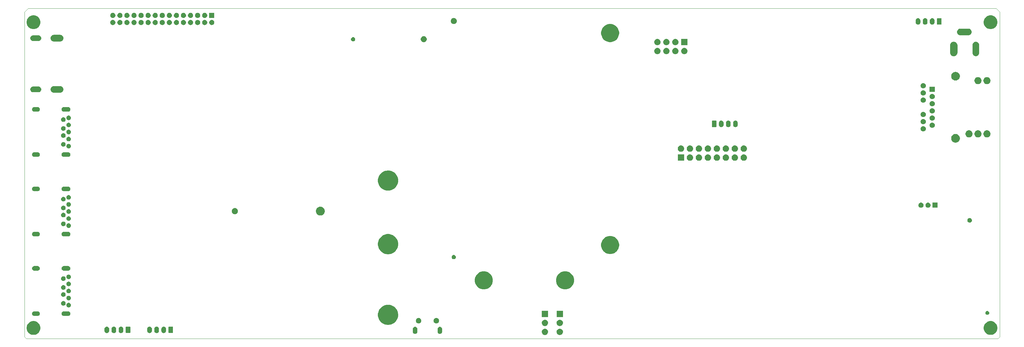
<source format=gbr>
%TF.GenerationSoftware,KiCad,Pcbnew,5.1.2+dfsg1-1*%
%TF.CreationDate,2020-02-17T14:18:57+01:00*%
%TF.ProjectId,reform2-motherboard,7265666f-726d-4322-9d6d-6f7468657262,2.0*%
%TF.SameCoordinates,Original*%
%TF.FileFunction,Soldermask,Bot*%
%TF.FilePolarity,Negative*%
%FSLAX46Y46*%
G04 Gerber Fmt 4.6, Leading zero omitted, Abs format (unit mm)*
G04 Created by KiCad (PCBNEW 5.1.2+dfsg1-1) date 2020-02-17 14:18:57*
%MOMM*%
%LPD*%
G04 APERTURE LIST*
%ADD10C,0.050000*%
%ADD11C,0.100000*%
G04 APERTURE END LIST*
D10*
X315500000Y-133000000D02*
X315000000Y-133500000D01*
X315500000Y-41000000D02*
X315500000Y-133000000D01*
X40000000Y-133500000D02*
X39500000Y-133000000D01*
X40500000Y-40000000D02*
X39500000Y-41000000D01*
X314500000Y-40000000D02*
X315500000Y-41000000D01*
X315000000Y-133500000D02*
X40000000Y-133500000D01*
X39500000Y-133000000D02*
X39500000Y-41000000D01*
X40500000Y-40000000D02*
X314500000Y-40000000D01*
D11*
G36*
X191110443Y-130685519D02*
G01*
X191176627Y-130692037D01*
X191346466Y-130743557D01*
X191502991Y-130827222D01*
X191538729Y-130856552D01*
X191640186Y-130939814D01*
X191723448Y-131041271D01*
X191752778Y-131077009D01*
X191836443Y-131233534D01*
X191887963Y-131403373D01*
X191905359Y-131580000D01*
X191887963Y-131756627D01*
X191836443Y-131926466D01*
X191752778Y-132082991D01*
X191745504Y-132091854D01*
X191640186Y-132220186D01*
X191538729Y-132303448D01*
X191502991Y-132332778D01*
X191346466Y-132416443D01*
X191176627Y-132467963D01*
X191110443Y-132474481D01*
X191044260Y-132481000D01*
X190955740Y-132481000D01*
X190889557Y-132474481D01*
X190823373Y-132467963D01*
X190653534Y-132416443D01*
X190497009Y-132332778D01*
X190461271Y-132303448D01*
X190359814Y-132220186D01*
X190254496Y-132091854D01*
X190247222Y-132082991D01*
X190163557Y-131926466D01*
X190112037Y-131756627D01*
X190094641Y-131580000D01*
X190112037Y-131403373D01*
X190163557Y-131233534D01*
X190247222Y-131077009D01*
X190276552Y-131041271D01*
X190359814Y-130939814D01*
X190461271Y-130856552D01*
X190497009Y-130827222D01*
X190653534Y-130743557D01*
X190823373Y-130692037D01*
X190889557Y-130685519D01*
X190955740Y-130679000D01*
X191044260Y-130679000D01*
X191110443Y-130685519D01*
X191110443Y-130685519D01*
G37*
G36*
X186910443Y-130685519D02*
G01*
X186976627Y-130692037D01*
X187146466Y-130743557D01*
X187302991Y-130827222D01*
X187338729Y-130856552D01*
X187440186Y-130939814D01*
X187523448Y-131041271D01*
X187552778Y-131077009D01*
X187636443Y-131233534D01*
X187687963Y-131403373D01*
X187705359Y-131580000D01*
X187687963Y-131756627D01*
X187636443Y-131926466D01*
X187552778Y-132082991D01*
X187545504Y-132091854D01*
X187440186Y-132220186D01*
X187338729Y-132303448D01*
X187302991Y-132332778D01*
X187146466Y-132416443D01*
X186976627Y-132467963D01*
X186910443Y-132474481D01*
X186844260Y-132481000D01*
X186755740Y-132481000D01*
X186689557Y-132474481D01*
X186623373Y-132467963D01*
X186453534Y-132416443D01*
X186297009Y-132332778D01*
X186261271Y-132303448D01*
X186159814Y-132220186D01*
X186054496Y-132091854D01*
X186047222Y-132082991D01*
X185963557Y-131926466D01*
X185912037Y-131756627D01*
X185894641Y-131580000D01*
X185912037Y-131403373D01*
X185963557Y-131233534D01*
X186047222Y-131077009D01*
X186076552Y-131041271D01*
X186159814Y-130939814D01*
X186261271Y-130856552D01*
X186297009Y-130827222D01*
X186453534Y-130743557D01*
X186623373Y-130692037D01*
X186689557Y-130685519D01*
X186755740Y-130679000D01*
X186844260Y-130679000D01*
X186910443Y-130685519D01*
X186910443Y-130685519D01*
G37*
G36*
X313497085Y-128603975D02*
G01*
X313713294Y-128693532D01*
X313852145Y-128751046D01*
X314171690Y-128964559D01*
X314443441Y-129236310D01*
X314656954Y-129555855D01*
X314656955Y-129555857D01*
X314804025Y-129910915D01*
X314879000Y-130287842D01*
X314879000Y-130672158D01*
X314804025Y-131049085D01*
X314657587Y-131402617D01*
X314656954Y-131404145D01*
X314443441Y-131723690D01*
X314171690Y-131995441D01*
X313852145Y-132208954D01*
X313852144Y-132208955D01*
X313852143Y-132208955D01*
X313497085Y-132356025D01*
X313120158Y-132431000D01*
X312735842Y-132431000D01*
X312358915Y-132356025D01*
X312003857Y-132208955D01*
X312003856Y-132208955D01*
X312003855Y-132208954D01*
X311684310Y-131995441D01*
X311412559Y-131723690D01*
X311199046Y-131404145D01*
X311198413Y-131402617D01*
X311051975Y-131049085D01*
X310977000Y-130672158D01*
X310977000Y-130287842D01*
X311051975Y-129910915D01*
X311199045Y-129555857D01*
X311199046Y-129555855D01*
X311412559Y-129236310D01*
X311684310Y-128964559D01*
X312003855Y-128751046D01*
X312142706Y-128693532D01*
X312358915Y-128603975D01*
X312735842Y-128529000D01*
X313120158Y-128529000D01*
X313497085Y-128603975D01*
X313497085Y-128603975D01*
G37*
G36*
X42609085Y-128603975D02*
G01*
X42825294Y-128693532D01*
X42964145Y-128751046D01*
X43283690Y-128964559D01*
X43555441Y-129236310D01*
X43768954Y-129555855D01*
X43768955Y-129555857D01*
X43916025Y-129910915D01*
X43991000Y-130287842D01*
X43991000Y-130672158D01*
X43916025Y-131049085D01*
X43769587Y-131402617D01*
X43768954Y-131404145D01*
X43555441Y-131723690D01*
X43283690Y-131995441D01*
X42964145Y-132208954D01*
X42964144Y-132208955D01*
X42964143Y-132208955D01*
X42609085Y-132356025D01*
X42232158Y-132431000D01*
X41847842Y-132431000D01*
X41470915Y-132356025D01*
X41115857Y-132208955D01*
X41115856Y-132208955D01*
X41115855Y-132208954D01*
X40796310Y-131995441D01*
X40524559Y-131723690D01*
X40311046Y-131404145D01*
X40310413Y-131402617D01*
X40163975Y-131049085D01*
X40089000Y-130672158D01*
X40089000Y-130287842D01*
X40163975Y-129910915D01*
X40311045Y-129555857D01*
X40311046Y-129555855D01*
X40524559Y-129236310D01*
X40796310Y-128964559D01*
X41115855Y-128751046D01*
X41254706Y-128693532D01*
X41470915Y-128603975D01*
X41847842Y-128529000D01*
X42232158Y-128529000D01*
X42609085Y-128603975D01*
X42609085Y-128603975D01*
G37*
G36*
X150177618Y-130145920D02*
G01*
X150232225Y-130162485D01*
X150300336Y-130183146D01*
X150413425Y-130243594D01*
X150512554Y-130324946D01*
X150593906Y-130424075D01*
X150654354Y-130537164D01*
X150664040Y-130569096D01*
X150691580Y-130659882D01*
X150701000Y-130755527D01*
X150701000Y-131519473D01*
X150691580Y-131615118D01*
X150679557Y-131654751D01*
X150654354Y-131737836D01*
X150593906Y-131850925D01*
X150512554Y-131950053D01*
X150413424Y-132031406D01*
X150300335Y-132091854D01*
X150268403Y-132101540D01*
X150177617Y-132129080D01*
X150050000Y-132141649D01*
X149922382Y-132129080D01*
X149831596Y-132101540D01*
X149799664Y-132091854D01*
X149686575Y-132031406D01*
X149587447Y-131950054D01*
X149506094Y-131850924D01*
X149445646Y-131737835D01*
X149415491Y-131638426D01*
X149408420Y-131615117D01*
X149402140Y-131551354D01*
X149399000Y-131519473D01*
X149399000Y-130755526D01*
X149408420Y-130659886D01*
X149408420Y-130659882D01*
X149445645Y-130537168D01*
X149479055Y-130474664D01*
X149506095Y-130424075D01*
X149587447Y-130324946D01*
X149686576Y-130243594D01*
X149799665Y-130183146D01*
X149867776Y-130162485D01*
X149922383Y-130145920D01*
X150050000Y-130133351D01*
X150177618Y-130145920D01*
X150177618Y-130145920D01*
G37*
G36*
X157177617Y-130145920D02*
G01*
X157232224Y-130162485D01*
X157300335Y-130183146D01*
X157413424Y-130243594D01*
X157512554Y-130324947D01*
X157593906Y-130424075D01*
X157654354Y-130537164D01*
X157664040Y-130569096D01*
X157691580Y-130659882D01*
X157701000Y-130755527D01*
X157701000Y-131519473D01*
X157691580Y-131615118D01*
X157679557Y-131654751D01*
X157654354Y-131737836D01*
X157593906Y-131850925D01*
X157512554Y-131950054D01*
X157413425Y-132031406D01*
X157300336Y-132091854D01*
X157268404Y-132101540D01*
X157177618Y-132129080D01*
X157050000Y-132141649D01*
X156922383Y-132129080D01*
X156831597Y-132101540D01*
X156799665Y-132091854D01*
X156686576Y-132031406D01*
X156587447Y-131950054D01*
X156506095Y-131850925D01*
X156445648Y-131737837D01*
X156445645Y-131737832D01*
X156408420Y-131615118D01*
X156399000Y-131519473D01*
X156399000Y-130755528D01*
X156408420Y-130659883D01*
X156445645Y-130537169D01*
X156445646Y-130537165D01*
X156506094Y-130424076D01*
X156587447Y-130324946D01*
X156686575Y-130243594D01*
X156799664Y-130183146D01*
X156867775Y-130162485D01*
X156922382Y-130145920D01*
X157050000Y-130133351D01*
X157177617Y-130145920D01*
X157177617Y-130145920D01*
G37*
G36*
X79027618Y-130083420D02*
G01*
X79108400Y-130107925D01*
X79150336Y-130120646D01*
X79263425Y-130181094D01*
X79362554Y-130262446D01*
X79443906Y-130361575D01*
X79504354Y-130474664D01*
X79504355Y-130474668D01*
X79541580Y-130597382D01*
X79541580Y-130597384D01*
X79550903Y-130692037D01*
X79551000Y-130693027D01*
X79551000Y-131306973D01*
X79541580Y-131402618D01*
X79514040Y-131493404D01*
X79504354Y-131525336D01*
X79443906Y-131638425D01*
X79362554Y-131737553D01*
X79263424Y-131818906D01*
X79150335Y-131879354D01*
X79118403Y-131889040D01*
X79027617Y-131916580D01*
X78900000Y-131929149D01*
X78772382Y-131916580D01*
X78681596Y-131889040D01*
X78649664Y-131879354D01*
X78536575Y-131818906D01*
X78437447Y-131737554D01*
X78356094Y-131638424D01*
X78295646Y-131525335D01*
X78258884Y-131404145D01*
X78258420Y-131402617D01*
X78249000Y-131306972D01*
X78249000Y-130693027D01*
X78249098Y-130692037D01*
X78258420Y-130597384D01*
X78258420Y-130597382D01*
X78295645Y-130474668D01*
X78295645Y-130474667D01*
X78327957Y-130414217D01*
X78356095Y-130361574D01*
X78369493Y-130345249D01*
X78437447Y-130262446D01*
X78536576Y-130181094D01*
X78649665Y-130120646D01*
X78691601Y-130107925D01*
X78772383Y-130083420D01*
X78900000Y-130070851D01*
X79027618Y-130083420D01*
X79027618Y-130083420D01*
G37*
G36*
X66927618Y-130083420D02*
G01*
X67008400Y-130107925D01*
X67050336Y-130120646D01*
X67163425Y-130181094D01*
X67262554Y-130262446D01*
X67343906Y-130361575D01*
X67404354Y-130474664D01*
X67404355Y-130474668D01*
X67441580Y-130597382D01*
X67441580Y-130597384D01*
X67450903Y-130692037D01*
X67451000Y-130693027D01*
X67451000Y-131306973D01*
X67441580Y-131402618D01*
X67414040Y-131493404D01*
X67404354Y-131525336D01*
X67343906Y-131638425D01*
X67262554Y-131737553D01*
X67163424Y-131818906D01*
X67050335Y-131879354D01*
X67018403Y-131889040D01*
X66927617Y-131916580D01*
X66800000Y-131929149D01*
X66672382Y-131916580D01*
X66581596Y-131889040D01*
X66549664Y-131879354D01*
X66436575Y-131818906D01*
X66337447Y-131737554D01*
X66256094Y-131638424D01*
X66195646Y-131525335D01*
X66158884Y-131404145D01*
X66158420Y-131402617D01*
X66149000Y-131306972D01*
X66149000Y-130693027D01*
X66149098Y-130692037D01*
X66158420Y-130597384D01*
X66158420Y-130597382D01*
X66195645Y-130474668D01*
X66195645Y-130474667D01*
X66227957Y-130414217D01*
X66256095Y-130361574D01*
X66269493Y-130345249D01*
X66337447Y-130262446D01*
X66436576Y-130181094D01*
X66549665Y-130120646D01*
X66591601Y-130107925D01*
X66672383Y-130083420D01*
X66800000Y-130070851D01*
X66927618Y-130083420D01*
X66927618Y-130083420D01*
G37*
G36*
X64927618Y-130083420D02*
G01*
X65008400Y-130107925D01*
X65050336Y-130120646D01*
X65163425Y-130181094D01*
X65262554Y-130262446D01*
X65343906Y-130361575D01*
X65404354Y-130474664D01*
X65404355Y-130474668D01*
X65441580Y-130597382D01*
X65441580Y-130597384D01*
X65450903Y-130692037D01*
X65451000Y-130693027D01*
X65451000Y-131306973D01*
X65441580Y-131402618D01*
X65414040Y-131493404D01*
X65404354Y-131525336D01*
X65343906Y-131638425D01*
X65262554Y-131737553D01*
X65163424Y-131818906D01*
X65050335Y-131879354D01*
X65018403Y-131889040D01*
X64927617Y-131916580D01*
X64800000Y-131929149D01*
X64672382Y-131916580D01*
X64581596Y-131889040D01*
X64549664Y-131879354D01*
X64436575Y-131818906D01*
X64337447Y-131737554D01*
X64256094Y-131638424D01*
X64195646Y-131525335D01*
X64158884Y-131404145D01*
X64158420Y-131402617D01*
X64149000Y-131306972D01*
X64149000Y-130693027D01*
X64149098Y-130692037D01*
X64158420Y-130597384D01*
X64158420Y-130597382D01*
X64195645Y-130474668D01*
X64195645Y-130474667D01*
X64227957Y-130414217D01*
X64256095Y-130361574D01*
X64269493Y-130345249D01*
X64337447Y-130262446D01*
X64436576Y-130181094D01*
X64549665Y-130120646D01*
X64591601Y-130107925D01*
X64672383Y-130083420D01*
X64800000Y-130070851D01*
X64927618Y-130083420D01*
X64927618Y-130083420D01*
G37*
G36*
X62927618Y-130083420D02*
G01*
X63008400Y-130107925D01*
X63050336Y-130120646D01*
X63163425Y-130181094D01*
X63262554Y-130262446D01*
X63343906Y-130361575D01*
X63404354Y-130474664D01*
X63404355Y-130474668D01*
X63441580Y-130597382D01*
X63441580Y-130597384D01*
X63450903Y-130692037D01*
X63451000Y-130693027D01*
X63451000Y-131306973D01*
X63441580Y-131402618D01*
X63414040Y-131493404D01*
X63404354Y-131525336D01*
X63343906Y-131638425D01*
X63262554Y-131737553D01*
X63163424Y-131818906D01*
X63050335Y-131879354D01*
X63018403Y-131889040D01*
X62927617Y-131916580D01*
X62800000Y-131929149D01*
X62672382Y-131916580D01*
X62581596Y-131889040D01*
X62549664Y-131879354D01*
X62436575Y-131818906D01*
X62337447Y-131737554D01*
X62256094Y-131638424D01*
X62195646Y-131525335D01*
X62158884Y-131404145D01*
X62158420Y-131402617D01*
X62149000Y-131306972D01*
X62149000Y-130693027D01*
X62149098Y-130692037D01*
X62158420Y-130597384D01*
X62158420Y-130597382D01*
X62195645Y-130474668D01*
X62195645Y-130474667D01*
X62227957Y-130414217D01*
X62256095Y-130361574D01*
X62269493Y-130345249D01*
X62337447Y-130262446D01*
X62436576Y-130181094D01*
X62549665Y-130120646D01*
X62591601Y-130107925D01*
X62672383Y-130083420D01*
X62800000Y-130070851D01*
X62927618Y-130083420D01*
X62927618Y-130083420D01*
G37*
G36*
X77027618Y-130083420D02*
G01*
X77108400Y-130107925D01*
X77150336Y-130120646D01*
X77263425Y-130181094D01*
X77362554Y-130262446D01*
X77443906Y-130361575D01*
X77504354Y-130474664D01*
X77504355Y-130474668D01*
X77541580Y-130597382D01*
X77541580Y-130597384D01*
X77550903Y-130692037D01*
X77551000Y-130693027D01*
X77551000Y-131306973D01*
X77541580Y-131402618D01*
X77514040Y-131493404D01*
X77504354Y-131525336D01*
X77443906Y-131638425D01*
X77362554Y-131737553D01*
X77263424Y-131818906D01*
X77150335Y-131879354D01*
X77118403Y-131889040D01*
X77027617Y-131916580D01*
X76900000Y-131929149D01*
X76772382Y-131916580D01*
X76681596Y-131889040D01*
X76649664Y-131879354D01*
X76536575Y-131818906D01*
X76437447Y-131737554D01*
X76356094Y-131638424D01*
X76295646Y-131525335D01*
X76258884Y-131404145D01*
X76258420Y-131402617D01*
X76249000Y-131306972D01*
X76249000Y-130693027D01*
X76249098Y-130692037D01*
X76258420Y-130597384D01*
X76258420Y-130597382D01*
X76295645Y-130474668D01*
X76295645Y-130474667D01*
X76327957Y-130414217D01*
X76356095Y-130361574D01*
X76369493Y-130345249D01*
X76437447Y-130262446D01*
X76536576Y-130181094D01*
X76649665Y-130120646D01*
X76691601Y-130107925D01*
X76772383Y-130083420D01*
X76900000Y-130070851D01*
X77027618Y-130083420D01*
X77027618Y-130083420D01*
G37*
G36*
X75027618Y-130083420D02*
G01*
X75108400Y-130107925D01*
X75150336Y-130120646D01*
X75263425Y-130181094D01*
X75362554Y-130262446D01*
X75443906Y-130361575D01*
X75504354Y-130474664D01*
X75504355Y-130474668D01*
X75541580Y-130597382D01*
X75541580Y-130597384D01*
X75550903Y-130692037D01*
X75551000Y-130693027D01*
X75551000Y-131306973D01*
X75541580Y-131402618D01*
X75514040Y-131493404D01*
X75504354Y-131525336D01*
X75443906Y-131638425D01*
X75362554Y-131737553D01*
X75263424Y-131818906D01*
X75150335Y-131879354D01*
X75118403Y-131889040D01*
X75027617Y-131916580D01*
X74900000Y-131929149D01*
X74772382Y-131916580D01*
X74681596Y-131889040D01*
X74649664Y-131879354D01*
X74536575Y-131818906D01*
X74437447Y-131737554D01*
X74356094Y-131638424D01*
X74295646Y-131525335D01*
X74258884Y-131404145D01*
X74258420Y-131402617D01*
X74249000Y-131306972D01*
X74249000Y-130693027D01*
X74249098Y-130692037D01*
X74258420Y-130597384D01*
X74258420Y-130597382D01*
X74295645Y-130474668D01*
X74295645Y-130474667D01*
X74327957Y-130414217D01*
X74356095Y-130361574D01*
X74369493Y-130345249D01*
X74437447Y-130262446D01*
X74536576Y-130181094D01*
X74649665Y-130120646D01*
X74691601Y-130107925D01*
X74772383Y-130083420D01*
X74900000Y-130070851D01*
X75027618Y-130083420D01*
X75027618Y-130083420D01*
G37*
G36*
X81391242Y-130078404D02*
G01*
X81428337Y-130089657D01*
X81462515Y-130107925D01*
X81492481Y-130132519D01*
X81517075Y-130162485D01*
X81535343Y-130196663D01*
X81546596Y-130233758D01*
X81551000Y-130278474D01*
X81551000Y-131721526D01*
X81546596Y-131766242D01*
X81535343Y-131803337D01*
X81517075Y-131837515D01*
X81492481Y-131867481D01*
X81462515Y-131892075D01*
X81428337Y-131910343D01*
X81391242Y-131921596D01*
X81346526Y-131926000D01*
X80453474Y-131926000D01*
X80408758Y-131921596D01*
X80371663Y-131910343D01*
X80337485Y-131892075D01*
X80307519Y-131867481D01*
X80282925Y-131837515D01*
X80264657Y-131803337D01*
X80253404Y-131766242D01*
X80249000Y-131721526D01*
X80249000Y-130278474D01*
X80253404Y-130233758D01*
X80264657Y-130196663D01*
X80282925Y-130162485D01*
X80307519Y-130132519D01*
X80337485Y-130107925D01*
X80371663Y-130089657D01*
X80408758Y-130078404D01*
X80453474Y-130074000D01*
X81346526Y-130074000D01*
X81391242Y-130078404D01*
X81391242Y-130078404D01*
G37*
G36*
X69291242Y-130078404D02*
G01*
X69328337Y-130089657D01*
X69362515Y-130107925D01*
X69392481Y-130132519D01*
X69417075Y-130162485D01*
X69435343Y-130196663D01*
X69446596Y-130233758D01*
X69451000Y-130278474D01*
X69451000Y-131721526D01*
X69446596Y-131766242D01*
X69435343Y-131803337D01*
X69417075Y-131837515D01*
X69392481Y-131867481D01*
X69362515Y-131892075D01*
X69328337Y-131910343D01*
X69291242Y-131921596D01*
X69246526Y-131926000D01*
X68353474Y-131926000D01*
X68308758Y-131921596D01*
X68271663Y-131910343D01*
X68237485Y-131892075D01*
X68207519Y-131867481D01*
X68182925Y-131837515D01*
X68164657Y-131803337D01*
X68153404Y-131766242D01*
X68149000Y-131721526D01*
X68149000Y-130278474D01*
X68153404Y-130233758D01*
X68164657Y-130196663D01*
X68182925Y-130162485D01*
X68207519Y-130132519D01*
X68237485Y-130107925D01*
X68271663Y-130089657D01*
X68308758Y-130078404D01*
X68353474Y-130074000D01*
X69246526Y-130074000D01*
X69291242Y-130078404D01*
X69291242Y-130078404D01*
G37*
G36*
X186910442Y-128145518D02*
G01*
X186976627Y-128152037D01*
X187146466Y-128203557D01*
X187302991Y-128287222D01*
X187338729Y-128316552D01*
X187440186Y-128399814D01*
X187523448Y-128501271D01*
X187552778Y-128537009D01*
X187636443Y-128693534D01*
X187687963Y-128863373D01*
X187705359Y-129040000D01*
X187687963Y-129216627D01*
X187636443Y-129386466D01*
X187552778Y-129542991D01*
X187542219Y-129555857D01*
X187440186Y-129680186D01*
X187338729Y-129763448D01*
X187302991Y-129792778D01*
X187146466Y-129876443D01*
X186976627Y-129927963D01*
X186910442Y-129934482D01*
X186844260Y-129941000D01*
X186755740Y-129941000D01*
X186689558Y-129934482D01*
X186623373Y-129927963D01*
X186453534Y-129876443D01*
X186297009Y-129792778D01*
X186261271Y-129763448D01*
X186159814Y-129680186D01*
X186057781Y-129555857D01*
X186047222Y-129542991D01*
X185963557Y-129386466D01*
X185912037Y-129216627D01*
X185894641Y-129040000D01*
X185912037Y-128863373D01*
X185963557Y-128693534D01*
X186047222Y-128537009D01*
X186076552Y-128501271D01*
X186159814Y-128399814D01*
X186261271Y-128316552D01*
X186297009Y-128287222D01*
X186453534Y-128203557D01*
X186623373Y-128152037D01*
X186689558Y-128145518D01*
X186755740Y-128139000D01*
X186844260Y-128139000D01*
X186910442Y-128145518D01*
X186910442Y-128145518D01*
G37*
G36*
X191110442Y-128145518D02*
G01*
X191176627Y-128152037D01*
X191346466Y-128203557D01*
X191502991Y-128287222D01*
X191538729Y-128316552D01*
X191640186Y-128399814D01*
X191723448Y-128501271D01*
X191752778Y-128537009D01*
X191836443Y-128693534D01*
X191887963Y-128863373D01*
X191905359Y-129040000D01*
X191887963Y-129216627D01*
X191836443Y-129386466D01*
X191752778Y-129542991D01*
X191742219Y-129555857D01*
X191640186Y-129680186D01*
X191538729Y-129763448D01*
X191502991Y-129792778D01*
X191346466Y-129876443D01*
X191176627Y-129927963D01*
X191110442Y-129934482D01*
X191044260Y-129941000D01*
X190955740Y-129941000D01*
X190889558Y-129934482D01*
X190823373Y-129927963D01*
X190653534Y-129876443D01*
X190497009Y-129792778D01*
X190461271Y-129763448D01*
X190359814Y-129680186D01*
X190257781Y-129555857D01*
X190247222Y-129542991D01*
X190163557Y-129386466D01*
X190112037Y-129216627D01*
X190094641Y-129040000D01*
X190112037Y-128863373D01*
X190163557Y-128693534D01*
X190247222Y-128537009D01*
X190276552Y-128501271D01*
X190359814Y-128399814D01*
X190461271Y-128316552D01*
X190497009Y-128287222D01*
X190653534Y-128203557D01*
X190823373Y-128152037D01*
X190889558Y-128145518D01*
X190955740Y-128139000D01*
X191044260Y-128139000D01*
X191110442Y-128145518D01*
X191110442Y-128145518D01*
G37*
G36*
X142866213Y-123935881D02*
G01*
X143231606Y-124008562D01*
X143750455Y-124223476D01*
X144217407Y-124535484D01*
X144614516Y-124932593D01*
X144926524Y-125399545D01*
X145141438Y-125918394D01*
X145165483Y-126039279D01*
X145208248Y-126254269D01*
X145251000Y-126469201D01*
X145251000Y-127030799D01*
X145141438Y-127581606D01*
X144926524Y-128100455D01*
X144676579Y-128474524D01*
X144634828Y-128537009D01*
X144614516Y-128567407D01*
X144217407Y-128964516D01*
X143750455Y-129276524D01*
X143231606Y-129491438D01*
X142972441Y-129542989D01*
X142680800Y-129601000D01*
X142119200Y-129601000D01*
X141827559Y-129542989D01*
X141568394Y-129491438D01*
X141049545Y-129276524D01*
X140582593Y-128964516D01*
X140185484Y-128567407D01*
X140165173Y-128537009D01*
X140123421Y-128474524D01*
X139873476Y-128100455D01*
X139658562Y-127581606D01*
X139549000Y-127030799D01*
X139549000Y-126469201D01*
X139591753Y-126254269D01*
X139634517Y-126039279D01*
X139658562Y-125918394D01*
X139873476Y-125399545D01*
X140185484Y-124932593D01*
X140582593Y-124535484D01*
X141049545Y-124223476D01*
X141568394Y-124008562D01*
X141933787Y-123935881D01*
X142119200Y-123899000D01*
X142680800Y-123899000D01*
X142866213Y-123935881D01*
X142866213Y-123935881D01*
G37*
G36*
X156276348Y-127691320D02*
G01*
X156276350Y-127691321D01*
X156276351Y-127691321D01*
X156417574Y-127749817D01*
X156417577Y-127749819D01*
X156544669Y-127834739D01*
X156652761Y-127942831D01*
X156737681Y-128069923D01*
X156737683Y-128069926D01*
X156796179Y-128211149D01*
X156796180Y-128211152D01*
X156826000Y-128361069D01*
X156826000Y-128513931D01*
X156821410Y-128537009D01*
X156796179Y-128663851D01*
X156737683Y-128805074D01*
X156737681Y-128805077D01*
X156652761Y-128932169D01*
X156544669Y-129040261D01*
X156417577Y-129125181D01*
X156417574Y-129125183D01*
X156276351Y-129183679D01*
X156276350Y-129183679D01*
X156276348Y-129183680D01*
X156126431Y-129213500D01*
X155973569Y-129213500D01*
X155823652Y-129183680D01*
X155823650Y-129183679D01*
X155823649Y-129183679D01*
X155682426Y-129125183D01*
X155682423Y-129125181D01*
X155555331Y-129040261D01*
X155447239Y-128932169D01*
X155362319Y-128805077D01*
X155362317Y-128805074D01*
X155303821Y-128663851D01*
X155278591Y-128537009D01*
X155274000Y-128513931D01*
X155274000Y-128361069D01*
X155303820Y-128211152D01*
X155303821Y-128211149D01*
X155362317Y-128069926D01*
X155362319Y-128069923D01*
X155447239Y-127942831D01*
X155555331Y-127834739D01*
X155682423Y-127749819D01*
X155682426Y-127749817D01*
X155823649Y-127691321D01*
X155823650Y-127691321D01*
X155823652Y-127691320D01*
X155973569Y-127661500D01*
X156126431Y-127661500D01*
X156276348Y-127691320D01*
X156276348Y-127691320D01*
G37*
G36*
X151276348Y-127691320D02*
G01*
X151276350Y-127691321D01*
X151276351Y-127691321D01*
X151417574Y-127749817D01*
X151417577Y-127749819D01*
X151544669Y-127834739D01*
X151652761Y-127942831D01*
X151737681Y-128069923D01*
X151737683Y-128069926D01*
X151796179Y-128211149D01*
X151796180Y-128211152D01*
X151826000Y-128361069D01*
X151826000Y-128513931D01*
X151821410Y-128537009D01*
X151796179Y-128663851D01*
X151737683Y-128805074D01*
X151737681Y-128805077D01*
X151652761Y-128932169D01*
X151544669Y-129040261D01*
X151417577Y-129125181D01*
X151417574Y-129125183D01*
X151276351Y-129183679D01*
X151276350Y-129183679D01*
X151276348Y-129183680D01*
X151126431Y-129213500D01*
X150973569Y-129213500D01*
X150823652Y-129183680D01*
X150823650Y-129183679D01*
X150823649Y-129183679D01*
X150682426Y-129125183D01*
X150682423Y-129125181D01*
X150555331Y-129040261D01*
X150447239Y-128932169D01*
X150362319Y-128805077D01*
X150362317Y-128805074D01*
X150303821Y-128663851D01*
X150278591Y-128537009D01*
X150274000Y-128513931D01*
X150274000Y-128361069D01*
X150303820Y-128211152D01*
X150303821Y-128211149D01*
X150362317Y-128069926D01*
X150362319Y-128069923D01*
X150447239Y-127942831D01*
X150555331Y-127834739D01*
X150682423Y-127749819D01*
X150682426Y-127749817D01*
X150823649Y-127691321D01*
X150823650Y-127691321D01*
X150823652Y-127691320D01*
X150973569Y-127661500D01*
X151126431Y-127661500D01*
X151276348Y-127691320D01*
X151276348Y-127691320D01*
G37*
G36*
X191901000Y-127401000D02*
G01*
X190099000Y-127401000D01*
X190099000Y-125599000D01*
X191901000Y-125599000D01*
X191901000Y-127401000D01*
X191901000Y-127401000D01*
G37*
G36*
X187701000Y-127401000D02*
G01*
X185899000Y-127401000D01*
X185899000Y-125599000D01*
X187701000Y-125599000D01*
X187701000Y-127401000D01*
X187701000Y-127401000D01*
G37*
G36*
X43263855Y-125752140D02*
G01*
X43327618Y-125758420D01*
X43418404Y-125785960D01*
X43450336Y-125795646D01*
X43563425Y-125856094D01*
X43662554Y-125937446D01*
X43743906Y-126036575D01*
X43804354Y-126149664D01*
X43804355Y-126149668D01*
X43841580Y-126272382D01*
X43854149Y-126400000D01*
X43841580Y-126527618D01*
X43814040Y-126618404D01*
X43804354Y-126650336D01*
X43743906Y-126763425D01*
X43662554Y-126862554D01*
X43563425Y-126943906D01*
X43450336Y-127004354D01*
X43418404Y-127014040D01*
X43327618Y-127041580D01*
X43263855Y-127047860D01*
X43231974Y-127051000D01*
X42268026Y-127051000D01*
X42236145Y-127047860D01*
X42172382Y-127041580D01*
X42081596Y-127014040D01*
X42049664Y-127004354D01*
X41936575Y-126943906D01*
X41837446Y-126862554D01*
X41756094Y-126763425D01*
X41695646Y-126650336D01*
X41685960Y-126618404D01*
X41658420Y-126527618D01*
X41645851Y-126400000D01*
X41658420Y-126272382D01*
X41695645Y-126149668D01*
X41695646Y-126149664D01*
X41756094Y-126036575D01*
X41837446Y-125937446D01*
X41936575Y-125856094D01*
X42049664Y-125795646D01*
X42081596Y-125785960D01*
X42172382Y-125758420D01*
X42236145Y-125752140D01*
X42268026Y-125749000D01*
X43231974Y-125749000D01*
X43263855Y-125752140D01*
X43263855Y-125752140D01*
G37*
G36*
X51913855Y-125752140D02*
G01*
X51977618Y-125758420D01*
X52068404Y-125785960D01*
X52100336Y-125795646D01*
X52213425Y-125856094D01*
X52312554Y-125937446D01*
X52393906Y-126036575D01*
X52454354Y-126149664D01*
X52454355Y-126149668D01*
X52491580Y-126272382D01*
X52504149Y-126400000D01*
X52491580Y-126527618D01*
X52464040Y-126618404D01*
X52454354Y-126650336D01*
X52393906Y-126763425D01*
X52312554Y-126862554D01*
X52213425Y-126943906D01*
X52100336Y-127004354D01*
X52068404Y-127014040D01*
X51977618Y-127041580D01*
X51913855Y-127047860D01*
X51881974Y-127051000D01*
X50618026Y-127051000D01*
X50586145Y-127047860D01*
X50522382Y-127041580D01*
X50431596Y-127014040D01*
X50399664Y-127004354D01*
X50286575Y-126943906D01*
X50187446Y-126862554D01*
X50106094Y-126763425D01*
X50045646Y-126650336D01*
X50035960Y-126618404D01*
X50008420Y-126527618D01*
X49995851Y-126400000D01*
X50008420Y-126272382D01*
X50045645Y-126149668D01*
X50045646Y-126149664D01*
X50106094Y-126036575D01*
X50187446Y-125937446D01*
X50286575Y-125856094D01*
X50399664Y-125795646D01*
X50431596Y-125785960D01*
X50522382Y-125758420D01*
X50586145Y-125752140D01*
X50618026Y-125749000D01*
X51881974Y-125749000D01*
X51913855Y-125752140D01*
X51913855Y-125752140D01*
G37*
G36*
X312160721Y-125670174D02*
G01*
X312260995Y-125711709D01*
X312260996Y-125711710D01*
X312351242Y-125772010D01*
X312427990Y-125848758D01*
X312432892Y-125856095D01*
X312488291Y-125939005D01*
X312529826Y-126039279D01*
X312551000Y-126145730D01*
X312551000Y-126254270D01*
X312529826Y-126360721D01*
X312488291Y-126460995D01*
X312482808Y-126469201D01*
X312427990Y-126551242D01*
X312351242Y-126627990D01*
X312305812Y-126658345D01*
X312260995Y-126688291D01*
X312160721Y-126729826D01*
X312054270Y-126751000D01*
X311945730Y-126751000D01*
X311839279Y-126729826D01*
X311739005Y-126688291D01*
X311694188Y-126658345D01*
X311648758Y-126627990D01*
X311572010Y-126551242D01*
X311517192Y-126469201D01*
X311511709Y-126460995D01*
X311470174Y-126360721D01*
X311449000Y-126254270D01*
X311449000Y-126145730D01*
X311470174Y-126039279D01*
X311511709Y-125939005D01*
X311567108Y-125856095D01*
X311572010Y-125848758D01*
X311648758Y-125772010D01*
X311739004Y-125711710D01*
X311739005Y-125711709D01*
X311839279Y-125670174D01*
X311945730Y-125649000D01*
X312054270Y-125649000D01*
X312160721Y-125670174D01*
X312160721Y-125670174D01*
G37*
G36*
X52189890Y-123374017D02*
G01*
X52308364Y-123423091D01*
X52414988Y-123494335D01*
X52505665Y-123585012D01*
X52576909Y-123691636D01*
X52625983Y-123810110D01*
X52651000Y-123935882D01*
X52651000Y-124064118D01*
X52625983Y-124189890D01*
X52576909Y-124308364D01*
X52505665Y-124414988D01*
X52414988Y-124505665D01*
X52308364Y-124576909D01*
X52308363Y-124576910D01*
X52308362Y-124576910D01*
X52189890Y-124625983D01*
X52064119Y-124651000D01*
X51935881Y-124651000D01*
X51810110Y-124625983D01*
X51691638Y-124576910D01*
X51691637Y-124576910D01*
X51691636Y-124576909D01*
X51585012Y-124505665D01*
X51494335Y-124414988D01*
X51423091Y-124308364D01*
X51374017Y-124189890D01*
X51349000Y-124064118D01*
X51349000Y-123935882D01*
X51374017Y-123810110D01*
X51423091Y-123691636D01*
X51494335Y-123585012D01*
X51585012Y-123494335D01*
X51691636Y-123423091D01*
X51810110Y-123374017D01*
X51935881Y-123349000D01*
X52064119Y-123349000D01*
X52189890Y-123374017D01*
X52189890Y-123374017D01*
G37*
G36*
X50689890Y-122874017D02*
G01*
X50808364Y-122923091D01*
X50914988Y-122994335D01*
X51005665Y-123085012D01*
X51076909Y-123191636D01*
X51125983Y-123310110D01*
X51151000Y-123435882D01*
X51151000Y-123564118D01*
X51125983Y-123689890D01*
X51076909Y-123808364D01*
X51005665Y-123914988D01*
X50914988Y-124005665D01*
X50808364Y-124076909D01*
X50808363Y-124076910D01*
X50808362Y-124076910D01*
X50689890Y-124125983D01*
X50564119Y-124151000D01*
X50435881Y-124151000D01*
X50310110Y-124125983D01*
X50191638Y-124076910D01*
X50191637Y-124076910D01*
X50191636Y-124076909D01*
X50085012Y-124005665D01*
X49994335Y-123914988D01*
X49923091Y-123808364D01*
X49874017Y-123689890D01*
X49849000Y-123564118D01*
X49849000Y-123435882D01*
X49874017Y-123310110D01*
X49923091Y-123191636D01*
X49994335Y-123085012D01*
X50085012Y-122994335D01*
X50191636Y-122923091D01*
X50310110Y-122874017D01*
X50435881Y-122849000D01*
X50564119Y-122849000D01*
X50689890Y-122874017D01*
X50689890Y-122874017D01*
G37*
G36*
X52189890Y-121374017D02*
G01*
X52308364Y-121423091D01*
X52414988Y-121494335D01*
X52505665Y-121585012D01*
X52576909Y-121691636D01*
X52625983Y-121810110D01*
X52651000Y-121935882D01*
X52651000Y-122064118D01*
X52625983Y-122189890D01*
X52576909Y-122308364D01*
X52505665Y-122414988D01*
X52414988Y-122505665D01*
X52308364Y-122576909D01*
X52308363Y-122576910D01*
X52308362Y-122576910D01*
X52189890Y-122625983D01*
X52064119Y-122651000D01*
X51935881Y-122651000D01*
X51810110Y-122625983D01*
X51691638Y-122576910D01*
X51691637Y-122576910D01*
X51691636Y-122576909D01*
X51585012Y-122505665D01*
X51494335Y-122414988D01*
X51423091Y-122308364D01*
X51374017Y-122189890D01*
X51349000Y-122064118D01*
X51349000Y-121935882D01*
X51374017Y-121810110D01*
X51423091Y-121691636D01*
X51494335Y-121585012D01*
X51585012Y-121494335D01*
X51691636Y-121423091D01*
X51810110Y-121374017D01*
X51935881Y-121349000D01*
X52064119Y-121349000D01*
X52189890Y-121374017D01*
X52189890Y-121374017D01*
G37*
G36*
X50689890Y-120374017D02*
G01*
X50808364Y-120423091D01*
X50914988Y-120494335D01*
X51005665Y-120585012D01*
X51076909Y-120691636D01*
X51125983Y-120810110D01*
X51151000Y-120935882D01*
X51151000Y-121064118D01*
X51125983Y-121189890D01*
X51076909Y-121308364D01*
X51005665Y-121414988D01*
X50914988Y-121505665D01*
X50808364Y-121576909D01*
X50808363Y-121576910D01*
X50808362Y-121576910D01*
X50689890Y-121625983D01*
X50564119Y-121651000D01*
X50435881Y-121651000D01*
X50310110Y-121625983D01*
X50191638Y-121576910D01*
X50191637Y-121576910D01*
X50191636Y-121576909D01*
X50085012Y-121505665D01*
X49994335Y-121414988D01*
X49923091Y-121308364D01*
X49874017Y-121189890D01*
X49849000Y-121064118D01*
X49849000Y-120935882D01*
X49874017Y-120810110D01*
X49923091Y-120691636D01*
X49994335Y-120585012D01*
X50085012Y-120494335D01*
X50191636Y-120423091D01*
X50310110Y-120374017D01*
X50435881Y-120349000D01*
X50564119Y-120349000D01*
X50689890Y-120374017D01*
X50689890Y-120374017D01*
G37*
G36*
X52189890Y-119374017D02*
G01*
X52308364Y-119423091D01*
X52414988Y-119494335D01*
X52505665Y-119585012D01*
X52576909Y-119691636D01*
X52625983Y-119810110D01*
X52651000Y-119935882D01*
X52651000Y-120064118D01*
X52625983Y-120189890D01*
X52576909Y-120308364D01*
X52505665Y-120414988D01*
X52414988Y-120505665D01*
X52308364Y-120576909D01*
X52308363Y-120576910D01*
X52308362Y-120576910D01*
X52189890Y-120625983D01*
X52064119Y-120651000D01*
X51935881Y-120651000D01*
X51810110Y-120625983D01*
X51691638Y-120576910D01*
X51691637Y-120576910D01*
X51691636Y-120576909D01*
X51585012Y-120505665D01*
X51494335Y-120414988D01*
X51423091Y-120308364D01*
X51374017Y-120189890D01*
X51349000Y-120064118D01*
X51349000Y-119935882D01*
X51374017Y-119810110D01*
X51423091Y-119691636D01*
X51494335Y-119585012D01*
X51585012Y-119494335D01*
X51691636Y-119423091D01*
X51810110Y-119374017D01*
X51935881Y-119349000D01*
X52064119Y-119349000D01*
X52189890Y-119374017D01*
X52189890Y-119374017D01*
G37*
G36*
X50689890Y-118374017D02*
G01*
X50808364Y-118423091D01*
X50914988Y-118494335D01*
X51005665Y-118585012D01*
X51076909Y-118691636D01*
X51125983Y-118810110D01*
X51151000Y-118935882D01*
X51151000Y-119064118D01*
X51125983Y-119189890D01*
X51076909Y-119308364D01*
X51005665Y-119414988D01*
X50914988Y-119505665D01*
X50808364Y-119576909D01*
X50808363Y-119576910D01*
X50808362Y-119576910D01*
X50689890Y-119625983D01*
X50564119Y-119651000D01*
X50435881Y-119651000D01*
X50310110Y-119625983D01*
X50191638Y-119576910D01*
X50191637Y-119576910D01*
X50191636Y-119576909D01*
X50085012Y-119505665D01*
X49994335Y-119414988D01*
X49923091Y-119308364D01*
X49874017Y-119189890D01*
X49849000Y-119064118D01*
X49849000Y-118935882D01*
X49874017Y-118810110D01*
X49923091Y-118691636D01*
X49994335Y-118585012D01*
X50085012Y-118494335D01*
X50191636Y-118423091D01*
X50310110Y-118374017D01*
X50435881Y-118349000D01*
X50564119Y-118349000D01*
X50689890Y-118374017D01*
X50689890Y-118374017D01*
G37*
G36*
X193244098Y-114547033D02*
G01*
X193708350Y-114739332D01*
X193708352Y-114739333D01*
X194126168Y-115018509D01*
X194481491Y-115373832D01*
X194622597Y-115585012D01*
X194760668Y-115791650D01*
X194952967Y-116255902D01*
X195051000Y-116748747D01*
X195051000Y-117251253D01*
X194952967Y-117744098D01*
X194820410Y-118064119D01*
X194760667Y-118208352D01*
X194481491Y-118626168D01*
X194126168Y-118981491D01*
X193708352Y-119260667D01*
X193708351Y-119260668D01*
X193708350Y-119260668D01*
X193244098Y-119452967D01*
X192751253Y-119551000D01*
X192248747Y-119551000D01*
X191755902Y-119452967D01*
X191291650Y-119260668D01*
X191291649Y-119260668D01*
X191291648Y-119260667D01*
X190873832Y-118981491D01*
X190518509Y-118626168D01*
X190239333Y-118208352D01*
X190179590Y-118064119D01*
X190047033Y-117744098D01*
X189949000Y-117251253D01*
X189949000Y-116748747D01*
X190047033Y-116255902D01*
X190239332Y-115791650D01*
X190377403Y-115585012D01*
X190518509Y-115373832D01*
X190873832Y-115018509D01*
X191291648Y-114739333D01*
X191291650Y-114739332D01*
X191755902Y-114547033D01*
X192248747Y-114449000D01*
X192751253Y-114449000D01*
X193244098Y-114547033D01*
X193244098Y-114547033D01*
G37*
G36*
X170244098Y-114547033D02*
G01*
X170708350Y-114739332D01*
X170708352Y-114739333D01*
X171126168Y-115018509D01*
X171481491Y-115373832D01*
X171622597Y-115585012D01*
X171760668Y-115791650D01*
X171952967Y-116255902D01*
X172051000Y-116748747D01*
X172051000Y-117251253D01*
X171952967Y-117744098D01*
X171820410Y-118064119D01*
X171760667Y-118208352D01*
X171481491Y-118626168D01*
X171126168Y-118981491D01*
X170708352Y-119260667D01*
X170708351Y-119260668D01*
X170708350Y-119260668D01*
X170244098Y-119452967D01*
X169751253Y-119551000D01*
X169248747Y-119551000D01*
X168755902Y-119452967D01*
X168291650Y-119260668D01*
X168291649Y-119260668D01*
X168291648Y-119260667D01*
X167873832Y-118981491D01*
X167518509Y-118626168D01*
X167239333Y-118208352D01*
X167179590Y-118064119D01*
X167047033Y-117744098D01*
X166949000Y-117251253D01*
X166949000Y-116748747D01*
X167047033Y-116255902D01*
X167239332Y-115791650D01*
X167377403Y-115585012D01*
X167518509Y-115373832D01*
X167873832Y-115018509D01*
X168291648Y-114739333D01*
X168291650Y-114739332D01*
X168755902Y-114547033D01*
X169248747Y-114449000D01*
X169751253Y-114449000D01*
X170244098Y-114547033D01*
X170244098Y-114547033D01*
G37*
G36*
X52189890Y-117374017D02*
G01*
X52308364Y-117423091D01*
X52414988Y-117494335D01*
X52505665Y-117585012D01*
X52576909Y-117691636D01*
X52625983Y-117810110D01*
X52651000Y-117935882D01*
X52651000Y-118064118D01*
X52625983Y-118189890D01*
X52576909Y-118308364D01*
X52505665Y-118414988D01*
X52414988Y-118505665D01*
X52308364Y-118576909D01*
X52308363Y-118576910D01*
X52308362Y-118576910D01*
X52189890Y-118625983D01*
X52064119Y-118651000D01*
X51935881Y-118651000D01*
X51810110Y-118625983D01*
X51691638Y-118576910D01*
X51691637Y-118576910D01*
X51691636Y-118576909D01*
X51585012Y-118505665D01*
X51494335Y-118414988D01*
X51423091Y-118308364D01*
X51374017Y-118189890D01*
X51349000Y-118064118D01*
X51349000Y-117935882D01*
X51374017Y-117810110D01*
X51423091Y-117691636D01*
X51494335Y-117585012D01*
X51585012Y-117494335D01*
X51691636Y-117423091D01*
X51810110Y-117374017D01*
X51935881Y-117349000D01*
X52064119Y-117349000D01*
X52189890Y-117374017D01*
X52189890Y-117374017D01*
G37*
G36*
X50689890Y-115874017D02*
G01*
X50808364Y-115923091D01*
X50914988Y-115994335D01*
X51005665Y-116085012D01*
X51076909Y-116191636D01*
X51125983Y-116310110D01*
X51151000Y-116435882D01*
X51151000Y-116564118D01*
X51125983Y-116689890D01*
X51076909Y-116808364D01*
X51005665Y-116914988D01*
X50914988Y-117005665D01*
X50808364Y-117076909D01*
X50808363Y-117076910D01*
X50808362Y-117076910D01*
X50689890Y-117125983D01*
X50564119Y-117151000D01*
X50435881Y-117151000D01*
X50310110Y-117125983D01*
X50191638Y-117076910D01*
X50191637Y-117076910D01*
X50191636Y-117076909D01*
X50085012Y-117005665D01*
X49994335Y-116914988D01*
X49923091Y-116808364D01*
X49874017Y-116689890D01*
X49849000Y-116564118D01*
X49849000Y-116435882D01*
X49874017Y-116310110D01*
X49923091Y-116191636D01*
X49994335Y-116085012D01*
X50085012Y-115994335D01*
X50191636Y-115923091D01*
X50310110Y-115874017D01*
X50435881Y-115849000D01*
X50564119Y-115849000D01*
X50689890Y-115874017D01*
X50689890Y-115874017D01*
G37*
G36*
X52188960Y-115373832D02*
G01*
X52189890Y-115374017D01*
X52308364Y-115423091D01*
X52414988Y-115494335D01*
X52505665Y-115585012D01*
X52576909Y-115691636D01*
X52625983Y-115810110D01*
X52651000Y-115935882D01*
X52651000Y-116064118D01*
X52625983Y-116189890D01*
X52576909Y-116308364D01*
X52505665Y-116414988D01*
X52414988Y-116505665D01*
X52308364Y-116576909D01*
X52308363Y-116576910D01*
X52308362Y-116576910D01*
X52189890Y-116625983D01*
X52064119Y-116651000D01*
X51935881Y-116651000D01*
X51810110Y-116625983D01*
X51691638Y-116576910D01*
X51691637Y-116576910D01*
X51691636Y-116576909D01*
X51585012Y-116505665D01*
X51494335Y-116414988D01*
X51423091Y-116308364D01*
X51374017Y-116189890D01*
X51349000Y-116064118D01*
X51349000Y-115935882D01*
X51374017Y-115810110D01*
X51423091Y-115691636D01*
X51494335Y-115585012D01*
X51585012Y-115494335D01*
X51691636Y-115423091D01*
X51810110Y-115374017D01*
X51811040Y-115373832D01*
X51935881Y-115349000D01*
X52064119Y-115349000D01*
X52188960Y-115373832D01*
X52188960Y-115373832D01*
G37*
G36*
X51913855Y-112952140D02*
G01*
X51977618Y-112958420D01*
X52068404Y-112985960D01*
X52100336Y-112995646D01*
X52213425Y-113056094D01*
X52312554Y-113137446D01*
X52393906Y-113236575D01*
X52454354Y-113349664D01*
X52454355Y-113349668D01*
X52491580Y-113472382D01*
X52504149Y-113600000D01*
X52491580Y-113727618D01*
X52464040Y-113818404D01*
X52454354Y-113850336D01*
X52393906Y-113963425D01*
X52312554Y-114062554D01*
X52213425Y-114143906D01*
X52100336Y-114204354D01*
X52068404Y-114214040D01*
X51977618Y-114241580D01*
X51913855Y-114247860D01*
X51881974Y-114251000D01*
X50618026Y-114251000D01*
X50586145Y-114247860D01*
X50522382Y-114241580D01*
X50431596Y-114214040D01*
X50399664Y-114204354D01*
X50286575Y-114143906D01*
X50187446Y-114062554D01*
X50106094Y-113963425D01*
X50045646Y-113850336D01*
X50035960Y-113818404D01*
X50008420Y-113727618D01*
X49995851Y-113600000D01*
X50008420Y-113472382D01*
X50045645Y-113349668D01*
X50045646Y-113349664D01*
X50106094Y-113236575D01*
X50187446Y-113137446D01*
X50286575Y-113056094D01*
X50399664Y-112995646D01*
X50431596Y-112985960D01*
X50522382Y-112958420D01*
X50586145Y-112952140D01*
X50618026Y-112949000D01*
X51881974Y-112949000D01*
X51913855Y-112952140D01*
X51913855Y-112952140D01*
G37*
G36*
X43263855Y-112952140D02*
G01*
X43327618Y-112958420D01*
X43418404Y-112985960D01*
X43450336Y-112995646D01*
X43563425Y-113056094D01*
X43662554Y-113137446D01*
X43743906Y-113236575D01*
X43804354Y-113349664D01*
X43804355Y-113349668D01*
X43841580Y-113472382D01*
X43854149Y-113600000D01*
X43841580Y-113727618D01*
X43814040Y-113818404D01*
X43804354Y-113850336D01*
X43743906Y-113963425D01*
X43662554Y-114062554D01*
X43563425Y-114143906D01*
X43450336Y-114204354D01*
X43418404Y-114214040D01*
X43327618Y-114241580D01*
X43263855Y-114247860D01*
X43231974Y-114251000D01*
X42268026Y-114251000D01*
X42236145Y-114247860D01*
X42172382Y-114241580D01*
X42081596Y-114214040D01*
X42049664Y-114204354D01*
X41936575Y-114143906D01*
X41837446Y-114062554D01*
X41756094Y-113963425D01*
X41695646Y-113850336D01*
X41685960Y-113818404D01*
X41658420Y-113727618D01*
X41645851Y-113600000D01*
X41658420Y-113472382D01*
X41695645Y-113349668D01*
X41695646Y-113349664D01*
X41756094Y-113236575D01*
X41837446Y-113137446D01*
X41936575Y-113056094D01*
X42049664Y-112995646D01*
X42081596Y-112985960D01*
X42172382Y-112958420D01*
X42236145Y-112952140D01*
X42268026Y-112949000D01*
X43231974Y-112949000D01*
X43263855Y-112952140D01*
X43263855Y-112952140D01*
G37*
G36*
X161136601Y-109814397D02*
G01*
X161175305Y-109822096D01*
X161207340Y-109835365D01*
X161284680Y-109867400D01*
X161383115Y-109933173D01*
X161466827Y-110016885D01*
X161532600Y-110115320D01*
X161577904Y-110224696D01*
X161601000Y-110340805D01*
X161601000Y-110459195D01*
X161577904Y-110575304D01*
X161532600Y-110684680D01*
X161466827Y-110783115D01*
X161383115Y-110866827D01*
X161284680Y-110932600D01*
X161207340Y-110964635D01*
X161175305Y-110977904D01*
X161136601Y-110985603D01*
X161059195Y-111001000D01*
X160940805Y-111001000D01*
X160863399Y-110985603D01*
X160824695Y-110977904D01*
X160792660Y-110964635D01*
X160715320Y-110932600D01*
X160616885Y-110866827D01*
X160533173Y-110783115D01*
X160467400Y-110684680D01*
X160422096Y-110575304D01*
X160399000Y-110459195D01*
X160399000Y-110340805D01*
X160422096Y-110224696D01*
X160467400Y-110115320D01*
X160533173Y-110016885D01*
X160616885Y-109933173D01*
X160715320Y-109867400D01*
X160792660Y-109835365D01*
X160824695Y-109822096D01*
X160863399Y-109814397D01*
X160940805Y-109799000D01*
X161059195Y-109799000D01*
X161136601Y-109814397D01*
X161136601Y-109814397D01*
G37*
G36*
X143231606Y-104008562D02*
G01*
X143750455Y-104223476D01*
X144080351Y-104443906D01*
X144170820Y-104504355D01*
X144217407Y-104535484D01*
X144614516Y-104932593D01*
X144926524Y-105399545D01*
X145141438Y-105918394D01*
X145251000Y-106469201D01*
X145251000Y-107030799D01*
X145141438Y-107581606D01*
X144926524Y-108100455D01*
X144676579Y-108474524D01*
X144614517Y-108567406D01*
X144217406Y-108964517D01*
X144124524Y-109026579D01*
X143750455Y-109276524D01*
X143231606Y-109491438D01*
X142956202Y-109546219D01*
X142680800Y-109601000D01*
X142119200Y-109601000D01*
X141843798Y-109546219D01*
X141568394Y-109491438D01*
X141049545Y-109276524D01*
X140675476Y-109026579D01*
X140582594Y-108964517D01*
X140185483Y-108567406D01*
X140123421Y-108474524D01*
X139873476Y-108100455D01*
X139658562Y-107581606D01*
X139549000Y-107030799D01*
X139549000Y-106469201D01*
X139658562Y-105918394D01*
X139873476Y-105399545D01*
X140185484Y-104932593D01*
X140582593Y-104535484D01*
X140629181Y-104504355D01*
X140719649Y-104443906D01*
X141049545Y-104223476D01*
X141568394Y-104008562D01*
X142119200Y-103899000D01*
X142680800Y-103899000D01*
X143231606Y-104008562D01*
X143231606Y-104008562D01*
G37*
G36*
X205994098Y-104547033D02*
G01*
X206458350Y-104739332D01*
X206458352Y-104739333D01*
X206876168Y-105018509D01*
X207231491Y-105373832D01*
X207248673Y-105399547D01*
X207510668Y-105791650D01*
X207702967Y-106255902D01*
X207801000Y-106748747D01*
X207801000Y-107251253D01*
X207702967Y-107744098D01*
X207555360Y-108100453D01*
X207510667Y-108208352D01*
X207231491Y-108626168D01*
X206876168Y-108981491D01*
X206458352Y-109260667D01*
X206458351Y-109260668D01*
X206458350Y-109260668D01*
X205994098Y-109452967D01*
X205501253Y-109551000D01*
X204998747Y-109551000D01*
X204505902Y-109452967D01*
X204041650Y-109260668D01*
X204041649Y-109260668D01*
X204041648Y-109260667D01*
X203623832Y-108981491D01*
X203268509Y-108626168D01*
X202989333Y-108208352D01*
X202944640Y-108100453D01*
X202797033Y-107744098D01*
X202699000Y-107251253D01*
X202699000Y-106748747D01*
X202797033Y-106255902D01*
X202989332Y-105791650D01*
X203251327Y-105399547D01*
X203268509Y-105373832D01*
X203623832Y-105018509D01*
X204041648Y-104739333D01*
X204041650Y-104739332D01*
X204505902Y-104547033D01*
X204998747Y-104449000D01*
X205501253Y-104449000D01*
X205994098Y-104547033D01*
X205994098Y-104547033D01*
G37*
G36*
X43263855Y-103252140D02*
G01*
X43327618Y-103258420D01*
X43418404Y-103285960D01*
X43450336Y-103295646D01*
X43563425Y-103356094D01*
X43662554Y-103437446D01*
X43743906Y-103536575D01*
X43804354Y-103649664D01*
X43804355Y-103649668D01*
X43841580Y-103772382D01*
X43854149Y-103900000D01*
X43841580Y-104027618D01*
X43814040Y-104118404D01*
X43804354Y-104150336D01*
X43743906Y-104263425D01*
X43662554Y-104362554D01*
X43563425Y-104443906D01*
X43450336Y-104504354D01*
X43418404Y-104514040D01*
X43327618Y-104541580D01*
X43272241Y-104547034D01*
X43231974Y-104551000D01*
X42268026Y-104551000D01*
X42227759Y-104547034D01*
X42172382Y-104541580D01*
X42081596Y-104514040D01*
X42049664Y-104504354D01*
X41936575Y-104443906D01*
X41837446Y-104362554D01*
X41756094Y-104263425D01*
X41695646Y-104150336D01*
X41685960Y-104118404D01*
X41658420Y-104027618D01*
X41645851Y-103900000D01*
X41658420Y-103772382D01*
X41695645Y-103649668D01*
X41695646Y-103649664D01*
X41756094Y-103536575D01*
X41837446Y-103437446D01*
X41936575Y-103356094D01*
X42049664Y-103295646D01*
X42081596Y-103285960D01*
X42172382Y-103258420D01*
X42236145Y-103252140D01*
X42268026Y-103249000D01*
X43231974Y-103249000D01*
X43263855Y-103252140D01*
X43263855Y-103252140D01*
G37*
G36*
X51913855Y-103252140D02*
G01*
X51977618Y-103258420D01*
X52068404Y-103285960D01*
X52100336Y-103295646D01*
X52213425Y-103356094D01*
X52312554Y-103437446D01*
X52393906Y-103536575D01*
X52454354Y-103649664D01*
X52454355Y-103649668D01*
X52491580Y-103772382D01*
X52504149Y-103900000D01*
X52491580Y-104027618D01*
X52464040Y-104118404D01*
X52454354Y-104150336D01*
X52393906Y-104263425D01*
X52312554Y-104362554D01*
X52213425Y-104443906D01*
X52100336Y-104504354D01*
X52068404Y-104514040D01*
X51977618Y-104541580D01*
X51922241Y-104547034D01*
X51881974Y-104551000D01*
X50618026Y-104551000D01*
X50577759Y-104547034D01*
X50522382Y-104541580D01*
X50431596Y-104514040D01*
X50399664Y-104504354D01*
X50286575Y-104443906D01*
X50187446Y-104362554D01*
X50106094Y-104263425D01*
X50045646Y-104150336D01*
X50035960Y-104118404D01*
X50008420Y-104027618D01*
X49995851Y-103900000D01*
X50008420Y-103772382D01*
X50045645Y-103649668D01*
X50045646Y-103649664D01*
X50106094Y-103536575D01*
X50187446Y-103437446D01*
X50286575Y-103356094D01*
X50399664Y-103295646D01*
X50431596Y-103285960D01*
X50522382Y-103258420D01*
X50586145Y-103252140D01*
X50618026Y-103249000D01*
X51881974Y-103249000D01*
X51913855Y-103252140D01*
X51913855Y-103252140D01*
G37*
G36*
X52189890Y-100874017D02*
G01*
X52308364Y-100923091D01*
X52414988Y-100994335D01*
X52505665Y-101085012D01*
X52576909Y-101191636D01*
X52625983Y-101310110D01*
X52651000Y-101435882D01*
X52651000Y-101564118D01*
X52625983Y-101689890D01*
X52576909Y-101808364D01*
X52505665Y-101914988D01*
X52414988Y-102005665D01*
X52308364Y-102076909D01*
X52308363Y-102076910D01*
X52308362Y-102076910D01*
X52189890Y-102125983D01*
X52064119Y-102151000D01*
X51935881Y-102151000D01*
X51810110Y-102125983D01*
X51691638Y-102076910D01*
X51691637Y-102076910D01*
X51691636Y-102076909D01*
X51585012Y-102005665D01*
X51494335Y-101914988D01*
X51423091Y-101808364D01*
X51374017Y-101689890D01*
X51349000Y-101564118D01*
X51349000Y-101435882D01*
X51374017Y-101310110D01*
X51423091Y-101191636D01*
X51494335Y-101085012D01*
X51585012Y-100994335D01*
X51691636Y-100923091D01*
X51810110Y-100874017D01*
X51935881Y-100849000D01*
X52064119Y-100849000D01*
X52189890Y-100874017D01*
X52189890Y-100874017D01*
G37*
G36*
X50689890Y-100374017D02*
G01*
X50808364Y-100423091D01*
X50914988Y-100494335D01*
X51005665Y-100585012D01*
X51076909Y-100691636D01*
X51125983Y-100810110D01*
X51151000Y-100935882D01*
X51151000Y-101064118D01*
X51125983Y-101189890D01*
X51076909Y-101308364D01*
X51005665Y-101414988D01*
X50914988Y-101505665D01*
X50808364Y-101576909D01*
X50808363Y-101576910D01*
X50808362Y-101576910D01*
X50689890Y-101625983D01*
X50564119Y-101651000D01*
X50435881Y-101651000D01*
X50310110Y-101625983D01*
X50191638Y-101576910D01*
X50191637Y-101576910D01*
X50191636Y-101576909D01*
X50085012Y-101505665D01*
X49994335Y-101414988D01*
X49923091Y-101308364D01*
X49874017Y-101189890D01*
X49849000Y-101064118D01*
X49849000Y-100935882D01*
X49874017Y-100810110D01*
X49923091Y-100691636D01*
X49994335Y-100585012D01*
X50085012Y-100494335D01*
X50191636Y-100423091D01*
X50310110Y-100374017D01*
X50435881Y-100349000D01*
X50564119Y-100349000D01*
X50689890Y-100374017D01*
X50689890Y-100374017D01*
G37*
G36*
X307189890Y-99374017D02*
G01*
X307308364Y-99423091D01*
X307414988Y-99494335D01*
X307505665Y-99585012D01*
X307576909Y-99691636D01*
X307625983Y-99810110D01*
X307651000Y-99935882D01*
X307651000Y-100064118D01*
X307625983Y-100189890D01*
X307576909Y-100308364D01*
X307505665Y-100414988D01*
X307414988Y-100505665D01*
X307308364Y-100576909D01*
X307308363Y-100576910D01*
X307308362Y-100576910D01*
X307189890Y-100625983D01*
X307064119Y-100651000D01*
X306935881Y-100651000D01*
X306810110Y-100625983D01*
X306691638Y-100576910D01*
X306691637Y-100576910D01*
X306691636Y-100576909D01*
X306585012Y-100505665D01*
X306494335Y-100414988D01*
X306423091Y-100308364D01*
X306374017Y-100189890D01*
X306349000Y-100064118D01*
X306349000Y-99935882D01*
X306374017Y-99810110D01*
X306423091Y-99691636D01*
X306494335Y-99585012D01*
X306585012Y-99494335D01*
X306691636Y-99423091D01*
X306810110Y-99374017D01*
X306935881Y-99349000D01*
X307064119Y-99349000D01*
X307189890Y-99374017D01*
X307189890Y-99374017D01*
G37*
G36*
X52189890Y-98874017D02*
G01*
X52308364Y-98923091D01*
X52414988Y-98994335D01*
X52505665Y-99085012D01*
X52576909Y-99191636D01*
X52625983Y-99310110D01*
X52651000Y-99435882D01*
X52651000Y-99564118D01*
X52625983Y-99689890D01*
X52576909Y-99808364D01*
X52505665Y-99914988D01*
X52414988Y-100005665D01*
X52308364Y-100076909D01*
X52308363Y-100076910D01*
X52308362Y-100076910D01*
X52189890Y-100125983D01*
X52064119Y-100151000D01*
X51935881Y-100151000D01*
X51810110Y-100125983D01*
X51691638Y-100076910D01*
X51691637Y-100076910D01*
X51691636Y-100076909D01*
X51585012Y-100005665D01*
X51494335Y-99914988D01*
X51423091Y-99808364D01*
X51374017Y-99689890D01*
X51349000Y-99564118D01*
X51349000Y-99435882D01*
X51374017Y-99310110D01*
X51423091Y-99191636D01*
X51494335Y-99085012D01*
X51585012Y-98994335D01*
X51691636Y-98923091D01*
X51810110Y-98874017D01*
X51935881Y-98849000D01*
X52064119Y-98849000D01*
X52189890Y-98874017D01*
X52189890Y-98874017D01*
G37*
G36*
X50689890Y-97874017D02*
G01*
X50808364Y-97923091D01*
X50914988Y-97994335D01*
X51005665Y-98085012D01*
X51076909Y-98191636D01*
X51125983Y-98310110D01*
X51151000Y-98435882D01*
X51151000Y-98564118D01*
X51125983Y-98689890D01*
X51076909Y-98808364D01*
X51005665Y-98914988D01*
X50914988Y-99005665D01*
X50808364Y-99076909D01*
X50808363Y-99076910D01*
X50808362Y-99076910D01*
X50689890Y-99125983D01*
X50564119Y-99151000D01*
X50435881Y-99151000D01*
X50310110Y-99125983D01*
X50191638Y-99076910D01*
X50191637Y-99076910D01*
X50191636Y-99076909D01*
X50085012Y-99005665D01*
X49994335Y-98914988D01*
X49923091Y-98808364D01*
X49874017Y-98689890D01*
X49849000Y-98564118D01*
X49849000Y-98435882D01*
X49874017Y-98310110D01*
X49923091Y-98191636D01*
X49994335Y-98085012D01*
X50085012Y-97994335D01*
X50191636Y-97923091D01*
X50310110Y-97874017D01*
X50435881Y-97849000D01*
X50564119Y-97849000D01*
X50689890Y-97874017D01*
X50689890Y-97874017D01*
G37*
G36*
X123604903Y-96197075D02*
G01*
X123710569Y-96240843D01*
X123832571Y-96291378D01*
X124037466Y-96428285D01*
X124211715Y-96602534D01*
X124348622Y-96807429D01*
X124348623Y-96807431D01*
X124442925Y-97035097D01*
X124474063Y-97191636D01*
X124491000Y-97276787D01*
X124491000Y-97523213D01*
X124442925Y-97764903D01*
X124348622Y-97992571D01*
X124211715Y-98197466D01*
X124037466Y-98371715D01*
X123832571Y-98508622D01*
X123832570Y-98508623D01*
X123832569Y-98508623D01*
X123604903Y-98602925D01*
X123363214Y-98651000D01*
X123116786Y-98651000D01*
X122875097Y-98602925D01*
X122647431Y-98508623D01*
X122647430Y-98508623D01*
X122647429Y-98508622D01*
X122442534Y-98371715D01*
X122268285Y-98197466D01*
X122131378Y-97992571D01*
X122037075Y-97764903D01*
X121989000Y-97523213D01*
X121989000Y-97276787D01*
X122005938Y-97191636D01*
X122037075Y-97035097D01*
X122131377Y-96807431D01*
X122131378Y-96807429D01*
X122268285Y-96602534D01*
X122442534Y-96428285D01*
X122647429Y-96291378D01*
X122769432Y-96240843D01*
X122875097Y-96197075D01*
X123116786Y-96149000D01*
X123363214Y-96149000D01*
X123604903Y-96197075D01*
X123604903Y-96197075D01*
G37*
G36*
X99295520Y-96557664D02*
G01*
X99454942Y-96623699D01*
X99598418Y-96719566D01*
X99720434Y-96841582D01*
X99816301Y-96985058D01*
X99854347Y-97076910D01*
X99882336Y-97144481D01*
X99916000Y-97313720D01*
X99916000Y-97486280D01*
X99908653Y-97523214D01*
X99882336Y-97655520D01*
X99816301Y-97814942D01*
X99720434Y-97958418D01*
X99598418Y-98080434D01*
X99454942Y-98176301D01*
X99295520Y-98242336D01*
X99210899Y-98259168D01*
X99126280Y-98276000D01*
X98953720Y-98276000D01*
X98869101Y-98259168D01*
X98784480Y-98242336D01*
X98625058Y-98176301D01*
X98481582Y-98080434D01*
X98359566Y-97958418D01*
X98263699Y-97814942D01*
X98197664Y-97655520D01*
X98171347Y-97523214D01*
X98164000Y-97486280D01*
X98164000Y-97313720D01*
X98197664Y-97144481D01*
X98225653Y-97076910D01*
X98263699Y-96985058D01*
X98359566Y-96841582D01*
X98481582Y-96719566D01*
X98625058Y-96623699D01*
X98784480Y-96557664D01*
X98869101Y-96540832D01*
X98953720Y-96524000D01*
X99126280Y-96524000D01*
X99295520Y-96557664D01*
X99295520Y-96557664D01*
G37*
G36*
X52189890Y-96874017D02*
G01*
X52308364Y-96923091D01*
X52401104Y-96985058D01*
X52414988Y-96994335D01*
X52505665Y-97085012D01*
X52576910Y-97191638D01*
X52625983Y-97310110D01*
X52651000Y-97435881D01*
X52651000Y-97564119D01*
X52625983Y-97689890D01*
X52576909Y-97808364D01*
X52505665Y-97914988D01*
X52414988Y-98005665D01*
X52308364Y-98076909D01*
X52308363Y-98076910D01*
X52308362Y-98076910D01*
X52189890Y-98125983D01*
X52064119Y-98151000D01*
X51935881Y-98151000D01*
X51810110Y-98125983D01*
X51691638Y-98076910D01*
X51691637Y-98076910D01*
X51691636Y-98076909D01*
X51585012Y-98005665D01*
X51494335Y-97914988D01*
X51423091Y-97808364D01*
X51374017Y-97689890D01*
X51349000Y-97564119D01*
X51349000Y-97435881D01*
X51374017Y-97310110D01*
X51423090Y-97191638D01*
X51494335Y-97085012D01*
X51585012Y-96994335D01*
X51598896Y-96985058D01*
X51691636Y-96923091D01*
X51810110Y-96874017D01*
X51935881Y-96849000D01*
X52064119Y-96849000D01*
X52189890Y-96874017D01*
X52189890Y-96874017D01*
G37*
G36*
X50656216Y-95867319D02*
G01*
X50689890Y-95874017D01*
X50808364Y-95923091D01*
X50914988Y-95994335D01*
X51005665Y-96085012D01*
X51035922Y-96130294D01*
X51076910Y-96191638D01*
X51125983Y-96310110D01*
X51151000Y-96435881D01*
X51151000Y-96564119D01*
X51125983Y-96689890D01*
X51077296Y-96807431D01*
X51076909Y-96808364D01*
X51005665Y-96914988D01*
X50914988Y-97005665D01*
X50808364Y-97076909D01*
X50808363Y-97076910D01*
X50808362Y-97076910D01*
X50689890Y-97125983D01*
X50564119Y-97151000D01*
X50435881Y-97151000D01*
X50310110Y-97125983D01*
X50191638Y-97076910D01*
X50191637Y-97076910D01*
X50191636Y-97076909D01*
X50085012Y-97005665D01*
X49994335Y-96914988D01*
X49923091Y-96808364D01*
X49922705Y-96807431D01*
X49874017Y-96689890D01*
X49849000Y-96564119D01*
X49849000Y-96435881D01*
X49874017Y-96310110D01*
X49923090Y-96191638D01*
X49964079Y-96130294D01*
X49994335Y-96085012D01*
X50085012Y-95994335D01*
X50191636Y-95923091D01*
X50310110Y-95874017D01*
X50343784Y-95867319D01*
X50435881Y-95849000D01*
X50564119Y-95849000D01*
X50656216Y-95867319D01*
X50656216Y-95867319D01*
G37*
G36*
X297951000Y-96451000D02*
G01*
X296499000Y-96451000D01*
X296499000Y-94999000D01*
X297951000Y-94999000D01*
X297951000Y-96451000D01*
X297951000Y-96451000D01*
G37*
G36*
X295296213Y-95002502D02*
G01*
X295367321Y-95009505D01*
X295504172Y-95051019D01*
X295504175Y-95051020D01*
X295630294Y-95118432D01*
X295740843Y-95209157D01*
X295831568Y-95319706D01*
X295898980Y-95445825D01*
X295898981Y-95445828D01*
X295940495Y-95582679D01*
X295954512Y-95725000D01*
X295940495Y-95867321D01*
X295926035Y-95914988D01*
X295898980Y-96004175D01*
X295831568Y-96130294D01*
X295740843Y-96240843D01*
X295630294Y-96331568D01*
X295504175Y-96398980D01*
X295504172Y-96398981D01*
X295367321Y-96440495D01*
X295296213Y-96447498D01*
X295260660Y-96451000D01*
X295189340Y-96451000D01*
X295153787Y-96447498D01*
X295082679Y-96440495D01*
X294945828Y-96398981D01*
X294945825Y-96398980D01*
X294819706Y-96331568D01*
X294709157Y-96240843D01*
X294618432Y-96130294D01*
X294551020Y-96004175D01*
X294523965Y-95914988D01*
X294509505Y-95867321D01*
X294495488Y-95725000D01*
X294509505Y-95582679D01*
X294551019Y-95445828D01*
X294551020Y-95445825D01*
X294618432Y-95319706D01*
X294709157Y-95209157D01*
X294819706Y-95118432D01*
X294945825Y-95051020D01*
X294945828Y-95051019D01*
X295082679Y-95009505D01*
X295153787Y-95002502D01*
X295189340Y-94999000D01*
X295260660Y-94999000D01*
X295296213Y-95002502D01*
X295296213Y-95002502D01*
G37*
G36*
X293296213Y-95002502D02*
G01*
X293367321Y-95009505D01*
X293504172Y-95051019D01*
X293504175Y-95051020D01*
X293630294Y-95118432D01*
X293740843Y-95209157D01*
X293831568Y-95319706D01*
X293898980Y-95445825D01*
X293898981Y-95445828D01*
X293940495Y-95582679D01*
X293954512Y-95725000D01*
X293940495Y-95867321D01*
X293926035Y-95914988D01*
X293898980Y-96004175D01*
X293831568Y-96130294D01*
X293740843Y-96240843D01*
X293630294Y-96331568D01*
X293504175Y-96398980D01*
X293504172Y-96398981D01*
X293367321Y-96440495D01*
X293296213Y-96447498D01*
X293260660Y-96451000D01*
X293189340Y-96451000D01*
X293153787Y-96447498D01*
X293082679Y-96440495D01*
X292945828Y-96398981D01*
X292945825Y-96398980D01*
X292819706Y-96331568D01*
X292709157Y-96240843D01*
X292618432Y-96130294D01*
X292551020Y-96004175D01*
X292523965Y-95914988D01*
X292509505Y-95867321D01*
X292495488Y-95725000D01*
X292509505Y-95582679D01*
X292551019Y-95445828D01*
X292551020Y-95445825D01*
X292618432Y-95319706D01*
X292709157Y-95209157D01*
X292819706Y-95118432D01*
X292945825Y-95051020D01*
X292945828Y-95051019D01*
X293082679Y-95009505D01*
X293153787Y-95002502D01*
X293189340Y-94999000D01*
X293260660Y-94999000D01*
X293296213Y-95002502D01*
X293296213Y-95002502D01*
G37*
G36*
X52189890Y-94874017D02*
G01*
X52308364Y-94923091D01*
X52414988Y-94994335D01*
X52505665Y-95085012D01*
X52576909Y-95191636D01*
X52625983Y-95310110D01*
X52651000Y-95435882D01*
X52651000Y-95564118D01*
X52625983Y-95689890D01*
X52576909Y-95808364D01*
X52505665Y-95914988D01*
X52414988Y-96005665D01*
X52308364Y-96076909D01*
X52308363Y-96076910D01*
X52308362Y-96076910D01*
X52189890Y-96125983D01*
X52064119Y-96151000D01*
X51935881Y-96151000D01*
X51810110Y-96125983D01*
X51691638Y-96076910D01*
X51691637Y-96076910D01*
X51691636Y-96076909D01*
X51585012Y-96005665D01*
X51494335Y-95914988D01*
X51423091Y-95808364D01*
X51374017Y-95689890D01*
X51349000Y-95564118D01*
X51349000Y-95435882D01*
X51374017Y-95310110D01*
X51423091Y-95191636D01*
X51494335Y-95085012D01*
X51585012Y-94994335D01*
X51691636Y-94923091D01*
X51810110Y-94874017D01*
X51935881Y-94849000D01*
X52064119Y-94849000D01*
X52189890Y-94874017D01*
X52189890Y-94874017D01*
G37*
G36*
X50689890Y-93374017D02*
G01*
X50808364Y-93423091D01*
X50914988Y-93494335D01*
X51005665Y-93585012D01*
X51076909Y-93691636D01*
X51125983Y-93810110D01*
X51151000Y-93935882D01*
X51151000Y-94064118D01*
X51125983Y-94189890D01*
X51076909Y-94308364D01*
X51005665Y-94414988D01*
X50914988Y-94505665D01*
X50808364Y-94576909D01*
X50808363Y-94576910D01*
X50808362Y-94576910D01*
X50689890Y-94625983D01*
X50564119Y-94651000D01*
X50435881Y-94651000D01*
X50310110Y-94625983D01*
X50191638Y-94576910D01*
X50191637Y-94576910D01*
X50191636Y-94576909D01*
X50085012Y-94505665D01*
X49994335Y-94414988D01*
X49923091Y-94308364D01*
X49874017Y-94189890D01*
X49849000Y-94064118D01*
X49849000Y-93935882D01*
X49874017Y-93810110D01*
X49923091Y-93691636D01*
X49994335Y-93585012D01*
X50085012Y-93494335D01*
X50191636Y-93423091D01*
X50310110Y-93374017D01*
X50435881Y-93349000D01*
X50564119Y-93349000D01*
X50689890Y-93374017D01*
X50689890Y-93374017D01*
G37*
G36*
X52189890Y-92874017D02*
G01*
X52308364Y-92923091D01*
X52414988Y-92994335D01*
X52505665Y-93085012D01*
X52576909Y-93191636D01*
X52625983Y-93310110D01*
X52651000Y-93435882D01*
X52651000Y-93564118D01*
X52625983Y-93689890D01*
X52576909Y-93808364D01*
X52505665Y-93914988D01*
X52414988Y-94005665D01*
X52308364Y-94076909D01*
X52308363Y-94076910D01*
X52308362Y-94076910D01*
X52189890Y-94125983D01*
X52064119Y-94151000D01*
X51935881Y-94151000D01*
X51810110Y-94125983D01*
X51691638Y-94076910D01*
X51691637Y-94076910D01*
X51691636Y-94076909D01*
X51585012Y-94005665D01*
X51494335Y-93914988D01*
X51423091Y-93808364D01*
X51374017Y-93689890D01*
X51349000Y-93564118D01*
X51349000Y-93435882D01*
X51374017Y-93310110D01*
X51423091Y-93191636D01*
X51494335Y-93085012D01*
X51585012Y-92994335D01*
X51691636Y-92923091D01*
X51810110Y-92874017D01*
X51935881Y-92849000D01*
X52064119Y-92849000D01*
X52189890Y-92874017D01*
X52189890Y-92874017D01*
G37*
G36*
X51913855Y-90452140D02*
G01*
X51977618Y-90458420D01*
X52068404Y-90485960D01*
X52100336Y-90495646D01*
X52213425Y-90556094D01*
X52312554Y-90637446D01*
X52393906Y-90736575D01*
X52454354Y-90849664D01*
X52454355Y-90849668D01*
X52491580Y-90972382D01*
X52504149Y-91100000D01*
X52491580Y-91227618D01*
X52476744Y-91276524D01*
X52454354Y-91350336D01*
X52393906Y-91463425D01*
X52312554Y-91562554D01*
X52213425Y-91643906D01*
X52100336Y-91704354D01*
X52068404Y-91714040D01*
X51977618Y-91741580D01*
X51913855Y-91747860D01*
X51881974Y-91751000D01*
X50618026Y-91751000D01*
X50586145Y-91747860D01*
X50522382Y-91741580D01*
X50431596Y-91714040D01*
X50399664Y-91704354D01*
X50286575Y-91643906D01*
X50187446Y-91562554D01*
X50106094Y-91463425D01*
X50045646Y-91350336D01*
X50023256Y-91276524D01*
X50008420Y-91227618D01*
X49995851Y-91100000D01*
X50008420Y-90972382D01*
X50045645Y-90849668D01*
X50045646Y-90849664D01*
X50106094Y-90736575D01*
X50187446Y-90637446D01*
X50286575Y-90556094D01*
X50399664Y-90495646D01*
X50431596Y-90485960D01*
X50522382Y-90458420D01*
X50586145Y-90452140D01*
X50618026Y-90449000D01*
X51881974Y-90449000D01*
X51913855Y-90452140D01*
X51913855Y-90452140D01*
G37*
G36*
X43263855Y-90452140D02*
G01*
X43327618Y-90458420D01*
X43418404Y-90485960D01*
X43450336Y-90495646D01*
X43563425Y-90556094D01*
X43662554Y-90637446D01*
X43743906Y-90736575D01*
X43804354Y-90849664D01*
X43804355Y-90849668D01*
X43841580Y-90972382D01*
X43854149Y-91100000D01*
X43841580Y-91227618D01*
X43826744Y-91276524D01*
X43804354Y-91350336D01*
X43743906Y-91463425D01*
X43662554Y-91562554D01*
X43563425Y-91643906D01*
X43450336Y-91704354D01*
X43418404Y-91714040D01*
X43327618Y-91741580D01*
X43263855Y-91747860D01*
X43231974Y-91751000D01*
X42268026Y-91751000D01*
X42236145Y-91747860D01*
X42172382Y-91741580D01*
X42081596Y-91714040D01*
X42049664Y-91704354D01*
X41936575Y-91643906D01*
X41837446Y-91562554D01*
X41756094Y-91463425D01*
X41695646Y-91350336D01*
X41673256Y-91276524D01*
X41658420Y-91227618D01*
X41645851Y-91100000D01*
X41658420Y-90972382D01*
X41695645Y-90849668D01*
X41695646Y-90849664D01*
X41756094Y-90736575D01*
X41837446Y-90637446D01*
X41936575Y-90556094D01*
X42049664Y-90495646D01*
X42081596Y-90485960D01*
X42172382Y-90458420D01*
X42236145Y-90452140D01*
X42268026Y-90449000D01*
X43231974Y-90449000D01*
X43263855Y-90452140D01*
X43263855Y-90452140D01*
G37*
G36*
X143231606Y-86008562D02*
G01*
X143750455Y-86223476D01*
X144217407Y-86535484D01*
X144614516Y-86932593D01*
X144926524Y-87399545D01*
X145141438Y-87918394D01*
X145251000Y-88469201D01*
X145251000Y-89030799D01*
X145141438Y-89581606D01*
X144926524Y-90100455D01*
X144693633Y-90449000D01*
X144622075Y-90556095D01*
X144614516Y-90567407D01*
X144217407Y-90964516D01*
X143750455Y-91276524D01*
X143231606Y-91491438D01*
X142680800Y-91601000D01*
X142119200Y-91601000D01*
X141568394Y-91491438D01*
X141049545Y-91276524D01*
X140582593Y-90964516D01*
X140185484Y-90567407D01*
X140177926Y-90556095D01*
X140106367Y-90449000D01*
X139873476Y-90100455D01*
X139658562Y-89581606D01*
X139549000Y-89030799D01*
X139549000Y-88469201D01*
X139658562Y-87918394D01*
X139873476Y-87399545D01*
X140185484Y-86932593D01*
X140582593Y-86535484D01*
X141049545Y-86223476D01*
X141568394Y-86008562D01*
X141843798Y-85953781D01*
X142119200Y-85899000D01*
X142680800Y-85899000D01*
X143231606Y-86008562D01*
X143231606Y-86008562D01*
G37*
G36*
X226201000Y-83151000D02*
G01*
X224399000Y-83151000D01*
X224399000Y-81349000D01*
X226201000Y-81349000D01*
X226201000Y-83151000D01*
X226201000Y-83151000D01*
G37*
G36*
X227950443Y-81355519D02*
G01*
X228016627Y-81362037D01*
X228186466Y-81413557D01*
X228342991Y-81497222D01*
X228378729Y-81526552D01*
X228480186Y-81609814D01*
X228563448Y-81711271D01*
X228592778Y-81747009D01*
X228676443Y-81903534D01*
X228727963Y-82073373D01*
X228745359Y-82250000D01*
X228727963Y-82426627D01*
X228676443Y-82596466D01*
X228592778Y-82752991D01*
X228563448Y-82788729D01*
X228480186Y-82890186D01*
X228378729Y-82973448D01*
X228342991Y-83002778D01*
X228186466Y-83086443D01*
X228016627Y-83137963D01*
X227950442Y-83144482D01*
X227884260Y-83151000D01*
X227795740Y-83151000D01*
X227729558Y-83144482D01*
X227663373Y-83137963D01*
X227493534Y-83086443D01*
X227337009Y-83002778D01*
X227301271Y-82973448D01*
X227199814Y-82890186D01*
X227116552Y-82788729D01*
X227087222Y-82752991D01*
X227003557Y-82596466D01*
X226952037Y-82426627D01*
X226934641Y-82250000D01*
X226952037Y-82073373D01*
X227003557Y-81903534D01*
X227087222Y-81747009D01*
X227116552Y-81711271D01*
X227199814Y-81609814D01*
X227301271Y-81526552D01*
X227337009Y-81497222D01*
X227493534Y-81413557D01*
X227663373Y-81362037D01*
X227729557Y-81355519D01*
X227795740Y-81349000D01*
X227884260Y-81349000D01*
X227950443Y-81355519D01*
X227950443Y-81355519D01*
G37*
G36*
X230490443Y-81355519D02*
G01*
X230556627Y-81362037D01*
X230726466Y-81413557D01*
X230882991Y-81497222D01*
X230918729Y-81526552D01*
X231020186Y-81609814D01*
X231103448Y-81711271D01*
X231132778Y-81747009D01*
X231216443Y-81903534D01*
X231267963Y-82073373D01*
X231285359Y-82250000D01*
X231267963Y-82426627D01*
X231216443Y-82596466D01*
X231132778Y-82752991D01*
X231103448Y-82788729D01*
X231020186Y-82890186D01*
X230918729Y-82973448D01*
X230882991Y-83002778D01*
X230726466Y-83086443D01*
X230556627Y-83137963D01*
X230490442Y-83144482D01*
X230424260Y-83151000D01*
X230335740Y-83151000D01*
X230269558Y-83144482D01*
X230203373Y-83137963D01*
X230033534Y-83086443D01*
X229877009Y-83002778D01*
X229841271Y-82973448D01*
X229739814Y-82890186D01*
X229656552Y-82788729D01*
X229627222Y-82752991D01*
X229543557Y-82596466D01*
X229492037Y-82426627D01*
X229474641Y-82250000D01*
X229492037Y-82073373D01*
X229543557Y-81903534D01*
X229627222Y-81747009D01*
X229656552Y-81711271D01*
X229739814Y-81609814D01*
X229841271Y-81526552D01*
X229877009Y-81497222D01*
X230033534Y-81413557D01*
X230203373Y-81362037D01*
X230269557Y-81355519D01*
X230335740Y-81349000D01*
X230424260Y-81349000D01*
X230490443Y-81355519D01*
X230490443Y-81355519D01*
G37*
G36*
X233030443Y-81355519D02*
G01*
X233096627Y-81362037D01*
X233266466Y-81413557D01*
X233422991Y-81497222D01*
X233458729Y-81526552D01*
X233560186Y-81609814D01*
X233643448Y-81711271D01*
X233672778Y-81747009D01*
X233756443Y-81903534D01*
X233807963Y-82073373D01*
X233825359Y-82250000D01*
X233807963Y-82426627D01*
X233756443Y-82596466D01*
X233672778Y-82752991D01*
X233643448Y-82788729D01*
X233560186Y-82890186D01*
X233458729Y-82973448D01*
X233422991Y-83002778D01*
X233266466Y-83086443D01*
X233096627Y-83137963D01*
X233030442Y-83144482D01*
X232964260Y-83151000D01*
X232875740Y-83151000D01*
X232809558Y-83144482D01*
X232743373Y-83137963D01*
X232573534Y-83086443D01*
X232417009Y-83002778D01*
X232381271Y-82973448D01*
X232279814Y-82890186D01*
X232196552Y-82788729D01*
X232167222Y-82752991D01*
X232083557Y-82596466D01*
X232032037Y-82426627D01*
X232014641Y-82250000D01*
X232032037Y-82073373D01*
X232083557Y-81903534D01*
X232167222Y-81747009D01*
X232196552Y-81711271D01*
X232279814Y-81609814D01*
X232381271Y-81526552D01*
X232417009Y-81497222D01*
X232573534Y-81413557D01*
X232743373Y-81362037D01*
X232809557Y-81355519D01*
X232875740Y-81349000D01*
X232964260Y-81349000D01*
X233030443Y-81355519D01*
X233030443Y-81355519D01*
G37*
G36*
X238110443Y-81355519D02*
G01*
X238176627Y-81362037D01*
X238346466Y-81413557D01*
X238502991Y-81497222D01*
X238538729Y-81526552D01*
X238640186Y-81609814D01*
X238723448Y-81711271D01*
X238752778Y-81747009D01*
X238836443Y-81903534D01*
X238887963Y-82073373D01*
X238905359Y-82250000D01*
X238887963Y-82426627D01*
X238836443Y-82596466D01*
X238752778Y-82752991D01*
X238723448Y-82788729D01*
X238640186Y-82890186D01*
X238538729Y-82973448D01*
X238502991Y-83002778D01*
X238346466Y-83086443D01*
X238176627Y-83137963D01*
X238110442Y-83144482D01*
X238044260Y-83151000D01*
X237955740Y-83151000D01*
X237889558Y-83144482D01*
X237823373Y-83137963D01*
X237653534Y-83086443D01*
X237497009Y-83002778D01*
X237461271Y-82973448D01*
X237359814Y-82890186D01*
X237276552Y-82788729D01*
X237247222Y-82752991D01*
X237163557Y-82596466D01*
X237112037Y-82426627D01*
X237094641Y-82250000D01*
X237112037Y-82073373D01*
X237163557Y-81903534D01*
X237247222Y-81747009D01*
X237276552Y-81711271D01*
X237359814Y-81609814D01*
X237461271Y-81526552D01*
X237497009Y-81497222D01*
X237653534Y-81413557D01*
X237823373Y-81362037D01*
X237889557Y-81355519D01*
X237955740Y-81349000D01*
X238044260Y-81349000D01*
X238110443Y-81355519D01*
X238110443Y-81355519D01*
G37*
G36*
X235570443Y-81355519D02*
G01*
X235636627Y-81362037D01*
X235806466Y-81413557D01*
X235962991Y-81497222D01*
X235998729Y-81526552D01*
X236100186Y-81609814D01*
X236183448Y-81711271D01*
X236212778Y-81747009D01*
X236296443Y-81903534D01*
X236347963Y-82073373D01*
X236365359Y-82250000D01*
X236347963Y-82426627D01*
X236296443Y-82596466D01*
X236212778Y-82752991D01*
X236183448Y-82788729D01*
X236100186Y-82890186D01*
X235998729Y-82973448D01*
X235962991Y-83002778D01*
X235806466Y-83086443D01*
X235636627Y-83137963D01*
X235570442Y-83144482D01*
X235504260Y-83151000D01*
X235415740Y-83151000D01*
X235349558Y-83144482D01*
X235283373Y-83137963D01*
X235113534Y-83086443D01*
X234957009Y-83002778D01*
X234921271Y-82973448D01*
X234819814Y-82890186D01*
X234736552Y-82788729D01*
X234707222Y-82752991D01*
X234623557Y-82596466D01*
X234572037Y-82426627D01*
X234554641Y-82250000D01*
X234572037Y-82073373D01*
X234623557Y-81903534D01*
X234707222Y-81747009D01*
X234736552Y-81711271D01*
X234819814Y-81609814D01*
X234921271Y-81526552D01*
X234957009Y-81497222D01*
X235113534Y-81413557D01*
X235283373Y-81362037D01*
X235349557Y-81355519D01*
X235415740Y-81349000D01*
X235504260Y-81349000D01*
X235570443Y-81355519D01*
X235570443Y-81355519D01*
G37*
G36*
X243190443Y-81355519D02*
G01*
X243256627Y-81362037D01*
X243426466Y-81413557D01*
X243582991Y-81497222D01*
X243618729Y-81526552D01*
X243720186Y-81609814D01*
X243803448Y-81711271D01*
X243832778Y-81747009D01*
X243916443Y-81903534D01*
X243967963Y-82073373D01*
X243985359Y-82250000D01*
X243967963Y-82426627D01*
X243916443Y-82596466D01*
X243832778Y-82752991D01*
X243803448Y-82788729D01*
X243720186Y-82890186D01*
X243618729Y-82973448D01*
X243582991Y-83002778D01*
X243426466Y-83086443D01*
X243256627Y-83137963D01*
X243190442Y-83144482D01*
X243124260Y-83151000D01*
X243035740Y-83151000D01*
X242969558Y-83144482D01*
X242903373Y-83137963D01*
X242733534Y-83086443D01*
X242577009Y-83002778D01*
X242541271Y-82973448D01*
X242439814Y-82890186D01*
X242356552Y-82788729D01*
X242327222Y-82752991D01*
X242243557Y-82596466D01*
X242192037Y-82426627D01*
X242174641Y-82250000D01*
X242192037Y-82073373D01*
X242243557Y-81903534D01*
X242327222Y-81747009D01*
X242356552Y-81711271D01*
X242439814Y-81609814D01*
X242541271Y-81526552D01*
X242577009Y-81497222D01*
X242733534Y-81413557D01*
X242903373Y-81362037D01*
X242969557Y-81355519D01*
X243035740Y-81349000D01*
X243124260Y-81349000D01*
X243190443Y-81355519D01*
X243190443Y-81355519D01*
G37*
G36*
X240650443Y-81355519D02*
G01*
X240716627Y-81362037D01*
X240886466Y-81413557D01*
X241042991Y-81497222D01*
X241078729Y-81526552D01*
X241180186Y-81609814D01*
X241263448Y-81711271D01*
X241292778Y-81747009D01*
X241376443Y-81903534D01*
X241427963Y-82073373D01*
X241445359Y-82250000D01*
X241427963Y-82426627D01*
X241376443Y-82596466D01*
X241292778Y-82752991D01*
X241263448Y-82788729D01*
X241180186Y-82890186D01*
X241078729Y-82973448D01*
X241042991Y-83002778D01*
X240886466Y-83086443D01*
X240716627Y-83137963D01*
X240650442Y-83144482D01*
X240584260Y-83151000D01*
X240495740Y-83151000D01*
X240429558Y-83144482D01*
X240363373Y-83137963D01*
X240193534Y-83086443D01*
X240037009Y-83002778D01*
X240001271Y-82973448D01*
X239899814Y-82890186D01*
X239816552Y-82788729D01*
X239787222Y-82752991D01*
X239703557Y-82596466D01*
X239652037Y-82426627D01*
X239634641Y-82250000D01*
X239652037Y-82073373D01*
X239703557Y-81903534D01*
X239787222Y-81747009D01*
X239816552Y-81711271D01*
X239899814Y-81609814D01*
X240001271Y-81526552D01*
X240037009Y-81497222D01*
X240193534Y-81413557D01*
X240363373Y-81362037D01*
X240429557Y-81355519D01*
X240495740Y-81349000D01*
X240584260Y-81349000D01*
X240650443Y-81355519D01*
X240650443Y-81355519D01*
G37*
G36*
X43263855Y-80752140D02*
G01*
X43327618Y-80758420D01*
X43418404Y-80785960D01*
X43450336Y-80795646D01*
X43563425Y-80856094D01*
X43662554Y-80937446D01*
X43743906Y-81036575D01*
X43804354Y-81149664D01*
X43804355Y-81149668D01*
X43841580Y-81272382D01*
X43854149Y-81400000D01*
X43841580Y-81527618D01*
X43816646Y-81609814D01*
X43804354Y-81650336D01*
X43743906Y-81763425D01*
X43662554Y-81862554D01*
X43563425Y-81943906D01*
X43450336Y-82004354D01*
X43418404Y-82014040D01*
X43327618Y-82041580D01*
X43263855Y-82047860D01*
X43231974Y-82051000D01*
X42268026Y-82051000D01*
X42236145Y-82047860D01*
X42172382Y-82041580D01*
X42081596Y-82014040D01*
X42049664Y-82004354D01*
X41936575Y-81943906D01*
X41837446Y-81862554D01*
X41756094Y-81763425D01*
X41695646Y-81650336D01*
X41683354Y-81609814D01*
X41658420Y-81527618D01*
X41645851Y-81400000D01*
X41658420Y-81272382D01*
X41695645Y-81149668D01*
X41695646Y-81149664D01*
X41756094Y-81036575D01*
X41837446Y-80937446D01*
X41936575Y-80856094D01*
X42049664Y-80795646D01*
X42081596Y-80785960D01*
X42172382Y-80758420D01*
X42236145Y-80752140D01*
X42268026Y-80749000D01*
X43231974Y-80749000D01*
X43263855Y-80752140D01*
X43263855Y-80752140D01*
G37*
G36*
X51913855Y-80752140D02*
G01*
X51977618Y-80758420D01*
X52068404Y-80785960D01*
X52100336Y-80795646D01*
X52213425Y-80856094D01*
X52312554Y-80937446D01*
X52393906Y-81036575D01*
X52454354Y-81149664D01*
X52454355Y-81149668D01*
X52491580Y-81272382D01*
X52504149Y-81400000D01*
X52491580Y-81527618D01*
X52466646Y-81609814D01*
X52454354Y-81650336D01*
X52393906Y-81763425D01*
X52312554Y-81862554D01*
X52213425Y-81943906D01*
X52100336Y-82004354D01*
X52068404Y-82014040D01*
X51977618Y-82041580D01*
X51913855Y-82047860D01*
X51881974Y-82051000D01*
X50618026Y-82051000D01*
X50586145Y-82047860D01*
X50522382Y-82041580D01*
X50431596Y-82014040D01*
X50399664Y-82004354D01*
X50286575Y-81943906D01*
X50187446Y-81862554D01*
X50106094Y-81763425D01*
X50045646Y-81650336D01*
X50033354Y-81609814D01*
X50008420Y-81527618D01*
X49995851Y-81400000D01*
X50008420Y-81272382D01*
X50045645Y-81149668D01*
X50045646Y-81149664D01*
X50106094Y-81036575D01*
X50187446Y-80937446D01*
X50286575Y-80856094D01*
X50399664Y-80795646D01*
X50431596Y-80785960D01*
X50522382Y-80758420D01*
X50586145Y-80752140D01*
X50618026Y-80749000D01*
X51881974Y-80749000D01*
X51913855Y-80752140D01*
X51913855Y-80752140D01*
G37*
G36*
X235570442Y-78815518D02*
G01*
X235636627Y-78822037D01*
X235806466Y-78873557D01*
X235962991Y-78957222D01*
X235998729Y-78986552D01*
X236100186Y-79069814D01*
X236183448Y-79171271D01*
X236212778Y-79207009D01*
X236296443Y-79363534D01*
X236347963Y-79533373D01*
X236365359Y-79710000D01*
X236347963Y-79886627D01*
X236296443Y-80056466D01*
X236212778Y-80212991D01*
X236183448Y-80248729D01*
X236100186Y-80350186D01*
X235998729Y-80433448D01*
X235962991Y-80462778D01*
X235806466Y-80546443D01*
X235636627Y-80597963D01*
X235570442Y-80604482D01*
X235504260Y-80611000D01*
X235415740Y-80611000D01*
X235349558Y-80604482D01*
X235283373Y-80597963D01*
X235113534Y-80546443D01*
X234957009Y-80462778D01*
X234921271Y-80433448D01*
X234819814Y-80350186D01*
X234736552Y-80248729D01*
X234707222Y-80212991D01*
X234623557Y-80056466D01*
X234572037Y-79886627D01*
X234554641Y-79710000D01*
X234572037Y-79533373D01*
X234623557Y-79363534D01*
X234707222Y-79207009D01*
X234736552Y-79171271D01*
X234819814Y-79069814D01*
X234921271Y-78986552D01*
X234957009Y-78957222D01*
X235113534Y-78873557D01*
X235283373Y-78822037D01*
X235349558Y-78815518D01*
X235415740Y-78809000D01*
X235504260Y-78809000D01*
X235570442Y-78815518D01*
X235570442Y-78815518D01*
G37*
G36*
X243190442Y-78815518D02*
G01*
X243256627Y-78822037D01*
X243426466Y-78873557D01*
X243582991Y-78957222D01*
X243618729Y-78986552D01*
X243720186Y-79069814D01*
X243803448Y-79171271D01*
X243832778Y-79207009D01*
X243916443Y-79363534D01*
X243967963Y-79533373D01*
X243985359Y-79710000D01*
X243967963Y-79886627D01*
X243916443Y-80056466D01*
X243832778Y-80212991D01*
X243803448Y-80248729D01*
X243720186Y-80350186D01*
X243618729Y-80433448D01*
X243582991Y-80462778D01*
X243426466Y-80546443D01*
X243256627Y-80597963D01*
X243190442Y-80604482D01*
X243124260Y-80611000D01*
X243035740Y-80611000D01*
X242969558Y-80604482D01*
X242903373Y-80597963D01*
X242733534Y-80546443D01*
X242577009Y-80462778D01*
X242541271Y-80433448D01*
X242439814Y-80350186D01*
X242356552Y-80248729D01*
X242327222Y-80212991D01*
X242243557Y-80056466D01*
X242192037Y-79886627D01*
X242174641Y-79710000D01*
X242192037Y-79533373D01*
X242243557Y-79363534D01*
X242327222Y-79207009D01*
X242356552Y-79171271D01*
X242439814Y-79069814D01*
X242541271Y-78986552D01*
X242577009Y-78957222D01*
X242733534Y-78873557D01*
X242903373Y-78822037D01*
X242969558Y-78815518D01*
X243035740Y-78809000D01*
X243124260Y-78809000D01*
X243190442Y-78815518D01*
X243190442Y-78815518D01*
G37*
G36*
X240650442Y-78815518D02*
G01*
X240716627Y-78822037D01*
X240886466Y-78873557D01*
X241042991Y-78957222D01*
X241078729Y-78986552D01*
X241180186Y-79069814D01*
X241263448Y-79171271D01*
X241292778Y-79207009D01*
X241376443Y-79363534D01*
X241427963Y-79533373D01*
X241445359Y-79710000D01*
X241427963Y-79886627D01*
X241376443Y-80056466D01*
X241292778Y-80212991D01*
X241263448Y-80248729D01*
X241180186Y-80350186D01*
X241078729Y-80433448D01*
X241042991Y-80462778D01*
X240886466Y-80546443D01*
X240716627Y-80597963D01*
X240650442Y-80604482D01*
X240584260Y-80611000D01*
X240495740Y-80611000D01*
X240429558Y-80604482D01*
X240363373Y-80597963D01*
X240193534Y-80546443D01*
X240037009Y-80462778D01*
X240001271Y-80433448D01*
X239899814Y-80350186D01*
X239816552Y-80248729D01*
X239787222Y-80212991D01*
X239703557Y-80056466D01*
X239652037Y-79886627D01*
X239634641Y-79710000D01*
X239652037Y-79533373D01*
X239703557Y-79363534D01*
X239787222Y-79207009D01*
X239816552Y-79171271D01*
X239899814Y-79069814D01*
X240001271Y-78986552D01*
X240037009Y-78957222D01*
X240193534Y-78873557D01*
X240363373Y-78822037D01*
X240429558Y-78815518D01*
X240495740Y-78809000D01*
X240584260Y-78809000D01*
X240650442Y-78815518D01*
X240650442Y-78815518D01*
G37*
G36*
X238110442Y-78815518D02*
G01*
X238176627Y-78822037D01*
X238346466Y-78873557D01*
X238502991Y-78957222D01*
X238538729Y-78986552D01*
X238640186Y-79069814D01*
X238723448Y-79171271D01*
X238752778Y-79207009D01*
X238836443Y-79363534D01*
X238887963Y-79533373D01*
X238905359Y-79710000D01*
X238887963Y-79886627D01*
X238836443Y-80056466D01*
X238752778Y-80212991D01*
X238723448Y-80248729D01*
X238640186Y-80350186D01*
X238538729Y-80433448D01*
X238502991Y-80462778D01*
X238346466Y-80546443D01*
X238176627Y-80597963D01*
X238110442Y-80604482D01*
X238044260Y-80611000D01*
X237955740Y-80611000D01*
X237889558Y-80604482D01*
X237823373Y-80597963D01*
X237653534Y-80546443D01*
X237497009Y-80462778D01*
X237461271Y-80433448D01*
X237359814Y-80350186D01*
X237276552Y-80248729D01*
X237247222Y-80212991D01*
X237163557Y-80056466D01*
X237112037Y-79886627D01*
X237094641Y-79710000D01*
X237112037Y-79533373D01*
X237163557Y-79363534D01*
X237247222Y-79207009D01*
X237276552Y-79171271D01*
X237359814Y-79069814D01*
X237461271Y-78986552D01*
X237497009Y-78957222D01*
X237653534Y-78873557D01*
X237823373Y-78822037D01*
X237889558Y-78815518D01*
X237955740Y-78809000D01*
X238044260Y-78809000D01*
X238110442Y-78815518D01*
X238110442Y-78815518D01*
G37*
G36*
X230490442Y-78815518D02*
G01*
X230556627Y-78822037D01*
X230726466Y-78873557D01*
X230882991Y-78957222D01*
X230918729Y-78986552D01*
X231020186Y-79069814D01*
X231103448Y-79171271D01*
X231132778Y-79207009D01*
X231216443Y-79363534D01*
X231267963Y-79533373D01*
X231285359Y-79710000D01*
X231267963Y-79886627D01*
X231216443Y-80056466D01*
X231132778Y-80212991D01*
X231103448Y-80248729D01*
X231020186Y-80350186D01*
X230918729Y-80433448D01*
X230882991Y-80462778D01*
X230726466Y-80546443D01*
X230556627Y-80597963D01*
X230490442Y-80604482D01*
X230424260Y-80611000D01*
X230335740Y-80611000D01*
X230269558Y-80604482D01*
X230203373Y-80597963D01*
X230033534Y-80546443D01*
X229877009Y-80462778D01*
X229841271Y-80433448D01*
X229739814Y-80350186D01*
X229656552Y-80248729D01*
X229627222Y-80212991D01*
X229543557Y-80056466D01*
X229492037Y-79886627D01*
X229474641Y-79710000D01*
X229492037Y-79533373D01*
X229543557Y-79363534D01*
X229627222Y-79207009D01*
X229656552Y-79171271D01*
X229739814Y-79069814D01*
X229841271Y-78986552D01*
X229877009Y-78957222D01*
X230033534Y-78873557D01*
X230203373Y-78822037D01*
X230269558Y-78815518D01*
X230335740Y-78809000D01*
X230424260Y-78809000D01*
X230490442Y-78815518D01*
X230490442Y-78815518D01*
G37*
G36*
X225410442Y-78815518D02*
G01*
X225476627Y-78822037D01*
X225646466Y-78873557D01*
X225802991Y-78957222D01*
X225838729Y-78986552D01*
X225940186Y-79069814D01*
X226023448Y-79171271D01*
X226052778Y-79207009D01*
X226136443Y-79363534D01*
X226187963Y-79533373D01*
X226205359Y-79710000D01*
X226187963Y-79886627D01*
X226136443Y-80056466D01*
X226052778Y-80212991D01*
X226023448Y-80248729D01*
X225940186Y-80350186D01*
X225838729Y-80433448D01*
X225802991Y-80462778D01*
X225646466Y-80546443D01*
X225476627Y-80597963D01*
X225410442Y-80604482D01*
X225344260Y-80611000D01*
X225255740Y-80611000D01*
X225189558Y-80604482D01*
X225123373Y-80597963D01*
X224953534Y-80546443D01*
X224797009Y-80462778D01*
X224761271Y-80433448D01*
X224659814Y-80350186D01*
X224576552Y-80248729D01*
X224547222Y-80212991D01*
X224463557Y-80056466D01*
X224412037Y-79886627D01*
X224394641Y-79710000D01*
X224412037Y-79533373D01*
X224463557Y-79363534D01*
X224547222Y-79207009D01*
X224576552Y-79171271D01*
X224659814Y-79069814D01*
X224761271Y-78986552D01*
X224797009Y-78957222D01*
X224953534Y-78873557D01*
X225123373Y-78822037D01*
X225189558Y-78815518D01*
X225255740Y-78809000D01*
X225344260Y-78809000D01*
X225410442Y-78815518D01*
X225410442Y-78815518D01*
G37*
G36*
X233030442Y-78815518D02*
G01*
X233096627Y-78822037D01*
X233266466Y-78873557D01*
X233422991Y-78957222D01*
X233458729Y-78986552D01*
X233560186Y-79069814D01*
X233643448Y-79171271D01*
X233672778Y-79207009D01*
X233756443Y-79363534D01*
X233807963Y-79533373D01*
X233825359Y-79710000D01*
X233807963Y-79886627D01*
X233756443Y-80056466D01*
X233672778Y-80212991D01*
X233643448Y-80248729D01*
X233560186Y-80350186D01*
X233458729Y-80433448D01*
X233422991Y-80462778D01*
X233266466Y-80546443D01*
X233096627Y-80597963D01*
X233030442Y-80604482D01*
X232964260Y-80611000D01*
X232875740Y-80611000D01*
X232809558Y-80604482D01*
X232743373Y-80597963D01*
X232573534Y-80546443D01*
X232417009Y-80462778D01*
X232381271Y-80433448D01*
X232279814Y-80350186D01*
X232196552Y-80248729D01*
X232167222Y-80212991D01*
X232083557Y-80056466D01*
X232032037Y-79886627D01*
X232014641Y-79710000D01*
X232032037Y-79533373D01*
X232083557Y-79363534D01*
X232167222Y-79207009D01*
X232196552Y-79171271D01*
X232279814Y-79069814D01*
X232381271Y-78986552D01*
X232417009Y-78957222D01*
X232573534Y-78873557D01*
X232743373Y-78822037D01*
X232809558Y-78815518D01*
X232875740Y-78809000D01*
X232964260Y-78809000D01*
X233030442Y-78815518D01*
X233030442Y-78815518D01*
G37*
G36*
X227950442Y-78815518D02*
G01*
X228016627Y-78822037D01*
X228186466Y-78873557D01*
X228342991Y-78957222D01*
X228378729Y-78986552D01*
X228480186Y-79069814D01*
X228563448Y-79171271D01*
X228592778Y-79207009D01*
X228676443Y-79363534D01*
X228727963Y-79533373D01*
X228745359Y-79710000D01*
X228727963Y-79886627D01*
X228676443Y-80056466D01*
X228592778Y-80212991D01*
X228563448Y-80248729D01*
X228480186Y-80350186D01*
X228378729Y-80433448D01*
X228342991Y-80462778D01*
X228186466Y-80546443D01*
X228016627Y-80597963D01*
X227950442Y-80604482D01*
X227884260Y-80611000D01*
X227795740Y-80611000D01*
X227729558Y-80604482D01*
X227663373Y-80597963D01*
X227493534Y-80546443D01*
X227337009Y-80462778D01*
X227301271Y-80433448D01*
X227199814Y-80350186D01*
X227116552Y-80248729D01*
X227087222Y-80212991D01*
X227003557Y-80056466D01*
X226952037Y-79886627D01*
X226934641Y-79710000D01*
X226952037Y-79533373D01*
X227003557Y-79363534D01*
X227087222Y-79207009D01*
X227116552Y-79171271D01*
X227199814Y-79069814D01*
X227301271Y-78986552D01*
X227337009Y-78957222D01*
X227493534Y-78873557D01*
X227663373Y-78822037D01*
X227729558Y-78815518D01*
X227795740Y-78809000D01*
X227884260Y-78809000D01*
X227950442Y-78815518D01*
X227950442Y-78815518D01*
G37*
G36*
X52189890Y-78374017D02*
G01*
X52308364Y-78423091D01*
X52414988Y-78494335D01*
X52505665Y-78585012D01*
X52576909Y-78691636D01*
X52625983Y-78810110D01*
X52651000Y-78935882D01*
X52651000Y-79064118D01*
X52625983Y-79189890D01*
X52576909Y-79308364D01*
X52505665Y-79414988D01*
X52414988Y-79505665D01*
X52308364Y-79576909D01*
X52308363Y-79576910D01*
X52308362Y-79576910D01*
X52189890Y-79625983D01*
X52064119Y-79651000D01*
X51935881Y-79651000D01*
X51810110Y-79625983D01*
X51691638Y-79576910D01*
X51691637Y-79576910D01*
X51691636Y-79576909D01*
X51585012Y-79505665D01*
X51494335Y-79414988D01*
X51423091Y-79308364D01*
X51374017Y-79189890D01*
X51349000Y-79064118D01*
X51349000Y-78935882D01*
X51374017Y-78810110D01*
X51423091Y-78691636D01*
X51494335Y-78585012D01*
X51585012Y-78494335D01*
X51691636Y-78423091D01*
X51810110Y-78374017D01*
X51935881Y-78349000D01*
X52064119Y-78349000D01*
X52189890Y-78374017D01*
X52189890Y-78374017D01*
G37*
G36*
X50689890Y-77874017D02*
G01*
X50808364Y-77923091D01*
X50914988Y-77994335D01*
X51005665Y-78085012D01*
X51076909Y-78191636D01*
X51125983Y-78310110D01*
X51151000Y-78435882D01*
X51151000Y-78564118D01*
X51125983Y-78689890D01*
X51076909Y-78808364D01*
X51005665Y-78914988D01*
X50914988Y-79005665D01*
X50808364Y-79076909D01*
X50808363Y-79076910D01*
X50808362Y-79076910D01*
X50689890Y-79125983D01*
X50564119Y-79151000D01*
X50435881Y-79151000D01*
X50310110Y-79125983D01*
X50191638Y-79076910D01*
X50191637Y-79076910D01*
X50191636Y-79076909D01*
X50085012Y-79005665D01*
X49994335Y-78914988D01*
X49923091Y-78808364D01*
X49874017Y-78689890D01*
X49849000Y-78564118D01*
X49849000Y-78435882D01*
X49874017Y-78310110D01*
X49923091Y-78191636D01*
X49994335Y-78085012D01*
X50085012Y-77994335D01*
X50191636Y-77923091D01*
X50310110Y-77874017D01*
X50435881Y-77849000D01*
X50564119Y-77849000D01*
X50689890Y-77874017D01*
X50689890Y-77874017D01*
G37*
G36*
X303358339Y-75608710D02*
G01*
X303581911Y-75701317D01*
X303581913Y-75701318D01*
X303783123Y-75835762D01*
X303954238Y-76006877D01*
X304076523Y-76189890D01*
X304088683Y-76208089D01*
X304181290Y-76431661D01*
X304228500Y-76669002D01*
X304228500Y-76910998D01*
X304181290Y-77148339D01*
X304115006Y-77308362D01*
X304088682Y-77371913D01*
X303954238Y-77573123D01*
X303783123Y-77744238D01*
X303581913Y-77878682D01*
X303581912Y-77878683D01*
X303581911Y-77878683D01*
X303358339Y-77971290D01*
X303120998Y-78018500D01*
X302879002Y-78018500D01*
X302641661Y-77971290D01*
X302418089Y-77878683D01*
X302418088Y-77878683D01*
X302418087Y-77878682D01*
X302216877Y-77744238D01*
X302045762Y-77573123D01*
X301911318Y-77371913D01*
X301884994Y-77308362D01*
X301818710Y-77148339D01*
X301771500Y-76910998D01*
X301771500Y-76669002D01*
X301818710Y-76431661D01*
X301911317Y-76208089D01*
X301923477Y-76189890D01*
X302045762Y-76006877D01*
X302216877Y-75835762D01*
X302418087Y-75701318D01*
X302418089Y-75701317D01*
X302641661Y-75608710D01*
X302879002Y-75561500D01*
X303120998Y-75561500D01*
X303358339Y-75608710D01*
X303358339Y-75608710D01*
G37*
G36*
X52189890Y-76374017D02*
G01*
X52308364Y-76423091D01*
X52400921Y-76484936D01*
X52414988Y-76494335D01*
X52505665Y-76585012D01*
X52576910Y-76691638D01*
X52625983Y-76810110D01*
X52646051Y-76910998D01*
X52651000Y-76935882D01*
X52651000Y-77064118D01*
X52625983Y-77189890D01*
X52576909Y-77308364D01*
X52505665Y-77414988D01*
X52414988Y-77505665D01*
X52308364Y-77576909D01*
X52308363Y-77576910D01*
X52308362Y-77576910D01*
X52189890Y-77625983D01*
X52064119Y-77651000D01*
X51935881Y-77651000D01*
X51810110Y-77625983D01*
X51691638Y-77576910D01*
X51691637Y-77576910D01*
X51691636Y-77576909D01*
X51585012Y-77505665D01*
X51494335Y-77414988D01*
X51423091Y-77308364D01*
X51374017Y-77189890D01*
X51349000Y-77064118D01*
X51349000Y-76935882D01*
X51353950Y-76910998D01*
X51374017Y-76810110D01*
X51423090Y-76691638D01*
X51494335Y-76585012D01*
X51585012Y-76494335D01*
X51599079Y-76484936D01*
X51691636Y-76423091D01*
X51810110Y-76374017D01*
X51935881Y-76349000D01*
X52064119Y-76349000D01*
X52189890Y-76374017D01*
X52189890Y-76374017D01*
G37*
G36*
X50689890Y-75374017D02*
G01*
X50803710Y-75421163D01*
X50808364Y-75423091D01*
X50914988Y-75494335D01*
X51005665Y-75585012D01*
X51028266Y-75618836D01*
X51076910Y-75691638D01*
X51125983Y-75810110D01*
X51151000Y-75935881D01*
X51151000Y-76064119D01*
X51125983Y-76189890D01*
X51118446Y-76208087D01*
X51076909Y-76308364D01*
X51005665Y-76414988D01*
X50914988Y-76505665D01*
X50808364Y-76576909D01*
X50808363Y-76576910D01*
X50808362Y-76576910D01*
X50689890Y-76625983D01*
X50564119Y-76651000D01*
X50435881Y-76651000D01*
X50310110Y-76625983D01*
X50191638Y-76576910D01*
X50191637Y-76576910D01*
X50191636Y-76576909D01*
X50085012Y-76505665D01*
X49994335Y-76414988D01*
X49923091Y-76308364D01*
X49881555Y-76208087D01*
X49874017Y-76189890D01*
X49849000Y-76064119D01*
X49849000Y-75935881D01*
X49874017Y-75810110D01*
X49923090Y-75691638D01*
X49971735Y-75618836D01*
X49994335Y-75585012D01*
X50085012Y-75494335D01*
X50191636Y-75423091D01*
X50196291Y-75421163D01*
X50310110Y-75374017D01*
X50435881Y-75349000D01*
X50564119Y-75349000D01*
X50689890Y-75374017D01*
X50689890Y-75374017D01*
G37*
G36*
X309476425Y-74521988D02*
G01*
X309642710Y-74555063D01*
X309825336Y-74630709D01*
X309989694Y-74740530D01*
X310129470Y-74880306D01*
X310239291Y-75044664D01*
X310314937Y-75227290D01*
X310331063Y-75308364D01*
X310353500Y-75421163D01*
X310353500Y-75618837D01*
X310348012Y-75646425D01*
X310314937Y-75812710D01*
X310239291Y-75995336D01*
X310129470Y-76159694D01*
X309989694Y-76299470D01*
X309825336Y-76409291D01*
X309642710Y-76484937D01*
X309476425Y-76518012D01*
X309448837Y-76523500D01*
X309251163Y-76523500D01*
X309223575Y-76518012D01*
X309057290Y-76484937D01*
X308874664Y-76409291D01*
X308710306Y-76299470D01*
X308570530Y-76159694D01*
X308460709Y-75995336D01*
X308385063Y-75812710D01*
X308351988Y-75646425D01*
X308346500Y-75618837D01*
X308346500Y-75421163D01*
X308368937Y-75308364D01*
X308385063Y-75227290D01*
X308460709Y-75044664D01*
X308570530Y-74880306D01*
X308710306Y-74740530D01*
X308874664Y-74630709D01*
X309057290Y-74555063D01*
X309223575Y-74521988D01*
X309251163Y-74516500D01*
X309448837Y-74516500D01*
X309476425Y-74521988D01*
X309476425Y-74521988D01*
G37*
G36*
X312016425Y-74521988D02*
G01*
X312182710Y-74555063D01*
X312365336Y-74630709D01*
X312529694Y-74740530D01*
X312669470Y-74880306D01*
X312779291Y-75044664D01*
X312854937Y-75227290D01*
X312871063Y-75308364D01*
X312893500Y-75421163D01*
X312893500Y-75618837D01*
X312888012Y-75646425D01*
X312854937Y-75812710D01*
X312779291Y-75995336D01*
X312669470Y-76159694D01*
X312529694Y-76299470D01*
X312365336Y-76409291D01*
X312182710Y-76484937D01*
X312016425Y-76518012D01*
X311988837Y-76523500D01*
X311791163Y-76523500D01*
X311763575Y-76518012D01*
X311597290Y-76484937D01*
X311414664Y-76409291D01*
X311250306Y-76299470D01*
X311110530Y-76159694D01*
X311000709Y-75995336D01*
X310925063Y-75812710D01*
X310891988Y-75646425D01*
X310886500Y-75618837D01*
X310886500Y-75421163D01*
X310908937Y-75308364D01*
X310925063Y-75227290D01*
X311000709Y-75044664D01*
X311110530Y-74880306D01*
X311250306Y-74740530D01*
X311414664Y-74630709D01*
X311597290Y-74555063D01*
X311763575Y-74521988D01*
X311791163Y-74516500D01*
X311988837Y-74516500D01*
X312016425Y-74521988D01*
X312016425Y-74521988D01*
G37*
G36*
X306936425Y-74521988D02*
G01*
X307102710Y-74555063D01*
X307285336Y-74630709D01*
X307449694Y-74740530D01*
X307589470Y-74880306D01*
X307699291Y-75044664D01*
X307774937Y-75227290D01*
X307791063Y-75308364D01*
X307813500Y-75421163D01*
X307813500Y-75618837D01*
X307808012Y-75646425D01*
X307774937Y-75812710D01*
X307699291Y-75995336D01*
X307589470Y-76159694D01*
X307449694Y-76299470D01*
X307285336Y-76409291D01*
X307102710Y-76484937D01*
X306936425Y-76518012D01*
X306908837Y-76523500D01*
X306711163Y-76523500D01*
X306683575Y-76518012D01*
X306517290Y-76484937D01*
X306334664Y-76409291D01*
X306170306Y-76299470D01*
X306030530Y-76159694D01*
X305920709Y-75995336D01*
X305845063Y-75812710D01*
X305811988Y-75646425D01*
X305806500Y-75618837D01*
X305806500Y-75421163D01*
X305828937Y-75308364D01*
X305845063Y-75227290D01*
X305920709Y-75044664D01*
X306030530Y-74880306D01*
X306170306Y-74740530D01*
X306334664Y-74630709D01*
X306517290Y-74555063D01*
X306683575Y-74521988D01*
X306711163Y-74516500D01*
X306908837Y-74516500D01*
X306936425Y-74521988D01*
X306936425Y-74521988D01*
G37*
G36*
X52189890Y-74374017D02*
G01*
X52308364Y-74423091D01*
X52414988Y-74494335D01*
X52505665Y-74585012D01*
X52576909Y-74691636D01*
X52625983Y-74810110D01*
X52651000Y-74935882D01*
X52651000Y-75064118D01*
X52625983Y-75189890D01*
X52576909Y-75308364D01*
X52505665Y-75414988D01*
X52414988Y-75505665D01*
X52308364Y-75576909D01*
X52308363Y-75576910D01*
X52308362Y-75576910D01*
X52189890Y-75625983D01*
X52064119Y-75651000D01*
X51935881Y-75651000D01*
X51810110Y-75625983D01*
X51691638Y-75576910D01*
X51691637Y-75576910D01*
X51691636Y-75576909D01*
X51585012Y-75505665D01*
X51494335Y-75414988D01*
X51423091Y-75308364D01*
X51374017Y-75189890D01*
X51349000Y-75064118D01*
X51349000Y-74935882D01*
X51374017Y-74810110D01*
X51423091Y-74691636D01*
X51494335Y-74585012D01*
X51585012Y-74494335D01*
X51691636Y-74423091D01*
X51810110Y-74374017D01*
X51935881Y-74349000D01*
X52064119Y-74349000D01*
X52189890Y-74374017D01*
X52189890Y-74374017D01*
G37*
G36*
X294078766Y-73373821D02*
G01*
X294215257Y-73430358D01*
X294338097Y-73512437D01*
X294442563Y-73616903D01*
X294524642Y-73739743D01*
X294581179Y-73876234D01*
X294610000Y-74021130D01*
X294610000Y-74168870D01*
X294581179Y-74313766D01*
X294524642Y-74450257D01*
X294442563Y-74573097D01*
X294338097Y-74677563D01*
X294215257Y-74759642D01*
X294078766Y-74816179D01*
X293933870Y-74845000D01*
X293786130Y-74845000D01*
X293641234Y-74816179D01*
X293504743Y-74759642D01*
X293381903Y-74677563D01*
X293277437Y-74573097D01*
X293195358Y-74450257D01*
X293138821Y-74313766D01*
X293110000Y-74168870D01*
X293110000Y-74021130D01*
X293138821Y-73876234D01*
X293195358Y-73739743D01*
X293277437Y-73616903D01*
X293381903Y-73512437D01*
X293504743Y-73430358D01*
X293641234Y-73373821D01*
X293786130Y-73345000D01*
X293933870Y-73345000D01*
X294078766Y-73373821D01*
X294078766Y-73373821D01*
G37*
G36*
X50689890Y-73374017D02*
G01*
X50771133Y-73407669D01*
X50808364Y-73423091D01*
X50914988Y-73494335D01*
X51005665Y-73585012D01*
X51076909Y-73691636D01*
X51125983Y-73810110D01*
X51151000Y-73935882D01*
X51151000Y-74064118D01*
X51125983Y-74189890D01*
X51076909Y-74308364D01*
X51005665Y-74414988D01*
X50914988Y-74505665D01*
X50808364Y-74576909D01*
X50808363Y-74576910D01*
X50808362Y-74576910D01*
X50689890Y-74625983D01*
X50564119Y-74651000D01*
X50435881Y-74651000D01*
X50310110Y-74625983D01*
X50191638Y-74576910D01*
X50191637Y-74576910D01*
X50191636Y-74576909D01*
X50085012Y-74505665D01*
X49994335Y-74414988D01*
X49923091Y-74308364D01*
X49874017Y-74189890D01*
X49849000Y-74064118D01*
X49849000Y-73935882D01*
X49874017Y-73810110D01*
X49923091Y-73691636D01*
X49994335Y-73585012D01*
X50085012Y-73494335D01*
X50191636Y-73423091D01*
X50228868Y-73407669D01*
X50310110Y-73374017D01*
X50435881Y-73349000D01*
X50564119Y-73349000D01*
X50689890Y-73374017D01*
X50689890Y-73374017D01*
G37*
G36*
X296618766Y-72353821D02*
G01*
X296755257Y-72410358D01*
X296878097Y-72492437D01*
X296982563Y-72596903D01*
X297064642Y-72719743D01*
X297121179Y-72856234D01*
X297150000Y-73001130D01*
X297150000Y-73148870D01*
X297121179Y-73293766D01*
X297064642Y-73430257D01*
X296982563Y-73553097D01*
X296878097Y-73657563D01*
X296755257Y-73739642D01*
X296618766Y-73796179D01*
X296473870Y-73825000D01*
X296326130Y-73825000D01*
X296181234Y-73796179D01*
X296044743Y-73739642D01*
X295921903Y-73657563D01*
X295817437Y-73553097D01*
X295735358Y-73430257D01*
X295678821Y-73293766D01*
X295650000Y-73148870D01*
X295650000Y-73001130D01*
X295678821Y-72856234D01*
X295735358Y-72719743D01*
X295817437Y-72596903D01*
X295921903Y-72492437D01*
X296044743Y-72410358D01*
X296181234Y-72353821D01*
X296326130Y-72325000D01*
X296473870Y-72325000D01*
X296618766Y-72353821D01*
X296618766Y-72353821D01*
G37*
G36*
X52189890Y-72374017D02*
G01*
X52301523Y-72420257D01*
X52308364Y-72423091D01*
X52412147Y-72492437D01*
X52414988Y-72494335D01*
X52505665Y-72585012D01*
X52576910Y-72691638D01*
X52625983Y-72810110D01*
X52651000Y-72935881D01*
X52651000Y-73064119D01*
X52643342Y-73102618D01*
X52625983Y-73189890D01*
X52576909Y-73308364D01*
X52505665Y-73414988D01*
X52414988Y-73505665D01*
X52308364Y-73576909D01*
X52308363Y-73576910D01*
X52308362Y-73576910D01*
X52189890Y-73625983D01*
X52064119Y-73651000D01*
X51935881Y-73651000D01*
X51810110Y-73625983D01*
X51691638Y-73576910D01*
X51691637Y-73576910D01*
X51691636Y-73576909D01*
X51585012Y-73505665D01*
X51494335Y-73414988D01*
X51423091Y-73308364D01*
X51374017Y-73189890D01*
X51356658Y-73102618D01*
X51349000Y-73064119D01*
X51349000Y-72935881D01*
X51374017Y-72810110D01*
X51423090Y-72691638D01*
X51494335Y-72585012D01*
X51585012Y-72494335D01*
X51587853Y-72492437D01*
X51691636Y-72423091D01*
X51698478Y-72420257D01*
X51810110Y-72374017D01*
X51935881Y-72349000D01*
X52064119Y-72349000D01*
X52189890Y-72374017D01*
X52189890Y-72374017D01*
G37*
G36*
X236827617Y-71783420D02*
G01*
X236909846Y-71808364D01*
X236950335Y-71820646D01*
X237063424Y-71881094D01*
X237162554Y-71962447D01*
X237243906Y-72061575D01*
X237304354Y-72174664D01*
X237314040Y-72206596D01*
X237341580Y-72297382D01*
X237351000Y-72393027D01*
X237351000Y-73006973D01*
X237341580Y-73102618D01*
X237315106Y-73189890D01*
X237304354Y-73225336D01*
X237243906Y-73338425D01*
X237162554Y-73437554D01*
X237063425Y-73518906D01*
X236950336Y-73579354D01*
X236918404Y-73589040D01*
X236827618Y-73616580D01*
X236700000Y-73629149D01*
X236572383Y-73616580D01*
X236481597Y-73589040D01*
X236449665Y-73579354D01*
X236336576Y-73518906D01*
X236237447Y-73437554D01*
X236156096Y-73338427D01*
X236156095Y-73338425D01*
X236095647Y-73225336D01*
X236095645Y-73225333D01*
X236083237Y-73184427D01*
X236058420Y-73102618D01*
X236049000Y-73006973D01*
X236049000Y-72393028D01*
X236058420Y-72297383D01*
X236095645Y-72174669D01*
X236095646Y-72174665D01*
X236156094Y-72061576D01*
X236237447Y-71962446D01*
X236336575Y-71881094D01*
X236449664Y-71820646D01*
X236490153Y-71808364D01*
X236572382Y-71783420D01*
X236700000Y-71770851D01*
X236827617Y-71783420D01*
X236827617Y-71783420D01*
G37*
G36*
X240827617Y-71783420D02*
G01*
X240909846Y-71808364D01*
X240950335Y-71820646D01*
X241063424Y-71881094D01*
X241162554Y-71962447D01*
X241243906Y-72061575D01*
X241304354Y-72174664D01*
X241314040Y-72206596D01*
X241341580Y-72297382D01*
X241351000Y-72393027D01*
X241351000Y-73006973D01*
X241341580Y-73102618D01*
X241315106Y-73189890D01*
X241304354Y-73225336D01*
X241243906Y-73338425D01*
X241162554Y-73437554D01*
X241063425Y-73518906D01*
X240950336Y-73579354D01*
X240918404Y-73589040D01*
X240827618Y-73616580D01*
X240700000Y-73629149D01*
X240572383Y-73616580D01*
X240481597Y-73589040D01*
X240449665Y-73579354D01*
X240336576Y-73518906D01*
X240237447Y-73437554D01*
X240156096Y-73338427D01*
X240156095Y-73338425D01*
X240095647Y-73225336D01*
X240095645Y-73225333D01*
X240083237Y-73184427D01*
X240058420Y-73102618D01*
X240049000Y-73006973D01*
X240049000Y-72393028D01*
X240058420Y-72297383D01*
X240095645Y-72174669D01*
X240095646Y-72174665D01*
X240156094Y-72061576D01*
X240237447Y-71962446D01*
X240336575Y-71881094D01*
X240449664Y-71820646D01*
X240490153Y-71808364D01*
X240572382Y-71783420D01*
X240700000Y-71770851D01*
X240827617Y-71783420D01*
X240827617Y-71783420D01*
G37*
G36*
X238827617Y-71783420D02*
G01*
X238909846Y-71808364D01*
X238950335Y-71820646D01*
X239063424Y-71881094D01*
X239162554Y-71962447D01*
X239243906Y-72061575D01*
X239304354Y-72174664D01*
X239314040Y-72206596D01*
X239341580Y-72297382D01*
X239351000Y-72393027D01*
X239351000Y-73006973D01*
X239341580Y-73102618D01*
X239315106Y-73189890D01*
X239304354Y-73225336D01*
X239243906Y-73338425D01*
X239162554Y-73437554D01*
X239063425Y-73518906D01*
X238950336Y-73579354D01*
X238918404Y-73589040D01*
X238827618Y-73616580D01*
X238700000Y-73629149D01*
X238572383Y-73616580D01*
X238481597Y-73589040D01*
X238449665Y-73579354D01*
X238336576Y-73518906D01*
X238237447Y-73437554D01*
X238156096Y-73338427D01*
X238156095Y-73338425D01*
X238095647Y-73225336D01*
X238095645Y-73225333D01*
X238083237Y-73184427D01*
X238058420Y-73102618D01*
X238049000Y-73006973D01*
X238049000Y-72393028D01*
X238058420Y-72297383D01*
X238095645Y-72174669D01*
X238095646Y-72174665D01*
X238156094Y-72061576D01*
X238237447Y-71962446D01*
X238336575Y-71881094D01*
X238449664Y-71820646D01*
X238490153Y-71808364D01*
X238572382Y-71783420D01*
X238700000Y-71770851D01*
X238827617Y-71783420D01*
X238827617Y-71783420D01*
G37*
G36*
X235191242Y-71778404D02*
G01*
X235228337Y-71789657D01*
X235262515Y-71807925D01*
X235292481Y-71832519D01*
X235317075Y-71862485D01*
X235335343Y-71896663D01*
X235346596Y-71933758D01*
X235351000Y-71978474D01*
X235351000Y-73421526D01*
X235346596Y-73466242D01*
X235335343Y-73503337D01*
X235317075Y-73537515D01*
X235292481Y-73567481D01*
X235262515Y-73592075D01*
X235228337Y-73610343D01*
X235191242Y-73621596D01*
X235146526Y-73626000D01*
X234253474Y-73626000D01*
X234208758Y-73621596D01*
X234171663Y-73610343D01*
X234137485Y-73592075D01*
X234107519Y-73567481D01*
X234082925Y-73537515D01*
X234064657Y-73503337D01*
X234053404Y-73466242D01*
X234049000Y-73421526D01*
X234049000Y-71978474D01*
X234053404Y-71933758D01*
X234064657Y-71896663D01*
X234082925Y-71862485D01*
X234107519Y-71832519D01*
X234137485Y-71807925D01*
X234171663Y-71789657D01*
X234208758Y-71778404D01*
X234253474Y-71774000D01*
X235146526Y-71774000D01*
X235191242Y-71778404D01*
X235191242Y-71778404D01*
G37*
G36*
X294078766Y-71343821D02*
G01*
X294215257Y-71400358D01*
X294338097Y-71482437D01*
X294442563Y-71586903D01*
X294524642Y-71709743D01*
X294581179Y-71846234D01*
X294610000Y-71991130D01*
X294610000Y-72138870D01*
X294581179Y-72283766D01*
X294524642Y-72420257D01*
X294442563Y-72543097D01*
X294338097Y-72647563D01*
X294215257Y-72729642D01*
X294078766Y-72786179D01*
X293933870Y-72815000D01*
X293786130Y-72815000D01*
X293641234Y-72786179D01*
X293504743Y-72729642D01*
X293381903Y-72647563D01*
X293277437Y-72543097D01*
X293195358Y-72420257D01*
X293138821Y-72283766D01*
X293110000Y-72138870D01*
X293110000Y-71991130D01*
X293138821Y-71846234D01*
X293195358Y-71709743D01*
X293277437Y-71586903D01*
X293381903Y-71482437D01*
X293504743Y-71400358D01*
X293641234Y-71343821D01*
X293786130Y-71315000D01*
X293933870Y-71315000D01*
X294078766Y-71343821D01*
X294078766Y-71343821D01*
G37*
G36*
X50689890Y-70874017D02*
G01*
X50808364Y-70923091D01*
X50914988Y-70994335D01*
X51005665Y-71085012D01*
X51028288Y-71118869D01*
X51076910Y-71191638D01*
X51125983Y-71310110D01*
X51151000Y-71435881D01*
X51151000Y-71564119D01*
X51125983Y-71689890D01*
X51082591Y-71794648D01*
X51076909Y-71808364D01*
X51005665Y-71914988D01*
X50914988Y-72005665D01*
X50808364Y-72076909D01*
X50808363Y-72076910D01*
X50808362Y-72076910D01*
X50689890Y-72125983D01*
X50564119Y-72151000D01*
X50435881Y-72151000D01*
X50310110Y-72125983D01*
X50191638Y-72076910D01*
X50191637Y-72076910D01*
X50191636Y-72076909D01*
X50085012Y-72005665D01*
X49994335Y-71914988D01*
X49923091Y-71808364D01*
X49917410Y-71794648D01*
X49874017Y-71689890D01*
X49849000Y-71564119D01*
X49849000Y-71435881D01*
X49874017Y-71310110D01*
X49923090Y-71191638D01*
X49971713Y-71118869D01*
X49994335Y-71085012D01*
X50085012Y-70994335D01*
X50191636Y-70923091D01*
X50310110Y-70874017D01*
X50435881Y-70849000D01*
X50564119Y-70849000D01*
X50689890Y-70874017D01*
X50689890Y-70874017D01*
G37*
G36*
X296618766Y-70323821D02*
G01*
X296755257Y-70380358D01*
X296878097Y-70462437D01*
X296982563Y-70566903D01*
X297064642Y-70689743D01*
X297121179Y-70826234D01*
X297150000Y-70971130D01*
X297150000Y-71118870D01*
X297121179Y-71263766D01*
X297064642Y-71400257D01*
X296982563Y-71523097D01*
X296878097Y-71627563D01*
X296755257Y-71709642D01*
X296618766Y-71766179D01*
X296473870Y-71795000D01*
X296326130Y-71795000D01*
X296181234Y-71766179D01*
X296044743Y-71709642D01*
X295921903Y-71627563D01*
X295817437Y-71523097D01*
X295735358Y-71400257D01*
X295678821Y-71263766D01*
X295650000Y-71118870D01*
X295650000Y-70971130D01*
X295678821Y-70826234D01*
X295735358Y-70689743D01*
X295817437Y-70566903D01*
X295921903Y-70462437D01*
X296044743Y-70380358D01*
X296181234Y-70323821D01*
X296326130Y-70295000D01*
X296473870Y-70295000D01*
X296618766Y-70323821D01*
X296618766Y-70323821D01*
G37*
G36*
X52189890Y-70374017D02*
G01*
X52229097Y-70390257D01*
X52308364Y-70423091D01*
X52367249Y-70462437D01*
X52414988Y-70494335D01*
X52505665Y-70585012D01*
X52576910Y-70691638D01*
X52625983Y-70810110D01*
X52651000Y-70935881D01*
X52651000Y-71064119D01*
X52625983Y-71189890D01*
X52576909Y-71308364D01*
X52505665Y-71414988D01*
X52414988Y-71505665D01*
X52308364Y-71576909D01*
X52308363Y-71576910D01*
X52308362Y-71576910D01*
X52189890Y-71625983D01*
X52064119Y-71651000D01*
X51935881Y-71651000D01*
X51810110Y-71625983D01*
X51691638Y-71576910D01*
X51691637Y-71576910D01*
X51691636Y-71576909D01*
X51585012Y-71505665D01*
X51494335Y-71414988D01*
X51423091Y-71308364D01*
X51374017Y-71189890D01*
X51349000Y-71064119D01*
X51349000Y-70935881D01*
X51374017Y-70810110D01*
X51423090Y-70691638D01*
X51494335Y-70585012D01*
X51585012Y-70494335D01*
X51632751Y-70462437D01*
X51691636Y-70423091D01*
X51770904Y-70390257D01*
X51810110Y-70374017D01*
X51935881Y-70349000D01*
X52064119Y-70349000D01*
X52189890Y-70374017D01*
X52189890Y-70374017D01*
G37*
G36*
X294078766Y-69313821D02*
G01*
X294215257Y-69370358D01*
X294338097Y-69452437D01*
X294442563Y-69556903D01*
X294524642Y-69679743D01*
X294581179Y-69816234D01*
X294610000Y-69961130D01*
X294610000Y-70108870D01*
X294581179Y-70253766D01*
X294524642Y-70390257D01*
X294442563Y-70513097D01*
X294338097Y-70617563D01*
X294215257Y-70699642D01*
X294078766Y-70756179D01*
X293933870Y-70785000D01*
X293786130Y-70785000D01*
X293641234Y-70756179D01*
X293504743Y-70699642D01*
X293381903Y-70617563D01*
X293277437Y-70513097D01*
X293195358Y-70390257D01*
X293138821Y-70253766D01*
X293110000Y-70108870D01*
X293110000Y-69961130D01*
X293138821Y-69816234D01*
X293195358Y-69679743D01*
X293277437Y-69556903D01*
X293381903Y-69452437D01*
X293504743Y-69370358D01*
X293641234Y-69313821D01*
X293786130Y-69285000D01*
X293933870Y-69285000D01*
X294078766Y-69313821D01*
X294078766Y-69313821D01*
G37*
G36*
X296618766Y-68293821D02*
G01*
X296755257Y-68350358D01*
X296878097Y-68432437D01*
X296982563Y-68536903D01*
X297064642Y-68659743D01*
X297121179Y-68796234D01*
X297150000Y-68941130D01*
X297150000Y-69088870D01*
X297121179Y-69233766D01*
X297064642Y-69370257D01*
X296982563Y-69493097D01*
X296878097Y-69597563D01*
X296755257Y-69679642D01*
X296618766Y-69736179D01*
X296473870Y-69765000D01*
X296326130Y-69765000D01*
X296181234Y-69736179D01*
X296044743Y-69679642D01*
X295921903Y-69597563D01*
X295817437Y-69493097D01*
X295735358Y-69370257D01*
X295678821Y-69233766D01*
X295650000Y-69088870D01*
X295650000Y-68941130D01*
X295678821Y-68796234D01*
X295735358Y-68659743D01*
X295817437Y-68536903D01*
X295921903Y-68432437D01*
X296044743Y-68350358D01*
X296181234Y-68293821D01*
X296326130Y-68265000D01*
X296473870Y-68265000D01*
X296618766Y-68293821D01*
X296618766Y-68293821D01*
G37*
G36*
X43263855Y-67952140D02*
G01*
X43327618Y-67958420D01*
X43418404Y-67985960D01*
X43450336Y-67995646D01*
X43563425Y-68056094D01*
X43662554Y-68137446D01*
X43743906Y-68236575D01*
X43804354Y-68349664D01*
X43804565Y-68350359D01*
X43841580Y-68472382D01*
X43854149Y-68600000D01*
X43841580Y-68727618D01*
X43820766Y-68796233D01*
X43804354Y-68850336D01*
X43743906Y-68963425D01*
X43662554Y-69062554D01*
X43563425Y-69143906D01*
X43450336Y-69204354D01*
X43418404Y-69214040D01*
X43327618Y-69241580D01*
X43263855Y-69247860D01*
X43231974Y-69251000D01*
X42268026Y-69251000D01*
X42236145Y-69247860D01*
X42172382Y-69241580D01*
X42081596Y-69214040D01*
X42049664Y-69204354D01*
X41936575Y-69143906D01*
X41837446Y-69062554D01*
X41756094Y-68963425D01*
X41695646Y-68850336D01*
X41679234Y-68796233D01*
X41658420Y-68727618D01*
X41645851Y-68600000D01*
X41658420Y-68472382D01*
X41695435Y-68350359D01*
X41695646Y-68349664D01*
X41756094Y-68236575D01*
X41837446Y-68137446D01*
X41936575Y-68056094D01*
X42049664Y-67995646D01*
X42081596Y-67985960D01*
X42172382Y-67958420D01*
X42236145Y-67952140D01*
X42268026Y-67949000D01*
X43231974Y-67949000D01*
X43263855Y-67952140D01*
X43263855Y-67952140D01*
G37*
G36*
X51913855Y-67952140D02*
G01*
X51977618Y-67958420D01*
X52068404Y-67985960D01*
X52100336Y-67995646D01*
X52213425Y-68056094D01*
X52312554Y-68137446D01*
X52393906Y-68236575D01*
X52454354Y-68349664D01*
X52454565Y-68350359D01*
X52491580Y-68472382D01*
X52504149Y-68600000D01*
X52491580Y-68727618D01*
X52470766Y-68796233D01*
X52454354Y-68850336D01*
X52393906Y-68963425D01*
X52312554Y-69062554D01*
X52213425Y-69143906D01*
X52100336Y-69204354D01*
X52068404Y-69214040D01*
X51977618Y-69241580D01*
X51913855Y-69247860D01*
X51881974Y-69251000D01*
X50618026Y-69251000D01*
X50586145Y-69247860D01*
X50522382Y-69241580D01*
X50431596Y-69214040D01*
X50399664Y-69204354D01*
X50286575Y-69143906D01*
X50187446Y-69062554D01*
X50106094Y-68963425D01*
X50045646Y-68850336D01*
X50029234Y-68796233D01*
X50008420Y-68727618D01*
X49995851Y-68600000D01*
X50008420Y-68472382D01*
X50045435Y-68350359D01*
X50045646Y-68349664D01*
X50106094Y-68236575D01*
X50187446Y-68137446D01*
X50286575Y-68056094D01*
X50399664Y-67995646D01*
X50431596Y-67985960D01*
X50522382Y-67958420D01*
X50586145Y-67952140D01*
X50618026Y-67949000D01*
X51881974Y-67949000D01*
X51913855Y-67952140D01*
X51913855Y-67952140D01*
G37*
G36*
X296618766Y-66263821D02*
G01*
X296755257Y-66320358D01*
X296878097Y-66402437D01*
X296982563Y-66506903D01*
X297064642Y-66629743D01*
X297121179Y-66766234D01*
X297150000Y-66911130D01*
X297150000Y-67058870D01*
X297121179Y-67203766D01*
X297064642Y-67340257D01*
X296982563Y-67463097D01*
X296878097Y-67567563D01*
X296755257Y-67649642D01*
X296618766Y-67706179D01*
X296473870Y-67735000D01*
X296326130Y-67735000D01*
X296181234Y-67706179D01*
X296044743Y-67649642D01*
X295921903Y-67567563D01*
X295817437Y-67463097D01*
X295735358Y-67340257D01*
X295678821Y-67203766D01*
X295650000Y-67058870D01*
X295650000Y-66911130D01*
X295678821Y-66766234D01*
X295735358Y-66629743D01*
X295817437Y-66506903D01*
X295921903Y-66402437D01*
X296044743Y-66320358D01*
X296181234Y-66263821D01*
X296326130Y-66235000D01*
X296473870Y-66235000D01*
X296618766Y-66263821D01*
X296618766Y-66263821D01*
G37*
G36*
X294078766Y-65243821D02*
G01*
X294215257Y-65300358D01*
X294338097Y-65382437D01*
X294442563Y-65486903D01*
X294524642Y-65609743D01*
X294581179Y-65746234D01*
X294610000Y-65891130D01*
X294610000Y-66038870D01*
X294581179Y-66183766D01*
X294524642Y-66320257D01*
X294442563Y-66443097D01*
X294338097Y-66547563D01*
X294215257Y-66629642D01*
X294078766Y-66686179D01*
X293933870Y-66715000D01*
X293786130Y-66715000D01*
X293641234Y-66686179D01*
X293504743Y-66629642D01*
X293381903Y-66547563D01*
X293277437Y-66443097D01*
X293195358Y-66320257D01*
X293138821Y-66183766D01*
X293110000Y-66038870D01*
X293110000Y-65891130D01*
X293138821Y-65746234D01*
X293195358Y-65609743D01*
X293277437Y-65486903D01*
X293381903Y-65382437D01*
X293504743Y-65300358D01*
X293641234Y-65243821D01*
X293786130Y-65215000D01*
X293933870Y-65215000D01*
X294078766Y-65243821D01*
X294078766Y-65243821D01*
G37*
G36*
X296618766Y-64233821D02*
G01*
X296755257Y-64290358D01*
X296878097Y-64372437D01*
X296982563Y-64476903D01*
X297064642Y-64599743D01*
X297121179Y-64736234D01*
X297150000Y-64881130D01*
X297150000Y-65028870D01*
X297121179Y-65173766D01*
X297064642Y-65310257D01*
X296982563Y-65433097D01*
X296878097Y-65537563D01*
X296755257Y-65619642D01*
X296618766Y-65676179D01*
X296473870Y-65705000D01*
X296326130Y-65705000D01*
X296181234Y-65676179D01*
X296044743Y-65619642D01*
X295921903Y-65537563D01*
X295817437Y-65433097D01*
X295735358Y-65310257D01*
X295678821Y-65173766D01*
X295650000Y-65028870D01*
X295650000Y-64881130D01*
X295678821Y-64736234D01*
X295735358Y-64599743D01*
X295817437Y-64476903D01*
X295921903Y-64372437D01*
X296044743Y-64290358D01*
X296181234Y-64233821D01*
X296326130Y-64205000D01*
X296473870Y-64205000D01*
X296618766Y-64233821D01*
X296618766Y-64233821D01*
G37*
G36*
X294078766Y-63213821D02*
G01*
X294215257Y-63270358D01*
X294338097Y-63352437D01*
X294442563Y-63456903D01*
X294524642Y-63579743D01*
X294581179Y-63716234D01*
X294610000Y-63861130D01*
X294610000Y-64008870D01*
X294581179Y-64153766D01*
X294524642Y-64290257D01*
X294442563Y-64413097D01*
X294338097Y-64517563D01*
X294215257Y-64599642D01*
X294078766Y-64656179D01*
X293933870Y-64685000D01*
X293786130Y-64685000D01*
X293641234Y-64656179D01*
X293504743Y-64599642D01*
X293381903Y-64517563D01*
X293277437Y-64413097D01*
X293195358Y-64290257D01*
X293138821Y-64153766D01*
X293110000Y-64008870D01*
X293110000Y-63861130D01*
X293138821Y-63716234D01*
X293195358Y-63579743D01*
X293277437Y-63456903D01*
X293381903Y-63352437D01*
X293504743Y-63270358D01*
X293641234Y-63213821D01*
X293786130Y-63185000D01*
X293933870Y-63185000D01*
X294078766Y-63213821D01*
X294078766Y-63213821D01*
G37*
G36*
X49681209Y-62014534D02*
G01*
X49773272Y-62023601D01*
X49950463Y-62077351D01*
X49950466Y-62077352D01*
X50113759Y-62164634D01*
X50113762Y-62164636D01*
X50113763Y-62164637D01*
X50230277Y-62260258D01*
X50256896Y-62282104D01*
X50374366Y-62425241D01*
X50461648Y-62588534D01*
X50461649Y-62588537D01*
X50515399Y-62765728D01*
X50533548Y-62950000D01*
X50515399Y-63134272D01*
X50461649Y-63311463D01*
X50461648Y-63311466D01*
X50374366Y-63474759D01*
X50374364Y-63474762D01*
X50374363Y-63474763D01*
X50256896Y-63617896D01*
X50137072Y-63716234D01*
X50113759Y-63735366D01*
X49950466Y-63822648D01*
X49950463Y-63822649D01*
X49773272Y-63876399D01*
X49681209Y-63885466D01*
X49635178Y-63890000D01*
X47764822Y-63890000D01*
X47718791Y-63885466D01*
X47626728Y-63876399D01*
X47449537Y-63822649D01*
X47449534Y-63822648D01*
X47286241Y-63735366D01*
X47262929Y-63716234D01*
X47143104Y-63617896D01*
X47025637Y-63474763D01*
X47025636Y-63474762D01*
X47025634Y-63474759D01*
X46938352Y-63311466D01*
X46938351Y-63311463D01*
X46884601Y-63134272D01*
X46866452Y-62950000D01*
X46884601Y-62765728D01*
X46938351Y-62588537D01*
X46938352Y-62588534D01*
X47025634Y-62425241D01*
X47143104Y-62282104D01*
X47169723Y-62260258D01*
X47286237Y-62164637D01*
X47286238Y-62164636D01*
X47286241Y-62164634D01*
X47449534Y-62077352D01*
X47449537Y-62077351D01*
X47626728Y-62023601D01*
X47718791Y-62014534D01*
X47764822Y-62010000D01*
X49635178Y-62010000D01*
X49681209Y-62014534D01*
X49681209Y-62014534D01*
G37*
G36*
X43528571Y-62152863D02*
G01*
X43607023Y-62160590D01*
X43707682Y-62191125D01*
X43758013Y-62206392D01*
X43897165Y-62280771D01*
X44019133Y-62380867D01*
X44119229Y-62502835D01*
X44193608Y-62641987D01*
X44193608Y-62641988D01*
X44239410Y-62792977D01*
X44254875Y-62950000D01*
X44239410Y-63107023D01*
X44231144Y-63134272D01*
X44193608Y-63258013D01*
X44119229Y-63397165D01*
X44019133Y-63519133D01*
X43897165Y-63619229D01*
X43758013Y-63693608D01*
X43707682Y-63708875D01*
X43607023Y-63739410D01*
X43528571Y-63747137D01*
X43489346Y-63751000D01*
X41910654Y-63751000D01*
X41871429Y-63747137D01*
X41792977Y-63739410D01*
X41692318Y-63708875D01*
X41641987Y-63693608D01*
X41502835Y-63619229D01*
X41380867Y-63519133D01*
X41280771Y-63397165D01*
X41206392Y-63258013D01*
X41168856Y-63134272D01*
X41160590Y-63107023D01*
X41145125Y-62950000D01*
X41160590Y-62792977D01*
X41206392Y-62641988D01*
X41206392Y-62641987D01*
X41280771Y-62502835D01*
X41380867Y-62380867D01*
X41502835Y-62280771D01*
X41641987Y-62206392D01*
X41692318Y-62191125D01*
X41792977Y-62160590D01*
X41871429Y-62152863D01*
X41910654Y-62149000D01*
X43489346Y-62149000D01*
X43528571Y-62152863D01*
X43528571Y-62152863D01*
G37*
G36*
X297150000Y-63675000D02*
G01*
X295650000Y-63675000D01*
X295650000Y-62175000D01*
X297150000Y-62175000D01*
X297150000Y-63675000D01*
X297150000Y-63675000D01*
G37*
G36*
X294078766Y-61183821D02*
G01*
X294215257Y-61240358D01*
X294338097Y-61322437D01*
X294442563Y-61426903D01*
X294524642Y-61549743D01*
X294581179Y-61686234D01*
X294610000Y-61831130D01*
X294610000Y-61978870D01*
X294581179Y-62123766D01*
X294524642Y-62260257D01*
X294442563Y-62383097D01*
X294338097Y-62487563D01*
X294215257Y-62569642D01*
X294078766Y-62626179D01*
X293933870Y-62655000D01*
X293786130Y-62655000D01*
X293641234Y-62626179D01*
X293504743Y-62569642D01*
X293381903Y-62487563D01*
X293277437Y-62383097D01*
X293195358Y-62260257D01*
X293138821Y-62123766D01*
X293110000Y-61978870D01*
X293110000Y-61831130D01*
X293138821Y-61686234D01*
X293195358Y-61549743D01*
X293277437Y-61426903D01*
X293381903Y-61322437D01*
X293504743Y-61240358D01*
X293641234Y-61183821D01*
X293786130Y-61155000D01*
X293933870Y-61155000D01*
X294078766Y-61183821D01*
X294078766Y-61183821D01*
G37*
G36*
X309476425Y-59481988D02*
G01*
X309642710Y-59515063D01*
X309825336Y-59590709D01*
X309989694Y-59700530D01*
X310129470Y-59840306D01*
X310239291Y-60004664D01*
X310314937Y-60187290D01*
X310353500Y-60381164D01*
X310353500Y-60578836D01*
X310314937Y-60772710D01*
X310239291Y-60955336D01*
X310129470Y-61119694D01*
X309989694Y-61259470D01*
X309825336Y-61369291D01*
X309642710Y-61444937D01*
X309476425Y-61478012D01*
X309448837Y-61483500D01*
X309251163Y-61483500D01*
X309223575Y-61478012D01*
X309057290Y-61444937D01*
X308874664Y-61369291D01*
X308710306Y-61259470D01*
X308570530Y-61119694D01*
X308460709Y-60955336D01*
X308385063Y-60772710D01*
X308346500Y-60578836D01*
X308346500Y-60381164D01*
X308385063Y-60187290D01*
X308460709Y-60004664D01*
X308570530Y-59840306D01*
X308710306Y-59700530D01*
X308874664Y-59590709D01*
X309057290Y-59515063D01*
X309223575Y-59481988D01*
X309251163Y-59476500D01*
X309448837Y-59476500D01*
X309476425Y-59481988D01*
X309476425Y-59481988D01*
G37*
G36*
X312016425Y-59481988D02*
G01*
X312182710Y-59515063D01*
X312365336Y-59590709D01*
X312529694Y-59700530D01*
X312669470Y-59840306D01*
X312779291Y-60004664D01*
X312854937Y-60187290D01*
X312893500Y-60381164D01*
X312893500Y-60578836D01*
X312854937Y-60772710D01*
X312779291Y-60955336D01*
X312669470Y-61119694D01*
X312529694Y-61259470D01*
X312365336Y-61369291D01*
X312182710Y-61444937D01*
X312016425Y-61478012D01*
X311988837Y-61483500D01*
X311791163Y-61483500D01*
X311763575Y-61478012D01*
X311597290Y-61444937D01*
X311414664Y-61369291D01*
X311250306Y-61259470D01*
X311110530Y-61119694D01*
X311000709Y-60955336D01*
X310925063Y-60772710D01*
X310886500Y-60578836D01*
X310886500Y-60381164D01*
X310925063Y-60187290D01*
X311000709Y-60004664D01*
X311110530Y-59840306D01*
X311250306Y-59700530D01*
X311414664Y-59590709D01*
X311597290Y-59515063D01*
X311763575Y-59481988D01*
X311791163Y-59476500D01*
X311988837Y-59476500D01*
X312016425Y-59481988D01*
X312016425Y-59481988D01*
G37*
G36*
X303358339Y-58028710D02*
G01*
X303581911Y-58121317D01*
X303581913Y-58121318D01*
X303783123Y-58255762D01*
X303954238Y-58426877D01*
X304088682Y-58628087D01*
X304088683Y-58628089D01*
X304181290Y-58851661D01*
X304228500Y-59089002D01*
X304228500Y-59330998D01*
X304181290Y-59568339D01*
X304126534Y-59700530D01*
X304088682Y-59791913D01*
X303954238Y-59993123D01*
X303783123Y-60164238D01*
X303581913Y-60298682D01*
X303581912Y-60298683D01*
X303581911Y-60298683D01*
X303358339Y-60391290D01*
X303120998Y-60438500D01*
X302879002Y-60438500D01*
X302641661Y-60391290D01*
X302418089Y-60298683D01*
X302418088Y-60298683D01*
X302418087Y-60298682D01*
X302216877Y-60164238D01*
X302045762Y-59993123D01*
X301911318Y-59791913D01*
X301873466Y-59700530D01*
X301818710Y-59568339D01*
X301771500Y-59330998D01*
X301771500Y-59089002D01*
X301818710Y-58851661D01*
X301911317Y-58628089D01*
X301911318Y-58628087D01*
X302045762Y-58426877D01*
X302216877Y-58255762D01*
X302418087Y-58121318D01*
X302418089Y-58121317D01*
X302641661Y-58028710D01*
X302879002Y-57981500D01*
X303120998Y-57981500D01*
X303358339Y-58028710D01*
X303358339Y-58028710D01*
G37*
G36*
X302706031Y-49464207D02*
G01*
X302874618Y-49515348D01*
X302904148Y-49524306D01*
X302970030Y-49559521D01*
X303086729Y-49621897D01*
X303246765Y-49753235D01*
X303378103Y-49913271D01*
X303378104Y-49913273D01*
X303475694Y-50095851D01*
X303475694Y-50095852D01*
X303475695Y-50095854D01*
X303535793Y-50293968D01*
X303551000Y-50448370D01*
X303551000Y-52551630D01*
X303535793Y-52706032D01*
X303475695Y-52904146D01*
X303475694Y-52904149D01*
X303436239Y-52977963D01*
X303378103Y-53086729D01*
X303246765Y-53246765D01*
X303086729Y-53378103D01*
X303048258Y-53398666D01*
X302904149Y-53475694D01*
X302904146Y-53475695D01*
X302706032Y-53535793D01*
X302500000Y-53556085D01*
X302293969Y-53535793D01*
X302095855Y-53475695D01*
X302095852Y-53475694D01*
X301951743Y-53398666D01*
X301913272Y-53378103D01*
X301753236Y-53246765D01*
X301621898Y-53086729D01*
X301563762Y-52977963D01*
X301524307Y-52904149D01*
X301524306Y-52904146D01*
X301464208Y-52706032D01*
X301449001Y-52551630D01*
X301449000Y-50448371D01*
X301464207Y-50293969D01*
X301524305Y-50095855D01*
X301524306Y-50095852D01*
X301565427Y-50018921D01*
X301621897Y-49913271D01*
X301753235Y-49753235D01*
X301913271Y-49621897D01*
X302013554Y-49568295D01*
X302095851Y-49524306D01*
X302125381Y-49515348D01*
X302293968Y-49464207D01*
X302500000Y-49443915D01*
X302706031Y-49464207D01*
X302706031Y-49464207D01*
G37*
G36*
X308931528Y-49462398D02*
G01*
X309106074Y-49515347D01*
X309106077Y-49515349D01*
X309106078Y-49515349D01*
X309170906Y-49550000D01*
X309266950Y-49601336D01*
X309407949Y-49717051D01*
X309523667Y-49858053D01*
X309609652Y-50018921D01*
X309662602Y-50193471D01*
X309676000Y-50329510D01*
X309676000Y-52670490D01*
X309662602Y-52806529D01*
X309609652Y-52981079D01*
X309523667Y-53141947D01*
X309407949Y-53282949D01*
X309266947Y-53398667D01*
X309106079Y-53484652D01*
X308931529Y-53537602D01*
X308750000Y-53555480D01*
X308568472Y-53537602D01*
X308393922Y-53484652D01*
X308233054Y-53398667D01*
X308092052Y-53282949D01*
X307976334Y-53141947D01*
X307890349Y-52981079D01*
X307837399Y-52806529D01*
X307824001Y-52670490D01*
X307824000Y-50329511D01*
X307837398Y-50193472D01*
X307890347Y-50018926D01*
X307976336Y-49858050D01*
X308092051Y-49717051D01*
X308233053Y-49601333D01*
X308393921Y-49515348D01*
X308568471Y-49462398D01*
X308750000Y-49444520D01*
X308931528Y-49462398D01*
X308931528Y-49462398D01*
G37*
G36*
X223820443Y-51195519D02*
G01*
X223886627Y-51202037D01*
X224056466Y-51253557D01*
X224212991Y-51337222D01*
X224248729Y-51366552D01*
X224350186Y-51449814D01*
X224433448Y-51551271D01*
X224462778Y-51587009D01*
X224546443Y-51743534D01*
X224597963Y-51913373D01*
X224615359Y-52090000D01*
X224597963Y-52266627D01*
X224546443Y-52436466D01*
X224462778Y-52592991D01*
X224433448Y-52628729D01*
X224350186Y-52730186D01*
X224257160Y-52806529D01*
X224212991Y-52842778D01*
X224056466Y-52926443D01*
X223886627Y-52977963D01*
X223820443Y-52984481D01*
X223754260Y-52991000D01*
X223665740Y-52991000D01*
X223599557Y-52984481D01*
X223533373Y-52977963D01*
X223363534Y-52926443D01*
X223207009Y-52842778D01*
X223162840Y-52806529D01*
X223069814Y-52730186D01*
X222986552Y-52628729D01*
X222957222Y-52592991D01*
X222873557Y-52436466D01*
X222822037Y-52266627D01*
X222804641Y-52090000D01*
X222822037Y-51913373D01*
X222873557Y-51743534D01*
X222957222Y-51587009D01*
X222986552Y-51551271D01*
X223069814Y-51449814D01*
X223171271Y-51366552D01*
X223207009Y-51337222D01*
X223363534Y-51253557D01*
X223533373Y-51202037D01*
X223599558Y-51195518D01*
X223665740Y-51189000D01*
X223754260Y-51189000D01*
X223820443Y-51195519D01*
X223820443Y-51195519D01*
G37*
G36*
X218740443Y-51195519D02*
G01*
X218806627Y-51202037D01*
X218976466Y-51253557D01*
X219132991Y-51337222D01*
X219168729Y-51366552D01*
X219270186Y-51449814D01*
X219353448Y-51551271D01*
X219382778Y-51587009D01*
X219466443Y-51743534D01*
X219517963Y-51913373D01*
X219535359Y-52090000D01*
X219517963Y-52266627D01*
X219466443Y-52436466D01*
X219382778Y-52592991D01*
X219353448Y-52628729D01*
X219270186Y-52730186D01*
X219177160Y-52806529D01*
X219132991Y-52842778D01*
X218976466Y-52926443D01*
X218806627Y-52977963D01*
X218740443Y-52984481D01*
X218674260Y-52991000D01*
X218585740Y-52991000D01*
X218519557Y-52984481D01*
X218453373Y-52977963D01*
X218283534Y-52926443D01*
X218127009Y-52842778D01*
X218082840Y-52806529D01*
X217989814Y-52730186D01*
X217906552Y-52628729D01*
X217877222Y-52592991D01*
X217793557Y-52436466D01*
X217742037Y-52266627D01*
X217724641Y-52090000D01*
X217742037Y-51913373D01*
X217793557Y-51743534D01*
X217877222Y-51587009D01*
X217906552Y-51551271D01*
X217989814Y-51449814D01*
X218091271Y-51366552D01*
X218127009Y-51337222D01*
X218283534Y-51253557D01*
X218453373Y-51202037D01*
X218519558Y-51195518D01*
X218585740Y-51189000D01*
X218674260Y-51189000D01*
X218740443Y-51195519D01*
X218740443Y-51195519D01*
G37*
G36*
X226360443Y-51195519D02*
G01*
X226426627Y-51202037D01*
X226596466Y-51253557D01*
X226752991Y-51337222D01*
X226788729Y-51366552D01*
X226890186Y-51449814D01*
X226973448Y-51551271D01*
X227002778Y-51587009D01*
X227086443Y-51743534D01*
X227137963Y-51913373D01*
X227155359Y-52090000D01*
X227137963Y-52266627D01*
X227086443Y-52436466D01*
X227002778Y-52592991D01*
X226973448Y-52628729D01*
X226890186Y-52730186D01*
X226797160Y-52806529D01*
X226752991Y-52842778D01*
X226596466Y-52926443D01*
X226426627Y-52977963D01*
X226360443Y-52984481D01*
X226294260Y-52991000D01*
X226205740Y-52991000D01*
X226139557Y-52984481D01*
X226073373Y-52977963D01*
X225903534Y-52926443D01*
X225747009Y-52842778D01*
X225702840Y-52806529D01*
X225609814Y-52730186D01*
X225526552Y-52628729D01*
X225497222Y-52592991D01*
X225413557Y-52436466D01*
X225362037Y-52266627D01*
X225344641Y-52090000D01*
X225362037Y-51913373D01*
X225413557Y-51743534D01*
X225497222Y-51587009D01*
X225526552Y-51551271D01*
X225609814Y-51449814D01*
X225711271Y-51366552D01*
X225747009Y-51337222D01*
X225903534Y-51253557D01*
X226073373Y-51202037D01*
X226139558Y-51195518D01*
X226205740Y-51189000D01*
X226294260Y-51189000D01*
X226360443Y-51195519D01*
X226360443Y-51195519D01*
G37*
G36*
X221280443Y-51195519D02*
G01*
X221346627Y-51202037D01*
X221516466Y-51253557D01*
X221672991Y-51337222D01*
X221708729Y-51366552D01*
X221810186Y-51449814D01*
X221893448Y-51551271D01*
X221922778Y-51587009D01*
X222006443Y-51743534D01*
X222057963Y-51913373D01*
X222075359Y-52090000D01*
X222057963Y-52266627D01*
X222006443Y-52436466D01*
X221922778Y-52592991D01*
X221893448Y-52628729D01*
X221810186Y-52730186D01*
X221717160Y-52806529D01*
X221672991Y-52842778D01*
X221516466Y-52926443D01*
X221346627Y-52977963D01*
X221280443Y-52984481D01*
X221214260Y-52991000D01*
X221125740Y-52991000D01*
X221059557Y-52984481D01*
X220993373Y-52977963D01*
X220823534Y-52926443D01*
X220667009Y-52842778D01*
X220622840Y-52806529D01*
X220529814Y-52730186D01*
X220446552Y-52628729D01*
X220417222Y-52592991D01*
X220333557Y-52436466D01*
X220282037Y-52266627D01*
X220264641Y-52090000D01*
X220282037Y-51913373D01*
X220333557Y-51743534D01*
X220417222Y-51587009D01*
X220446552Y-51551271D01*
X220529814Y-51449814D01*
X220631271Y-51366552D01*
X220667009Y-51337222D01*
X220823534Y-51253557D01*
X220993373Y-51202037D01*
X221059558Y-51195518D01*
X221125740Y-51189000D01*
X221214260Y-51189000D01*
X221280443Y-51195519D01*
X221280443Y-51195519D01*
G37*
G36*
X221280442Y-48655518D02*
G01*
X221346627Y-48662037D01*
X221516466Y-48713557D01*
X221672991Y-48797222D01*
X221690347Y-48811466D01*
X221810186Y-48909814D01*
X221882744Y-48998228D01*
X221922778Y-49047009D01*
X222006443Y-49203534D01*
X222057963Y-49373373D01*
X222075359Y-49550000D01*
X222057963Y-49726627D01*
X222018096Y-49858050D01*
X222006442Y-49896468D01*
X221997460Y-49913272D01*
X221922778Y-50052991D01*
X221893448Y-50088729D01*
X221810186Y-50190186D01*
X221708729Y-50273448D01*
X221672991Y-50302778D01*
X221516466Y-50386443D01*
X221346627Y-50437963D01*
X221280442Y-50444482D01*
X221214260Y-50451000D01*
X221125740Y-50451000D01*
X221059557Y-50444481D01*
X220993373Y-50437963D01*
X220823534Y-50386443D01*
X220667009Y-50302778D01*
X220631271Y-50273448D01*
X220529814Y-50190186D01*
X220446552Y-50088729D01*
X220417222Y-50052991D01*
X220342540Y-49913272D01*
X220333558Y-49896468D01*
X220321904Y-49858050D01*
X220282037Y-49726627D01*
X220264641Y-49550000D01*
X220282037Y-49373373D01*
X220333557Y-49203534D01*
X220417222Y-49047009D01*
X220457256Y-48998228D01*
X220529814Y-48909814D01*
X220649653Y-48811466D01*
X220667009Y-48797222D01*
X220823534Y-48713557D01*
X220993373Y-48662037D01*
X221059557Y-48655519D01*
X221125740Y-48649000D01*
X221214260Y-48649000D01*
X221280442Y-48655518D01*
X221280442Y-48655518D01*
G37*
G36*
X227151000Y-50451000D02*
G01*
X225349000Y-50451000D01*
X225349000Y-48649000D01*
X227151000Y-48649000D01*
X227151000Y-50451000D01*
X227151000Y-50451000D01*
G37*
G36*
X218740442Y-48655518D02*
G01*
X218806627Y-48662037D01*
X218976466Y-48713557D01*
X219132991Y-48797222D01*
X219150347Y-48811466D01*
X219270186Y-48909814D01*
X219342744Y-48998228D01*
X219382778Y-49047009D01*
X219466443Y-49203534D01*
X219517963Y-49373373D01*
X219535359Y-49550000D01*
X219517963Y-49726627D01*
X219478096Y-49858050D01*
X219466442Y-49896468D01*
X219457460Y-49913272D01*
X219382778Y-50052991D01*
X219353448Y-50088729D01*
X219270186Y-50190186D01*
X219168729Y-50273448D01*
X219132991Y-50302778D01*
X218976466Y-50386443D01*
X218806627Y-50437963D01*
X218740442Y-50444482D01*
X218674260Y-50451000D01*
X218585740Y-50451000D01*
X218519557Y-50444481D01*
X218453373Y-50437963D01*
X218283534Y-50386443D01*
X218127009Y-50302778D01*
X218091271Y-50273448D01*
X217989814Y-50190186D01*
X217906552Y-50088729D01*
X217877222Y-50052991D01*
X217802540Y-49913272D01*
X217793558Y-49896468D01*
X217781904Y-49858050D01*
X217742037Y-49726627D01*
X217724641Y-49550000D01*
X217742037Y-49373373D01*
X217793557Y-49203534D01*
X217877222Y-49047009D01*
X217917256Y-48998228D01*
X217989814Y-48909814D01*
X218109653Y-48811466D01*
X218127009Y-48797222D01*
X218283534Y-48713557D01*
X218453373Y-48662037D01*
X218519557Y-48655519D01*
X218585740Y-48649000D01*
X218674260Y-48649000D01*
X218740442Y-48655518D01*
X218740442Y-48655518D01*
G37*
G36*
X223820442Y-48655518D02*
G01*
X223886627Y-48662037D01*
X224056466Y-48713557D01*
X224212991Y-48797222D01*
X224230347Y-48811466D01*
X224350186Y-48909814D01*
X224422744Y-48998228D01*
X224462778Y-49047009D01*
X224546443Y-49203534D01*
X224597963Y-49373373D01*
X224615359Y-49550000D01*
X224597963Y-49726627D01*
X224558096Y-49858050D01*
X224546442Y-49896468D01*
X224537460Y-49913272D01*
X224462778Y-50052991D01*
X224433448Y-50088729D01*
X224350186Y-50190186D01*
X224248729Y-50273448D01*
X224212991Y-50302778D01*
X224056466Y-50386443D01*
X223886627Y-50437963D01*
X223820442Y-50444482D01*
X223754260Y-50451000D01*
X223665740Y-50451000D01*
X223599557Y-50444481D01*
X223533373Y-50437963D01*
X223363534Y-50386443D01*
X223207009Y-50302778D01*
X223171271Y-50273448D01*
X223069814Y-50190186D01*
X222986552Y-50088729D01*
X222957222Y-50052991D01*
X222882540Y-49913272D01*
X222873558Y-49896468D01*
X222861904Y-49858050D01*
X222822037Y-49726627D01*
X222804641Y-49550000D01*
X222822037Y-49373373D01*
X222873557Y-49203534D01*
X222957222Y-49047009D01*
X222997256Y-48998228D01*
X223069814Y-48909814D01*
X223189653Y-48811466D01*
X223207009Y-48797222D01*
X223363534Y-48713557D01*
X223533373Y-48662037D01*
X223599557Y-48655519D01*
X223665740Y-48649000D01*
X223754260Y-48649000D01*
X223820442Y-48655518D01*
X223820442Y-48655518D01*
G37*
G36*
X152748228Y-47931703D02*
G01*
X152903100Y-47995853D01*
X153042481Y-48088985D01*
X153161015Y-48207519D01*
X153254147Y-48346900D01*
X153318297Y-48501772D01*
X153351000Y-48666184D01*
X153351000Y-48833816D01*
X153318297Y-48998228D01*
X153254147Y-49153100D01*
X153161015Y-49292481D01*
X153042481Y-49411015D01*
X152903100Y-49504147D01*
X152748228Y-49568297D01*
X152583816Y-49601000D01*
X152416184Y-49601000D01*
X152251772Y-49568297D01*
X152096900Y-49504147D01*
X151957519Y-49411015D01*
X151838985Y-49292481D01*
X151745853Y-49153100D01*
X151681703Y-48998228D01*
X151649000Y-48833816D01*
X151649000Y-48666184D01*
X151681703Y-48501772D01*
X151745853Y-48346900D01*
X151838985Y-48207519D01*
X151957519Y-48088985D01*
X152096900Y-47995853D01*
X152251772Y-47931703D01*
X152416184Y-47899000D01*
X152583816Y-47899000D01*
X152748228Y-47931703D01*
X152748228Y-47931703D01*
G37*
G36*
X205994098Y-44547033D02*
G01*
X206458350Y-44739332D01*
X206458352Y-44739333D01*
X206876168Y-45018509D01*
X207231491Y-45373832D01*
X207491365Y-45762761D01*
X207510668Y-45791650D01*
X207702967Y-46255902D01*
X207801000Y-46748747D01*
X207801000Y-47251253D01*
X207702967Y-47744098D01*
X207525685Y-48172096D01*
X207510667Y-48208352D01*
X207231491Y-48626168D01*
X206876168Y-48981491D01*
X206458352Y-49260667D01*
X206458351Y-49260668D01*
X206458350Y-49260668D01*
X205994098Y-49452967D01*
X205501253Y-49551000D01*
X204998747Y-49551000D01*
X204505902Y-49452967D01*
X204041650Y-49260668D01*
X204041649Y-49260668D01*
X204041648Y-49260667D01*
X203623832Y-48981491D01*
X203268509Y-48626168D01*
X202989333Y-48208352D01*
X202974315Y-48172096D01*
X202797033Y-47744098D01*
X202699000Y-47251253D01*
X202699000Y-46748747D01*
X202797033Y-46255902D01*
X202989332Y-45791650D01*
X203008635Y-45762761D01*
X203268509Y-45373832D01*
X203623832Y-45018509D01*
X204041648Y-44739333D01*
X204041650Y-44739332D01*
X204505902Y-44547033D01*
X204998747Y-44449000D01*
X205501253Y-44449000D01*
X205994098Y-44547033D01*
X205994098Y-44547033D01*
G37*
G36*
X49681209Y-47514534D02*
G01*
X49773272Y-47523601D01*
X49950463Y-47577351D01*
X49950466Y-47577352D01*
X50113759Y-47664634D01*
X50113762Y-47664636D01*
X50113763Y-47664637D01*
X50256896Y-47782104D01*
X50352831Y-47899000D01*
X50374366Y-47925241D01*
X50461648Y-48088534D01*
X50461649Y-48088537D01*
X50515399Y-48265728D01*
X50533548Y-48450000D01*
X50515399Y-48634272D01*
X50462337Y-48809195D01*
X50461648Y-48811466D01*
X50374366Y-48974759D01*
X50374364Y-48974762D01*
X50374363Y-48974763D01*
X50355105Y-48998229D01*
X50256896Y-49117896D01*
X50113759Y-49235366D01*
X49950466Y-49322648D01*
X49950463Y-49322649D01*
X49773272Y-49376399D01*
X49681209Y-49385466D01*
X49635178Y-49390000D01*
X47764822Y-49390000D01*
X47718791Y-49385466D01*
X47626728Y-49376399D01*
X47449537Y-49322649D01*
X47449534Y-49322648D01*
X47286241Y-49235366D01*
X47143104Y-49117896D01*
X47044895Y-48998229D01*
X47025637Y-48974763D01*
X47025636Y-48974762D01*
X47025634Y-48974759D01*
X46938352Y-48811466D01*
X46937663Y-48809195D01*
X46884601Y-48634272D01*
X46866452Y-48450000D01*
X46884601Y-48265728D01*
X46938351Y-48088537D01*
X46938352Y-48088534D01*
X47025634Y-47925241D01*
X47047170Y-47899000D01*
X47143104Y-47782104D01*
X47286237Y-47664637D01*
X47286238Y-47664636D01*
X47286241Y-47664634D01*
X47449534Y-47577352D01*
X47449537Y-47577351D01*
X47626728Y-47523601D01*
X47718791Y-47514534D01*
X47764822Y-47510000D01*
X49635178Y-47510000D01*
X49681209Y-47514534D01*
X49681209Y-47514534D01*
G37*
G36*
X132636601Y-48164397D02*
G01*
X132675305Y-48172096D01*
X132707340Y-48185365D01*
X132784680Y-48217400D01*
X132883115Y-48283173D01*
X132966827Y-48366885D01*
X133032600Y-48465320D01*
X133077904Y-48574696D01*
X133101000Y-48690805D01*
X133101000Y-48809195D01*
X133077904Y-48925304D01*
X133032600Y-49034680D01*
X132966827Y-49133115D01*
X132883115Y-49216827D01*
X132784680Y-49282600D01*
X132707340Y-49314635D01*
X132675305Y-49327904D01*
X132636601Y-49335603D01*
X132559195Y-49351000D01*
X132440805Y-49351000D01*
X132363399Y-49335603D01*
X132324695Y-49327904D01*
X132292660Y-49314635D01*
X132215320Y-49282600D01*
X132116885Y-49216827D01*
X132033173Y-49133115D01*
X131967400Y-49034680D01*
X131922096Y-48925304D01*
X131899000Y-48809195D01*
X131899000Y-48690805D01*
X131922096Y-48574696D01*
X131967400Y-48465320D01*
X132033173Y-48366885D01*
X132116885Y-48283173D01*
X132215320Y-48217400D01*
X132292660Y-48185365D01*
X132324695Y-48172096D01*
X132363399Y-48164397D01*
X132440805Y-48149000D01*
X132559195Y-48149000D01*
X132636601Y-48164397D01*
X132636601Y-48164397D01*
G37*
G36*
X43509652Y-47651000D02*
G01*
X43607023Y-47660590D01*
X43707682Y-47691125D01*
X43758013Y-47706392D01*
X43897165Y-47780771D01*
X44019133Y-47880867D01*
X44119229Y-48002835D01*
X44193608Y-48141987D01*
X44193608Y-48141988D01*
X44239410Y-48292977D01*
X44254875Y-48450000D01*
X44239410Y-48607023D01*
X44221463Y-48666185D01*
X44193608Y-48758013D01*
X44119229Y-48897165D01*
X44019133Y-49019133D01*
X43897165Y-49119229D01*
X43758013Y-49193608D01*
X43707682Y-49208875D01*
X43607023Y-49239410D01*
X43528571Y-49247137D01*
X43489346Y-49251000D01*
X41910654Y-49251000D01*
X41871429Y-49247137D01*
X41792977Y-49239410D01*
X41692318Y-49208875D01*
X41641987Y-49193608D01*
X41502835Y-49119229D01*
X41380867Y-49019133D01*
X41280771Y-48897165D01*
X41206392Y-48758013D01*
X41178537Y-48666185D01*
X41160590Y-48607023D01*
X41145125Y-48450000D01*
X41160590Y-48292977D01*
X41206392Y-48141988D01*
X41206392Y-48141987D01*
X41280771Y-48002835D01*
X41380867Y-47880867D01*
X41502835Y-47780771D01*
X41641987Y-47706392D01*
X41692318Y-47691125D01*
X41792977Y-47660590D01*
X41890348Y-47651000D01*
X41910654Y-47649000D01*
X43489346Y-47649000D01*
X43509652Y-47651000D01*
X43509652Y-47651000D01*
G37*
G36*
X306786425Y-45762760D02*
G01*
X306786428Y-45762761D01*
X306786429Y-45762761D01*
X306965693Y-45817140D01*
X306965696Y-45817142D01*
X306965697Y-45817142D01*
X307130903Y-45905446D01*
X307275712Y-46024288D01*
X307394554Y-46169097D01*
X307482858Y-46334303D01*
X307482860Y-46334307D01*
X307537239Y-46513571D01*
X307537240Y-46513575D01*
X307555601Y-46700000D01*
X307537240Y-46886425D01*
X307537239Y-46886428D01*
X307537239Y-46886429D01*
X307482860Y-47065693D01*
X307482858Y-47065696D01*
X307482858Y-47065697D01*
X307394554Y-47230903D01*
X307275712Y-47375712D01*
X307130903Y-47494554D01*
X306976000Y-47577351D01*
X306965693Y-47582860D01*
X306786429Y-47637239D01*
X306786428Y-47637239D01*
X306786425Y-47637240D01*
X306646718Y-47651000D01*
X304353282Y-47651000D01*
X304213575Y-47637240D01*
X304213572Y-47637239D01*
X304213571Y-47637239D01*
X304034307Y-47582860D01*
X304024000Y-47577351D01*
X303869097Y-47494554D01*
X303724288Y-47375712D01*
X303605446Y-47230903D01*
X303517142Y-47065697D01*
X303517142Y-47065696D01*
X303517140Y-47065693D01*
X303462761Y-46886429D01*
X303462761Y-46886428D01*
X303462760Y-46886425D01*
X303444399Y-46700000D01*
X303462760Y-46513575D01*
X303462761Y-46513571D01*
X303517140Y-46334307D01*
X303517142Y-46334303D01*
X303605446Y-46169097D01*
X303724288Y-46024288D01*
X303869097Y-45905446D01*
X304034303Y-45817142D01*
X304034304Y-45817142D01*
X304034307Y-45817140D01*
X304213571Y-45762761D01*
X304213572Y-45762761D01*
X304213575Y-45762760D01*
X304353282Y-45749000D01*
X306646718Y-45749000D01*
X306786425Y-45762760D01*
X306786425Y-45762760D01*
G37*
G36*
X313497085Y-42063975D02*
G01*
X313852143Y-42211045D01*
X313852145Y-42211046D01*
X314171690Y-42424559D01*
X314443441Y-42696310D01*
X314656954Y-43015855D01*
X314656955Y-43015857D01*
X314804025Y-43370915D01*
X314879000Y-43747842D01*
X314879000Y-44132158D01*
X314804025Y-44509085D01*
X314708653Y-44739332D01*
X314656954Y-44864145D01*
X314443441Y-45183690D01*
X314171690Y-45455441D01*
X313852145Y-45668954D01*
X313852144Y-45668955D01*
X313852143Y-45668955D01*
X313497085Y-45816025D01*
X313120158Y-45891000D01*
X312735842Y-45891000D01*
X312358915Y-45816025D01*
X312003857Y-45668955D01*
X312003856Y-45668955D01*
X312003855Y-45668954D01*
X311684310Y-45455441D01*
X311412559Y-45183690D01*
X311199046Y-44864145D01*
X311147347Y-44739332D01*
X311051975Y-44509085D01*
X310977000Y-44132158D01*
X310977000Y-43747842D01*
X311051975Y-43370915D01*
X311199045Y-43015857D01*
X311199046Y-43015855D01*
X311412559Y-42696310D01*
X311684310Y-42424559D01*
X312003855Y-42211046D01*
X312003857Y-42211045D01*
X312358915Y-42063975D01*
X312735842Y-41989000D01*
X313120158Y-41989000D01*
X313497085Y-42063975D01*
X313497085Y-42063975D01*
G37*
G36*
X42609085Y-42063975D02*
G01*
X42964143Y-42211045D01*
X42964145Y-42211046D01*
X43283690Y-42424559D01*
X43555441Y-42696310D01*
X43768954Y-43015855D01*
X43768955Y-43015857D01*
X43916025Y-43370915D01*
X43991000Y-43747842D01*
X43991000Y-44132158D01*
X43916025Y-44509085D01*
X43820653Y-44739332D01*
X43768954Y-44864145D01*
X43555441Y-45183690D01*
X43283690Y-45455441D01*
X42964145Y-45668954D01*
X42964144Y-45668955D01*
X42964143Y-45668955D01*
X42609085Y-45816025D01*
X42232158Y-45891000D01*
X41847842Y-45891000D01*
X41470915Y-45816025D01*
X41115857Y-45668955D01*
X41115856Y-45668955D01*
X41115855Y-45668954D01*
X40796310Y-45455441D01*
X40524559Y-45183690D01*
X40311046Y-44864145D01*
X40259347Y-44739332D01*
X40163975Y-44509085D01*
X40089000Y-44132158D01*
X40089000Y-43747842D01*
X40163975Y-43370915D01*
X40311045Y-43015857D01*
X40311046Y-43015855D01*
X40524559Y-42696310D01*
X40796310Y-42424559D01*
X41115855Y-42211046D01*
X41115857Y-42211045D01*
X41470915Y-42063975D01*
X41847842Y-41989000D01*
X42232158Y-41989000D01*
X42609085Y-42063975D01*
X42609085Y-42063975D01*
G37*
G36*
X74571213Y-43277502D02*
G01*
X74642321Y-43284505D01*
X74779172Y-43326019D01*
X74779175Y-43326020D01*
X74905294Y-43393432D01*
X75015843Y-43484157D01*
X75106568Y-43594706D01*
X75173980Y-43720825D01*
X75173981Y-43720828D01*
X75215495Y-43857679D01*
X75229512Y-44000000D01*
X75215495Y-44142321D01*
X75190312Y-44225336D01*
X75173980Y-44279175D01*
X75106568Y-44405294D01*
X75015843Y-44515843D01*
X74905294Y-44606568D01*
X74779175Y-44673980D01*
X74779172Y-44673981D01*
X74642321Y-44715495D01*
X74571213Y-44722498D01*
X74535660Y-44726000D01*
X74464340Y-44726000D01*
X74428787Y-44722498D01*
X74357679Y-44715495D01*
X74220828Y-44673981D01*
X74220825Y-44673980D01*
X74094706Y-44606568D01*
X73984157Y-44515843D01*
X73893432Y-44405294D01*
X73826020Y-44279175D01*
X73809688Y-44225336D01*
X73784505Y-44142321D01*
X73770488Y-44000000D01*
X73784505Y-43857679D01*
X73826019Y-43720828D01*
X73826020Y-43720825D01*
X73893432Y-43594706D01*
X73984157Y-43484157D01*
X74094706Y-43393432D01*
X74220825Y-43326020D01*
X74220828Y-43326019D01*
X74357679Y-43284505D01*
X74428787Y-43277502D01*
X74464340Y-43274000D01*
X74535660Y-43274000D01*
X74571213Y-43277502D01*
X74571213Y-43277502D01*
G37*
G36*
X90571213Y-43277502D02*
G01*
X90642321Y-43284505D01*
X90779172Y-43326019D01*
X90779175Y-43326020D01*
X90905294Y-43393432D01*
X91015843Y-43484157D01*
X91106568Y-43594706D01*
X91173980Y-43720825D01*
X91173981Y-43720828D01*
X91215495Y-43857679D01*
X91229512Y-44000000D01*
X91215495Y-44142321D01*
X91190312Y-44225336D01*
X91173980Y-44279175D01*
X91106568Y-44405294D01*
X91015843Y-44515843D01*
X90905294Y-44606568D01*
X90779175Y-44673980D01*
X90779172Y-44673981D01*
X90642321Y-44715495D01*
X90571213Y-44722498D01*
X90535660Y-44726000D01*
X90464340Y-44726000D01*
X90428787Y-44722498D01*
X90357679Y-44715495D01*
X90220828Y-44673981D01*
X90220825Y-44673980D01*
X90094706Y-44606568D01*
X89984157Y-44515843D01*
X89893432Y-44405294D01*
X89826020Y-44279175D01*
X89809688Y-44225336D01*
X89784505Y-44142321D01*
X89770488Y-44000000D01*
X89784505Y-43857679D01*
X89826019Y-43720828D01*
X89826020Y-43720825D01*
X89893432Y-43594706D01*
X89984157Y-43484157D01*
X90094706Y-43393432D01*
X90220825Y-43326020D01*
X90220828Y-43326019D01*
X90357679Y-43284505D01*
X90428787Y-43277502D01*
X90464340Y-43274000D01*
X90535660Y-43274000D01*
X90571213Y-43277502D01*
X90571213Y-43277502D01*
G37*
G36*
X88571213Y-43277502D02*
G01*
X88642321Y-43284505D01*
X88779172Y-43326019D01*
X88779175Y-43326020D01*
X88905294Y-43393432D01*
X89015843Y-43484157D01*
X89106568Y-43594706D01*
X89173980Y-43720825D01*
X89173981Y-43720828D01*
X89215495Y-43857679D01*
X89229512Y-44000000D01*
X89215495Y-44142321D01*
X89190312Y-44225336D01*
X89173980Y-44279175D01*
X89106568Y-44405294D01*
X89015843Y-44515843D01*
X88905294Y-44606568D01*
X88779175Y-44673980D01*
X88779172Y-44673981D01*
X88642321Y-44715495D01*
X88571213Y-44722498D01*
X88535660Y-44726000D01*
X88464340Y-44726000D01*
X88428787Y-44722498D01*
X88357679Y-44715495D01*
X88220828Y-44673981D01*
X88220825Y-44673980D01*
X88094706Y-44606568D01*
X87984157Y-44515843D01*
X87893432Y-44405294D01*
X87826020Y-44279175D01*
X87809688Y-44225336D01*
X87784505Y-44142321D01*
X87770488Y-44000000D01*
X87784505Y-43857679D01*
X87826019Y-43720828D01*
X87826020Y-43720825D01*
X87893432Y-43594706D01*
X87984157Y-43484157D01*
X88094706Y-43393432D01*
X88220825Y-43326020D01*
X88220828Y-43326019D01*
X88357679Y-43284505D01*
X88428787Y-43277502D01*
X88464340Y-43274000D01*
X88535660Y-43274000D01*
X88571213Y-43277502D01*
X88571213Y-43277502D01*
G37*
G36*
X86571213Y-43277502D02*
G01*
X86642321Y-43284505D01*
X86779172Y-43326019D01*
X86779175Y-43326020D01*
X86905294Y-43393432D01*
X87015843Y-43484157D01*
X87106568Y-43594706D01*
X87173980Y-43720825D01*
X87173981Y-43720828D01*
X87215495Y-43857679D01*
X87229512Y-44000000D01*
X87215495Y-44142321D01*
X87190312Y-44225336D01*
X87173980Y-44279175D01*
X87106568Y-44405294D01*
X87015843Y-44515843D01*
X86905294Y-44606568D01*
X86779175Y-44673980D01*
X86779172Y-44673981D01*
X86642321Y-44715495D01*
X86571213Y-44722498D01*
X86535660Y-44726000D01*
X86464340Y-44726000D01*
X86428787Y-44722498D01*
X86357679Y-44715495D01*
X86220828Y-44673981D01*
X86220825Y-44673980D01*
X86094706Y-44606568D01*
X85984157Y-44515843D01*
X85893432Y-44405294D01*
X85826020Y-44279175D01*
X85809688Y-44225336D01*
X85784505Y-44142321D01*
X85770488Y-44000000D01*
X85784505Y-43857679D01*
X85826019Y-43720828D01*
X85826020Y-43720825D01*
X85893432Y-43594706D01*
X85984157Y-43484157D01*
X86094706Y-43393432D01*
X86220825Y-43326020D01*
X86220828Y-43326019D01*
X86357679Y-43284505D01*
X86428787Y-43277502D01*
X86464340Y-43274000D01*
X86535660Y-43274000D01*
X86571213Y-43277502D01*
X86571213Y-43277502D01*
G37*
G36*
X84571213Y-43277502D02*
G01*
X84642321Y-43284505D01*
X84779172Y-43326019D01*
X84779175Y-43326020D01*
X84905294Y-43393432D01*
X85015843Y-43484157D01*
X85106568Y-43594706D01*
X85173980Y-43720825D01*
X85173981Y-43720828D01*
X85215495Y-43857679D01*
X85229512Y-44000000D01*
X85215495Y-44142321D01*
X85190312Y-44225336D01*
X85173980Y-44279175D01*
X85106568Y-44405294D01*
X85015843Y-44515843D01*
X84905294Y-44606568D01*
X84779175Y-44673980D01*
X84779172Y-44673981D01*
X84642321Y-44715495D01*
X84571213Y-44722498D01*
X84535660Y-44726000D01*
X84464340Y-44726000D01*
X84428787Y-44722498D01*
X84357679Y-44715495D01*
X84220828Y-44673981D01*
X84220825Y-44673980D01*
X84094706Y-44606568D01*
X83984157Y-44515843D01*
X83893432Y-44405294D01*
X83826020Y-44279175D01*
X83809688Y-44225336D01*
X83784505Y-44142321D01*
X83770488Y-44000000D01*
X83784505Y-43857679D01*
X83826019Y-43720828D01*
X83826020Y-43720825D01*
X83893432Y-43594706D01*
X83984157Y-43484157D01*
X84094706Y-43393432D01*
X84220825Y-43326020D01*
X84220828Y-43326019D01*
X84357679Y-43284505D01*
X84428787Y-43277502D01*
X84464340Y-43274000D01*
X84535660Y-43274000D01*
X84571213Y-43277502D01*
X84571213Y-43277502D01*
G37*
G36*
X82571213Y-43277502D02*
G01*
X82642321Y-43284505D01*
X82779172Y-43326019D01*
X82779175Y-43326020D01*
X82905294Y-43393432D01*
X83015843Y-43484157D01*
X83106568Y-43594706D01*
X83173980Y-43720825D01*
X83173981Y-43720828D01*
X83215495Y-43857679D01*
X83229512Y-44000000D01*
X83215495Y-44142321D01*
X83190312Y-44225336D01*
X83173980Y-44279175D01*
X83106568Y-44405294D01*
X83015843Y-44515843D01*
X82905294Y-44606568D01*
X82779175Y-44673980D01*
X82779172Y-44673981D01*
X82642321Y-44715495D01*
X82571213Y-44722498D01*
X82535660Y-44726000D01*
X82464340Y-44726000D01*
X82428787Y-44722498D01*
X82357679Y-44715495D01*
X82220828Y-44673981D01*
X82220825Y-44673980D01*
X82094706Y-44606568D01*
X81984157Y-44515843D01*
X81893432Y-44405294D01*
X81826020Y-44279175D01*
X81809688Y-44225336D01*
X81784505Y-44142321D01*
X81770488Y-44000000D01*
X81784505Y-43857679D01*
X81826019Y-43720828D01*
X81826020Y-43720825D01*
X81893432Y-43594706D01*
X81984157Y-43484157D01*
X82094706Y-43393432D01*
X82220825Y-43326020D01*
X82220828Y-43326019D01*
X82357679Y-43284505D01*
X82428787Y-43277502D01*
X82464340Y-43274000D01*
X82535660Y-43274000D01*
X82571213Y-43277502D01*
X82571213Y-43277502D01*
G37*
G36*
X80571213Y-43277502D02*
G01*
X80642321Y-43284505D01*
X80779172Y-43326019D01*
X80779175Y-43326020D01*
X80905294Y-43393432D01*
X81015843Y-43484157D01*
X81106568Y-43594706D01*
X81173980Y-43720825D01*
X81173981Y-43720828D01*
X81215495Y-43857679D01*
X81229512Y-44000000D01*
X81215495Y-44142321D01*
X81190312Y-44225336D01*
X81173980Y-44279175D01*
X81106568Y-44405294D01*
X81015843Y-44515843D01*
X80905294Y-44606568D01*
X80779175Y-44673980D01*
X80779172Y-44673981D01*
X80642321Y-44715495D01*
X80571213Y-44722498D01*
X80535660Y-44726000D01*
X80464340Y-44726000D01*
X80428787Y-44722498D01*
X80357679Y-44715495D01*
X80220828Y-44673981D01*
X80220825Y-44673980D01*
X80094706Y-44606568D01*
X79984157Y-44515843D01*
X79893432Y-44405294D01*
X79826020Y-44279175D01*
X79809688Y-44225336D01*
X79784505Y-44142321D01*
X79770488Y-44000000D01*
X79784505Y-43857679D01*
X79826019Y-43720828D01*
X79826020Y-43720825D01*
X79893432Y-43594706D01*
X79984157Y-43484157D01*
X80094706Y-43393432D01*
X80220825Y-43326020D01*
X80220828Y-43326019D01*
X80357679Y-43284505D01*
X80428787Y-43277502D01*
X80464340Y-43274000D01*
X80535660Y-43274000D01*
X80571213Y-43277502D01*
X80571213Y-43277502D01*
G37*
G36*
X78571213Y-43277502D02*
G01*
X78642321Y-43284505D01*
X78779172Y-43326019D01*
X78779175Y-43326020D01*
X78905294Y-43393432D01*
X79015843Y-43484157D01*
X79106568Y-43594706D01*
X79173980Y-43720825D01*
X79173981Y-43720828D01*
X79215495Y-43857679D01*
X79229512Y-44000000D01*
X79215495Y-44142321D01*
X79190312Y-44225336D01*
X79173980Y-44279175D01*
X79106568Y-44405294D01*
X79015843Y-44515843D01*
X78905294Y-44606568D01*
X78779175Y-44673980D01*
X78779172Y-44673981D01*
X78642321Y-44715495D01*
X78571213Y-44722498D01*
X78535660Y-44726000D01*
X78464340Y-44726000D01*
X78428787Y-44722498D01*
X78357679Y-44715495D01*
X78220828Y-44673981D01*
X78220825Y-44673980D01*
X78094706Y-44606568D01*
X77984157Y-44515843D01*
X77893432Y-44405294D01*
X77826020Y-44279175D01*
X77809688Y-44225336D01*
X77784505Y-44142321D01*
X77770488Y-44000000D01*
X77784505Y-43857679D01*
X77826019Y-43720828D01*
X77826020Y-43720825D01*
X77893432Y-43594706D01*
X77984157Y-43484157D01*
X78094706Y-43393432D01*
X78220825Y-43326020D01*
X78220828Y-43326019D01*
X78357679Y-43284505D01*
X78428787Y-43277502D01*
X78464340Y-43274000D01*
X78535660Y-43274000D01*
X78571213Y-43277502D01*
X78571213Y-43277502D01*
G37*
G36*
X76571213Y-43277502D02*
G01*
X76642321Y-43284505D01*
X76779172Y-43326019D01*
X76779175Y-43326020D01*
X76905294Y-43393432D01*
X77015843Y-43484157D01*
X77106568Y-43594706D01*
X77173980Y-43720825D01*
X77173981Y-43720828D01*
X77215495Y-43857679D01*
X77229512Y-44000000D01*
X77215495Y-44142321D01*
X77190312Y-44225336D01*
X77173980Y-44279175D01*
X77106568Y-44405294D01*
X77015843Y-44515843D01*
X76905294Y-44606568D01*
X76779175Y-44673980D01*
X76779172Y-44673981D01*
X76642321Y-44715495D01*
X76571213Y-44722498D01*
X76535660Y-44726000D01*
X76464340Y-44726000D01*
X76428787Y-44722498D01*
X76357679Y-44715495D01*
X76220828Y-44673981D01*
X76220825Y-44673980D01*
X76094706Y-44606568D01*
X75984157Y-44515843D01*
X75893432Y-44405294D01*
X75826020Y-44279175D01*
X75809688Y-44225336D01*
X75784505Y-44142321D01*
X75770488Y-44000000D01*
X75784505Y-43857679D01*
X75826019Y-43720828D01*
X75826020Y-43720825D01*
X75893432Y-43594706D01*
X75984157Y-43484157D01*
X76094706Y-43393432D01*
X76220825Y-43326020D01*
X76220828Y-43326019D01*
X76357679Y-43284505D01*
X76428787Y-43277502D01*
X76464340Y-43274000D01*
X76535660Y-43274000D01*
X76571213Y-43277502D01*
X76571213Y-43277502D01*
G37*
G36*
X92571213Y-43277502D02*
G01*
X92642321Y-43284505D01*
X92779172Y-43326019D01*
X92779175Y-43326020D01*
X92905294Y-43393432D01*
X93015843Y-43484157D01*
X93106568Y-43594706D01*
X93173980Y-43720825D01*
X93173981Y-43720828D01*
X93215495Y-43857679D01*
X93229512Y-44000000D01*
X93215495Y-44142321D01*
X93190312Y-44225336D01*
X93173980Y-44279175D01*
X93106568Y-44405294D01*
X93015843Y-44515843D01*
X92905294Y-44606568D01*
X92779175Y-44673980D01*
X92779172Y-44673981D01*
X92642321Y-44715495D01*
X92571213Y-44722498D01*
X92535660Y-44726000D01*
X92464340Y-44726000D01*
X92428787Y-44722498D01*
X92357679Y-44715495D01*
X92220828Y-44673981D01*
X92220825Y-44673980D01*
X92094706Y-44606568D01*
X91984157Y-44515843D01*
X91893432Y-44405294D01*
X91826020Y-44279175D01*
X91809688Y-44225336D01*
X91784505Y-44142321D01*
X91770488Y-44000000D01*
X91784505Y-43857679D01*
X91826019Y-43720828D01*
X91826020Y-43720825D01*
X91893432Y-43594706D01*
X91984157Y-43484157D01*
X92094706Y-43393432D01*
X92220825Y-43326020D01*
X92220828Y-43326019D01*
X92357679Y-43284505D01*
X92428787Y-43277502D01*
X92464340Y-43274000D01*
X92535660Y-43274000D01*
X92571213Y-43277502D01*
X92571213Y-43277502D01*
G37*
G36*
X66571213Y-43277502D02*
G01*
X66642321Y-43284505D01*
X66779172Y-43326019D01*
X66779175Y-43326020D01*
X66905294Y-43393432D01*
X67015843Y-43484157D01*
X67106568Y-43594706D01*
X67173980Y-43720825D01*
X67173981Y-43720828D01*
X67215495Y-43857679D01*
X67229512Y-44000000D01*
X67215495Y-44142321D01*
X67190312Y-44225336D01*
X67173980Y-44279175D01*
X67106568Y-44405294D01*
X67015843Y-44515843D01*
X66905294Y-44606568D01*
X66779175Y-44673980D01*
X66779172Y-44673981D01*
X66642321Y-44715495D01*
X66571213Y-44722498D01*
X66535660Y-44726000D01*
X66464340Y-44726000D01*
X66428787Y-44722498D01*
X66357679Y-44715495D01*
X66220828Y-44673981D01*
X66220825Y-44673980D01*
X66094706Y-44606568D01*
X65984157Y-44515843D01*
X65893432Y-44405294D01*
X65826020Y-44279175D01*
X65809688Y-44225336D01*
X65784505Y-44142321D01*
X65770488Y-44000000D01*
X65784505Y-43857679D01*
X65826019Y-43720828D01*
X65826020Y-43720825D01*
X65893432Y-43594706D01*
X65984157Y-43484157D01*
X66094706Y-43393432D01*
X66220825Y-43326020D01*
X66220828Y-43326019D01*
X66357679Y-43284505D01*
X66428787Y-43277502D01*
X66464340Y-43274000D01*
X66535660Y-43274000D01*
X66571213Y-43277502D01*
X66571213Y-43277502D01*
G37*
G36*
X68571213Y-43277502D02*
G01*
X68642321Y-43284505D01*
X68779172Y-43326019D01*
X68779175Y-43326020D01*
X68905294Y-43393432D01*
X69015843Y-43484157D01*
X69106568Y-43594706D01*
X69173980Y-43720825D01*
X69173981Y-43720828D01*
X69215495Y-43857679D01*
X69229512Y-44000000D01*
X69215495Y-44142321D01*
X69190312Y-44225336D01*
X69173980Y-44279175D01*
X69106568Y-44405294D01*
X69015843Y-44515843D01*
X68905294Y-44606568D01*
X68779175Y-44673980D01*
X68779172Y-44673981D01*
X68642321Y-44715495D01*
X68571213Y-44722498D01*
X68535660Y-44726000D01*
X68464340Y-44726000D01*
X68428787Y-44722498D01*
X68357679Y-44715495D01*
X68220828Y-44673981D01*
X68220825Y-44673980D01*
X68094706Y-44606568D01*
X67984157Y-44515843D01*
X67893432Y-44405294D01*
X67826020Y-44279175D01*
X67809688Y-44225336D01*
X67784505Y-44142321D01*
X67770488Y-44000000D01*
X67784505Y-43857679D01*
X67826019Y-43720828D01*
X67826020Y-43720825D01*
X67893432Y-43594706D01*
X67984157Y-43484157D01*
X68094706Y-43393432D01*
X68220825Y-43326020D01*
X68220828Y-43326019D01*
X68357679Y-43284505D01*
X68428787Y-43277502D01*
X68464340Y-43274000D01*
X68535660Y-43274000D01*
X68571213Y-43277502D01*
X68571213Y-43277502D01*
G37*
G36*
X70571213Y-43277502D02*
G01*
X70642321Y-43284505D01*
X70779172Y-43326019D01*
X70779175Y-43326020D01*
X70905294Y-43393432D01*
X71015843Y-43484157D01*
X71106568Y-43594706D01*
X71173980Y-43720825D01*
X71173981Y-43720828D01*
X71215495Y-43857679D01*
X71229512Y-44000000D01*
X71215495Y-44142321D01*
X71190312Y-44225336D01*
X71173980Y-44279175D01*
X71106568Y-44405294D01*
X71015843Y-44515843D01*
X70905294Y-44606568D01*
X70779175Y-44673980D01*
X70779172Y-44673981D01*
X70642321Y-44715495D01*
X70571213Y-44722498D01*
X70535660Y-44726000D01*
X70464340Y-44726000D01*
X70428787Y-44722498D01*
X70357679Y-44715495D01*
X70220828Y-44673981D01*
X70220825Y-44673980D01*
X70094706Y-44606568D01*
X69984157Y-44515843D01*
X69893432Y-44405294D01*
X69826020Y-44279175D01*
X69809688Y-44225336D01*
X69784505Y-44142321D01*
X69770488Y-44000000D01*
X69784505Y-43857679D01*
X69826019Y-43720828D01*
X69826020Y-43720825D01*
X69893432Y-43594706D01*
X69984157Y-43484157D01*
X70094706Y-43393432D01*
X70220825Y-43326020D01*
X70220828Y-43326019D01*
X70357679Y-43284505D01*
X70428787Y-43277502D01*
X70464340Y-43274000D01*
X70535660Y-43274000D01*
X70571213Y-43277502D01*
X70571213Y-43277502D01*
G37*
G36*
X72571213Y-43277502D02*
G01*
X72642321Y-43284505D01*
X72779172Y-43326019D01*
X72779175Y-43326020D01*
X72905294Y-43393432D01*
X73015843Y-43484157D01*
X73106568Y-43594706D01*
X73173980Y-43720825D01*
X73173981Y-43720828D01*
X73215495Y-43857679D01*
X73229512Y-44000000D01*
X73215495Y-44142321D01*
X73190312Y-44225336D01*
X73173980Y-44279175D01*
X73106568Y-44405294D01*
X73015843Y-44515843D01*
X72905294Y-44606568D01*
X72779175Y-44673980D01*
X72779172Y-44673981D01*
X72642321Y-44715495D01*
X72571213Y-44722498D01*
X72535660Y-44726000D01*
X72464340Y-44726000D01*
X72428787Y-44722498D01*
X72357679Y-44715495D01*
X72220828Y-44673981D01*
X72220825Y-44673980D01*
X72094706Y-44606568D01*
X71984157Y-44515843D01*
X71893432Y-44405294D01*
X71826020Y-44279175D01*
X71809688Y-44225336D01*
X71784505Y-44142321D01*
X71770488Y-44000000D01*
X71784505Y-43857679D01*
X71826019Y-43720828D01*
X71826020Y-43720825D01*
X71893432Y-43594706D01*
X71984157Y-43484157D01*
X72094706Y-43393432D01*
X72220825Y-43326020D01*
X72220828Y-43326019D01*
X72357679Y-43284505D01*
X72428787Y-43277502D01*
X72464340Y-43274000D01*
X72535660Y-43274000D01*
X72571213Y-43277502D01*
X72571213Y-43277502D01*
G37*
G36*
X64571213Y-43277502D02*
G01*
X64642321Y-43284505D01*
X64779172Y-43326019D01*
X64779175Y-43326020D01*
X64905294Y-43393432D01*
X65015843Y-43484157D01*
X65106568Y-43594706D01*
X65173980Y-43720825D01*
X65173981Y-43720828D01*
X65215495Y-43857679D01*
X65229512Y-44000000D01*
X65215495Y-44142321D01*
X65190312Y-44225336D01*
X65173980Y-44279175D01*
X65106568Y-44405294D01*
X65015843Y-44515843D01*
X64905294Y-44606568D01*
X64779175Y-44673980D01*
X64779172Y-44673981D01*
X64642321Y-44715495D01*
X64571213Y-44722498D01*
X64535660Y-44726000D01*
X64464340Y-44726000D01*
X64428787Y-44722498D01*
X64357679Y-44715495D01*
X64220828Y-44673981D01*
X64220825Y-44673980D01*
X64094706Y-44606568D01*
X63984157Y-44515843D01*
X63893432Y-44405294D01*
X63826020Y-44279175D01*
X63809688Y-44225336D01*
X63784505Y-44142321D01*
X63770488Y-44000000D01*
X63784505Y-43857679D01*
X63826019Y-43720828D01*
X63826020Y-43720825D01*
X63893432Y-43594706D01*
X63984157Y-43484157D01*
X64094706Y-43393432D01*
X64220825Y-43326020D01*
X64220828Y-43326019D01*
X64357679Y-43284505D01*
X64428787Y-43277502D01*
X64464340Y-43274000D01*
X64535660Y-43274000D01*
X64571213Y-43277502D01*
X64571213Y-43277502D01*
G37*
G36*
X294527618Y-42783420D02*
G01*
X294608400Y-42807925D01*
X294650336Y-42820646D01*
X294763425Y-42881094D01*
X294862554Y-42962446D01*
X294943906Y-43061575D01*
X295004354Y-43174664D01*
X295004355Y-43174668D01*
X295041580Y-43297382D01*
X295051000Y-43393027D01*
X295051000Y-44006973D01*
X295041580Y-44102618D01*
X295014040Y-44193404D01*
X295004354Y-44225336D01*
X294943906Y-44338425D01*
X294862554Y-44437553D01*
X294763424Y-44518906D01*
X294650335Y-44579354D01*
X294618403Y-44589040D01*
X294527617Y-44616580D01*
X294400000Y-44629149D01*
X294272382Y-44616580D01*
X294181596Y-44589040D01*
X294149664Y-44579354D01*
X294036575Y-44518906D01*
X293937447Y-44437554D01*
X293856094Y-44338424D01*
X293795646Y-44225335D01*
X293770513Y-44142481D01*
X293758420Y-44102617D01*
X293749000Y-44006972D01*
X293749000Y-43393027D01*
X293758420Y-43297382D01*
X293795645Y-43174668D01*
X293795645Y-43174667D01*
X293827957Y-43114217D01*
X293856095Y-43061574D01*
X293869493Y-43045249D01*
X293937447Y-42962446D01*
X294036576Y-42881094D01*
X294149665Y-42820646D01*
X294191601Y-42807925D01*
X294272383Y-42783420D01*
X294400000Y-42770851D01*
X294527618Y-42783420D01*
X294527618Y-42783420D01*
G37*
G36*
X292527618Y-42783420D02*
G01*
X292608400Y-42807925D01*
X292650336Y-42820646D01*
X292763425Y-42881094D01*
X292862554Y-42962446D01*
X292943906Y-43061575D01*
X293004354Y-43174664D01*
X293004355Y-43174668D01*
X293041580Y-43297382D01*
X293051000Y-43393027D01*
X293051000Y-44006973D01*
X293041580Y-44102618D01*
X293014040Y-44193404D01*
X293004354Y-44225336D01*
X292943906Y-44338425D01*
X292862554Y-44437553D01*
X292763424Y-44518906D01*
X292650335Y-44579354D01*
X292618403Y-44589040D01*
X292527617Y-44616580D01*
X292400000Y-44629149D01*
X292272382Y-44616580D01*
X292181596Y-44589040D01*
X292149664Y-44579354D01*
X292036575Y-44518906D01*
X291937447Y-44437554D01*
X291856094Y-44338424D01*
X291795646Y-44225335D01*
X291770513Y-44142481D01*
X291758420Y-44102617D01*
X291749000Y-44006972D01*
X291749000Y-43393027D01*
X291758420Y-43297382D01*
X291795645Y-43174668D01*
X291795645Y-43174667D01*
X291827957Y-43114217D01*
X291856095Y-43061574D01*
X291869493Y-43045249D01*
X291937447Y-42962446D01*
X292036576Y-42881094D01*
X292149665Y-42820646D01*
X292191601Y-42807925D01*
X292272383Y-42783420D01*
X292400000Y-42770851D01*
X292527618Y-42783420D01*
X292527618Y-42783420D01*
G37*
G36*
X296527618Y-42783420D02*
G01*
X296608400Y-42807925D01*
X296650336Y-42820646D01*
X296763425Y-42881094D01*
X296862554Y-42962446D01*
X296943906Y-43061575D01*
X297004354Y-43174664D01*
X297004355Y-43174668D01*
X297041580Y-43297382D01*
X297051000Y-43393027D01*
X297051000Y-44006973D01*
X297041580Y-44102618D01*
X297014040Y-44193404D01*
X297004354Y-44225336D01*
X296943906Y-44338425D01*
X296862554Y-44437553D01*
X296763424Y-44518906D01*
X296650335Y-44579354D01*
X296618403Y-44589040D01*
X296527617Y-44616580D01*
X296400000Y-44629149D01*
X296272382Y-44616580D01*
X296181596Y-44589040D01*
X296149664Y-44579354D01*
X296036575Y-44518906D01*
X295937447Y-44437554D01*
X295856094Y-44338424D01*
X295795646Y-44225335D01*
X295770513Y-44142481D01*
X295758420Y-44102617D01*
X295749000Y-44006972D01*
X295749000Y-43393027D01*
X295758420Y-43297382D01*
X295795645Y-43174668D01*
X295795645Y-43174667D01*
X295827957Y-43114217D01*
X295856095Y-43061574D01*
X295869493Y-43045249D01*
X295937447Y-42962446D01*
X296036576Y-42881094D01*
X296149665Y-42820646D01*
X296191601Y-42807925D01*
X296272383Y-42783420D01*
X296400000Y-42770851D01*
X296527618Y-42783420D01*
X296527618Y-42783420D01*
G37*
G36*
X298891242Y-42778404D02*
G01*
X298928337Y-42789657D01*
X298962515Y-42807925D01*
X298992481Y-42832519D01*
X299017075Y-42862485D01*
X299035343Y-42896663D01*
X299046596Y-42933758D01*
X299051000Y-42978474D01*
X299051000Y-44421526D01*
X299046596Y-44466242D01*
X299035343Y-44503337D01*
X299017075Y-44537515D01*
X298992481Y-44567481D01*
X298962515Y-44592075D01*
X298928337Y-44610343D01*
X298891242Y-44621596D01*
X298846526Y-44626000D01*
X297953474Y-44626000D01*
X297908758Y-44621596D01*
X297871663Y-44610343D01*
X297837485Y-44592075D01*
X297807519Y-44567481D01*
X297782925Y-44537515D01*
X297764657Y-44503337D01*
X297753404Y-44466242D01*
X297749000Y-44421526D01*
X297749000Y-42978474D01*
X297753404Y-42933758D01*
X297764657Y-42896663D01*
X297782925Y-42862485D01*
X297807519Y-42832519D01*
X297837485Y-42807925D01*
X297871663Y-42789657D01*
X297908758Y-42778404D01*
X297953474Y-42774000D01*
X298846526Y-42774000D01*
X298891242Y-42778404D01*
X298891242Y-42778404D01*
G37*
G36*
X161248228Y-42781703D02*
G01*
X161403100Y-42845853D01*
X161542481Y-42938985D01*
X161661015Y-43057519D01*
X161754147Y-43196900D01*
X161818297Y-43351772D01*
X161851000Y-43516184D01*
X161851000Y-43683816D01*
X161818297Y-43848228D01*
X161754147Y-44003100D01*
X161661015Y-44142481D01*
X161542481Y-44261015D01*
X161403100Y-44354147D01*
X161248228Y-44418297D01*
X161083816Y-44451000D01*
X160916184Y-44451000D01*
X160751772Y-44418297D01*
X160596900Y-44354147D01*
X160457519Y-44261015D01*
X160338985Y-44142481D01*
X160245853Y-44003100D01*
X160181703Y-43848228D01*
X160149000Y-43683816D01*
X160149000Y-43516184D01*
X160181703Y-43351772D01*
X160245853Y-43196900D01*
X160338985Y-43057519D01*
X160457519Y-42938985D01*
X160596900Y-42845853D01*
X160751772Y-42781703D01*
X160916184Y-42749000D01*
X161083816Y-42749000D01*
X161248228Y-42781703D01*
X161248228Y-42781703D01*
G37*
G36*
X64571213Y-41277502D02*
G01*
X64642321Y-41284505D01*
X64779172Y-41326019D01*
X64779175Y-41326020D01*
X64905294Y-41393432D01*
X65015843Y-41484157D01*
X65106568Y-41594706D01*
X65173980Y-41720825D01*
X65173981Y-41720828D01*
X65215495Y-41857679D01*
X65229512Y-42000000D01*
X65215495Y-42142321D01*
X65194647Y-42211045D01*
X65173980Y-42279175D01*
X65106568Y-42405294D01*
X65015843Y-42515843D01*
X64905294Y-42606568D01*
X64779175Y-42673980D01*
X64779172Y-42673981D01*
X64642321Y-42715495D01*
X64571213Y-42722498D01*
X64535660Y-42726000D01*
X64464340Y-42726000D01*
X64428787Y-42722498D01*
X64357679Y-42715495D01*
X64220828Y-42673981D01*
X64220825Y-42673980D01*
X64094706Y-42606568D01*
X63984157Y-42515843D01*
X63893432Y-42405294D01*
X63826020Y-42279175D01*
X63805353Y-42211045D01*
X63784505Y-42142321D01*
X63770488Y-42000000D01*
X63784505Y-41857679D01*
X63826019Y-41720828D01*
X63826020Y-41720825D01*
X63893432Y-41594706D01*
X63984157Y-41484157D01*
X64094706Y-41393432D01*
X64220825Y-41326020D01*
X64220828Y-41326019D01*
X64357679Y-41284505D01*
X64428787Y-41277502D01*
X64464340Y-41274000D01*
X64535660Y-41274000D01*
X64571213Y-41277502D01*
X64571213Y-41277502D01*
G37*
G36*
X72571213Y-41277502D02*
G01*
X72642321Y-41284505D01*
X72779172Y-41326019D01*
X72779175Y-41326020D01*
X72905294Y-41393432D01*
X73015843Y-41484157D01*
X73106568Y-41594706D01*
X73173980Y-41720825D01*
X73173981Y-41720828D01*
X73215495Y-41857679D01*
X73229512Y-42000000D01*
X73215495Y-42142321D01*
X73194647Y-42211045D01*
X73173980Y-42279175D01*
X73106568Y-42405294D01*
X73015843Y-42515843D01*
X72905294Y-42606568D01*
X72779175Y-42673980D01*
X72779172Y-42673981D01*
X72642321Y-42715495D01*
X72571213Y-42722498D01*
X72535660Y-42726000D01*
X72464340Y-42726000D01*
X72428787Y-42722498D01*
X72357679Y-42715495D01*
X72220828Y-42673981D01*
X72220825Y-42673980D01*
X72094706Y-42606568D01*
X71984157Y-42515843D01*
X71893432Y-42405294D01*
X71826020Y-42279175D01*
X71805353Y-42211045D01*
X71784505Y-42142321D01*
X71770488Y-42000000D01*
X71784505Y-41857679D01*
X71826019Y-41720828D01*
X71826020Y-41720825D01*
X71893432Y-41594706D01*
X71984157Y-41484157D01*
X72094706Y-41393432D01*
X72220825Y-41326020D01*
X72220828Y-41326019D01*
X72357679Y-41284505D01*
X72428787Y-41277502D01*
X72464340Y-41274000D01*
X72535660Y-41274000D01*
X72571213Y-41277502D01*
X72571213Y-41277502D01*
G37*
G36*
X70571213Y-41277502D02*
G01*
X70642321Y-41284505D01*
X70779172Y-41326019D01*
X70779175Y-41326020D01*
X70905294Y-41393432D01*
X71015843Y-41484157D01*
X71106568Y-41594706D01*
X71173980Y-41720825D01*
X71173981Y-41720828D01*
X71215495Y-41857679D01*
X71229512Y-42000000D01*
X71215495Y-42142321D01*
X71194647Y-42211045D01*
X71173980Y-42279175D01*
X71106568Y-42405294D01*
X71015843Y-42515843D01*
X70905294Y-42606568D01*
X70779175Y-42673980D01*
X70779172Y-42673981D01*
X70642321Y-42715495D01*
X70571213Y-42722498D01*
X70535660Y-42726000D01*
X70464340Y-42726000D01*
X70428787Y-42722498D01*
X70357679Y-42715495D01*
X70220828Y-42673981D01*
X70220825Y-42673980D01*
X70094706Y-42606568D01*
X69984157Y-42515843D01*
X69893432Y-42405294D01*
X69826020Y-42279175D01*
X69805353Y-42211045D01*
X69784505Y-42142321D01*
X69770488Y-42000000D01*
X69784505Y-41857679D01*
X69826019Y-41720828D01*
X69826020Y-41720825D01*
X69893432Y-41594706D01*
X69984157Y-41484157D01*
X70094706Y-41393432D01*
X70220825Y-41326020D01*
X70220828Y-41326019D01*
X70357679Y-41284505D01*
X70428787Y-41277502D01*
X70464340Y-41274000D01*
X70535660Y-41274000D01*
X70571213Y-41277502D01*
X70571213Y-41277502D01*
G37*
G36*
X68571213Y-41277502D02*
G01*
X68642321Y-41284505D01*
X68779172Y-41326019D01*
X68779175Y-41326020D01*
X68905294Y-41393432D01*
X69015843Y-41484157D01*
X69106568Y-41594706D01*
X69173980Y-41720825D01*
X69173981Y-41720828D01*
X69215495Y-41857679D01*
X69229512Y-42000000D01*
X69215495Y-42142321D01*
X69194647Y-42211045D01*
X69173980Y-42279175D01*
X69106568Y-42405294D01*
X69015843Y-42515843D01*
X68905294Y-42606568D01*
X68779175Y-42673980D01*
X68779172Y-42673981D01*
X68642321Y-42715495D01*
X68571213Y-42722498D01*
X68535660Y-42726000D01*
X68464340Y-42726000D01*
X68428787Y-42722498D01*
X68357679Y-42715495D01*
X68220828Y-42673981D01*
X68220825Y-42673980D01*
X68094706Y-42606568D01*
X67984157Y-42515843D01*
X67893432Y-42405294D01*
X67826020Y-42279175D01*
X67805353Y-42211045D01*
X67784505Y-42142321D01*
X67770488Y-42000000D01*
X67784505Y-41857679D01*
X67826019Y-41720828D01*
X67826020Y-41720825D01*
X67893432Y-41594706D01*
X67984157Y-41484157D01*
X68094706Y-41393432D01*
X68220825Y-41326020D01*
X68220828Y-41326019D01*
X68357679Y-41284505D01*
X68428787Y-41277502D01*
X68464340Y-41274000D01*
X68535660Y-41274000D01*
X68571213Y-41277502D01*
X68571213Y-41277502D01*
G37*
G36*
X66571213Y-41277502D02*
G01*
X66642321Y-41284505D01*
X66779172Y-41326019D01*
X66779175Y-41326020D01*
X66905294Y-41393432D01*
X67015843Y-41484157D01*
X67106568Y-41594706D01*
X67173980Y-41720825D01*
X67173981Y-41720828D01*
X67215495Y-41857679D01*
X67229512Y-42000000D01*
X67215495Y-42142321D01*
X67194647Y-42211045D01*
X67173980Y-42279175D01*
X67106568Y-42405294D01*
X67015843Y-42515843D01*
X66905294Y-42606568D01*
X66779175Y-42673980D01*
X66779172Y-42673981D01*
X66642321Y-42715495D01*
X66571213Y-42722498D01*
X66535660Y-42726000D01*
X66464340Y-42726000D01*
X66428787Y-42722498D01*
X66357679Y-42715495D01*
X66220828Y-42673981D01*
X66220825Y-42673980D01*
X66094706Y-42606568D01*
X65984157Y-42515843D01*
X65893432Y-42405294D01*
X65826020Y-42279175D01*
X65805353Y-42211045D01*
X65784505Y-42142321D01*
X65770488Y-42000000D01*
X65784505Y-41857679D01*
X65826019Y-41720828D01*
X65826020Y-41720825D01*
X65893432Y-41594706D01*
X65984157Y-41484157D01*
X66094706Y-41393432D01*
X66220825Y-41326020D01*
X66220828Y-41326019D01*
X66357679Y-41284505D01*
X66428787Y-41277502D01*
X66464340Y-41274000D01*
X66535660Y-41274000D01*
X66571213Y-41277502D01*
X66571213Y-41277502D01*
G37*
G36*
X80571213Y-41277502D02*
G01*
X80642321Y-41284505D01*
X80779172Y-41326019D01*
X80779175Y-41326020D01*
X80905294Y-41393432D01*
X81015843Y-41484157D01*
X81106568Y-41594706D01*
X81173980Y-41720825D01*
X81173981Y-41720828D01*
X81215495Y-41857679D01*
X81229512Y-42000000D01*
X81215495Y-42142321D01*
X81194647Y-42211045D01*
X81173980Y-42279175D01*
X81106568Y-42405294D01*
X81015843Y-42515843D01*
X80905294Y-42606568D01*
X80779175Y-42673980D01*
X80779172Y-42673981D01*
X80642321Y-42715495D01*
X80571213Y-42722498D01*
X80535660Y-42726000D01*
X80464340Y-42726000D01*
X80428787Y-42722498D01*
X80357679Y-42715495D01*
X80220828Y-42673981D01*
X80220825Y-42673980D01*
X80094706Y-42606568D01*
X79984157Y-42515843D01*
X79893432Y-42405294D01*
X79826020Y-42279175D01*
X79805353Y-42211045D01*
X79784505Y-42142321D01*
X79770488Y-42000000D01*
X79784505Y-41857679D01*
X79826019Y-41720828D01*
X79826020Y-41720825D01*
X79893432Y-41594706D01*
X79984157Y-41484157D01*
X80094706Y-41393432D01*
X80220825Y-41326020D01*
X80220828Y-41326019D01*
X80357679Y-41284505D01*
X80428787Y-41277502D01*
X80464340Y-41274000D01*
X80535660Y-41274000D01*
X80571213Y-41277502D01*
X80571213Y-41277502D01*
G37*
G36*
X78571213Y-41277502D02*
G01*
X78642321Y-41284505D01*
X78779172Y-41326019D01*
X78779175Y-41326020D01*
X78905294Y-41393432D01*
X79015843Y-41484157D01*
X79106568Y-41594706D01*
X79173980Y-41720825D01*
X79173981Y-41720828D01*
X79215495Y-41857679D01*
X79229512Y-42000000D01*
X79215495Y-42142321D01*
X79194647Y-42211045D01*
X79173980Y-42279175D01*
X79106568Y-42405294D01*
X79015843Y-42515843D01*
X78905294Y-42606568D01*
X78779175Y-42673980D01*
X78779172Y-42673981D01*
X78642321Y-42715495D01*
X78571213Y-42722498D01*
X78535660Y-42726000D01*
X78464340Y-42726000D01*
X78428787Y-42722498D01*
X78357679Y-42715495D01*
X78220828Y-42673981D01*
X78220825Y-42673980D01*
X78094706Y-42606568D01*
X77984157Y-42515843D01*
X77893432Y-42405294D01*
X77826020Y-42279175D01*
X77805353Y-42211045D01*
X77784505Y-42142321D01*
X77770488Y-42000000D01*
X77784505Y-41857679D01*
X77826019Y-41720828D01*
X77826020Y-41720825D01*
X77893432Y-41594706D01*
X77984157Y-41484157D01*
X78094706Y-41393432D01*
X78220825Y-41326020D01*
X78220828Y-41326019D01*
X78357679Y-41284505D01*
X78428787Y-41277502D01*
X78464340Y-41274000D01*
X78535660Y-41274000D01*
X78571213Y-41277502D01*
X78571213Y-41277502D01*
G37*
G36*
X84571213Y-41277502D02*
G01*
X84642321Y-41284505D01*
X84779172Y-41326019D01*
X84779175Y-41326020D01*
X84905294Y-41393432D01*
X85015843Y-41484157D01*
X85106568Y-41594706D01*
X85173980Y-41720825D01*
X85173981Y-41720828D01*
X85215495Y-41857679D01*
X85229512Y-42000000D01*
X85215495Y-42142321D01*
X85194647Y-42211045D01*
X85173980Y-42279175D01*
X85106568Y-42405294D01*
X85015843Y-42515843D01*
X84905294Y-42606568D01*
X84779175Y-42673980D01*
X84779172Y-42673981D01*
X84642321Y-42715495D01*
X84571213Y-42722498D01*
X84535660Y-42726000D01*
X84464340Y-42726000D01*
X84428787Y-42722498D01*
X84357679Y-42715495D01*
X84220828Y-42673981D01*
X84220825Y-42673980D01*
X84094706Y-42606568D01*
X83984157Y-42515843D01*
X83893432Y-42405294D01*
X83826020Y-42279175D01*
X83805353Y-42211045D01*
X83784505Y-42142321D01*
X83770488Y-42000000D01*
X83784505Y-41857679D01*
X83826019Y-41720828D01*
X83826020Y-41720825D01*
X83893432Y-41594706D01*
X83984157Y-41484157D01*
X84094706Y-41393432D01*
X84220825Y-41326020D01*
X84220828Y-41326019D01*
X84357679Y-41284505D01*
X84428787Y-41277502D01*
X84464340Y-41274000D01*
X84535660Y-41274000D01*
X84571213Y-41277502D01*
X84571213Y-41277502D01*
G37*
G36*
X86571213Y-41277502D02*
G01*
X86642321Y-41284505D01*
X86779172Y-41326019D01*
X86779175Y-41326020D01*
X86905294Y-41393432D01*
X87015843Y-41484157D01*
X87106568Y-41594706D01*
X87173980Y-41720825D01*
X87173981Y-41720828D01*
X87215495Y-41857679D01*
X87229512Y-42000000D01*
X87215495Y-42142321D01*
X87194647Y-42211045D01*
X87173980Y-42279175D01*
X87106568Y-42405294D01*
X87015843Y-42515843D01*
X86905294Y-42606568D01*
X86779175Y-42673980D01*
X86779172Y-42673981D01*
X86642321Y-42715495D01*
X86571213Y-42722498D01*
X86535660Y-42726000D01*
X86464340Y-42726000D01*
X86428787Y-42722498D01*
X86357679Y-42715495D01*
X86220828Y-42673981D01*
X86220825Y-42673980D01*
X86094706Y-42606568D01*
X85984157Y-42515843D01*
X85893432Y-42405294D01*
X85826020Y-42279175D01*
X85805353Y-42211045D01*
X85784505Y-42142321D01*
X85770488Y-42000000D01*
X85784505Y-41857679D01*
X85826019Y-41720828D01*
X85826020Y-41720825D01*
X85893432Y-41594706D01*
X85984157Y-41484157D01*
X86094706Y-41393432D01*
X86220825Y-41326020D01*
X86220828Y-41326019D01*
X86357679Y-41284505D01*
X86428787Y-41277502D01*
X86464340Y-41274000D01*
X86535660Y-41274000D01*
X86571213Y-41277502D01*
X86571213Y-41277502D01*
G37*
G36*
X76571213Y-41277502D02*
G01*
X76642321Y-41284505D01*
X76779172Y-41326019D01*
X76779175Y-41326020D01*
X76905294Y-41393432D01*
X77015843Y-41484157D01*
X77106568Y-41594706D01*
X77173980Y-41720825D01*
X77173981Y-41720828D01*
X77215495Y-41857679D01*
X77229512Y-42000000D01*
X77215495Y-42142321D01*
X77194647Y-42211045D01*
X77173980Y-42279175D01*
X77106568Y-42405294D01*
X77015843Y-42515843D01*
X76905294Y-42606568D01*
X76779175Y-42673980D01*
X76779172Y-42673981D01*
X76642321Y-42715495D01*
X76571213Y-42722498D01*
X76535660Y-42726000D01*
X76464340Y-42726000D01*
X76428787Y-42722498D01*
X76357679Y-42715495D01*
X76220828Y-42673981D01*
X76220825Y-42673980D01*
X76094706Y-42606568D01*
X75984157Y-42515843D01*
X75893432Y-42405294D01*
X75826020Y-42279175D01*
X75805353Y-42211045D01*
X75784505Y-42142321D01*
X75770488Y-42000000D01*
X75784505Y-41857679D01*
X75826019Y-41720828D01*
X75826020Y-41720825D01*
X75893432Y-41594706D01*
X75984157Y-41484157D01*
X76094706Y-41393432D01*
X76220825Y-41326020D01*
X76220828Y-41326019D01*
X76357679Y-41284505D01*
X76428787Y-41277502D01*
X76464340Y-41274000D01*
X76535660Y-41274000D01*
X76571213Y-41277502D01*
X76571213Y-41277502D01*
G37*
G36*
X88571213Y-41277502D02*
G01*
X88642321Y-41284505D01*
X88779172Y-41326019D01*
X88779175Y-41326020D01*
X88905294Y-41393432D01*
X89015843Y-41484157D01*
X89106568Y-41594706D01*
X89173980Y-41720825D01*
X89173981Y-41720828D01*
X89215495Y-41857679D01*
X89229512Y-42000000D01*
X89215495Y-42142321D01*
X89194647Y-42211045D01*
X89173980Y-42279175D01*
X89106568Y-42405294D01*
X89015843Y-42515843D01*
X88905294Y-42606568D01*
X88779175Y-42673980D01*
X88779172Y-42673981D01*
X88642321Y-42715495D01*
X88571213Y-42722498D01*
X88535660Y-42726000D01*
X88464340Y-42726000D01*
X88428787Y-42722498D01*
X88357679Y-42715495D01*
X88220828Y-42673981D01*
X88220825Y-42673980D01*
X88094706Y-42606568D01*
X87984157Y-42515843D01*
X87893432Y-42405294D01*
X87826020Y-42279175D01*
X87805353Y-42211045D01*
X87784505Y-42142321D01*
X87770488Y-42000000D01*
X87784505Y-41857679D01*
X87826019Y-41720828D01*
X87826020Y-41720825D01*
X87893432Y-41594706D01*
X87984157Y-41484157D01*
X88094706Y-41393432D01*
X88220825Y-41326020D01*
X88220828Y-41326019D01*
X88357679Y-41284505D01*
X88428787Y-41277502D01*
X88464340Y-41274000D01*
X88535660Y-41274000D01*
X88571213Y-41277502D01*
X88571213Y-41277502D01*
G37*
G36*
X93226000Y-42726000D02*
G01*
X91774000Y-42726000D01*
X91774000Y-41274000D01*
X93226000Y-41274000D01*
X93226000Y-42726000D01*
X93226000Y-42726000D01*
G37*
G36*
X74571213Y-41277502D02*
G01*
X74642321Y-41284505D01*
X74779172Y-41326019D01*
X74779175Y-41326020D01*
X74905294Y-41393432D01*
X75015843Y-41484157D01*
X75106568Y-41594706D01*
X75173980Y-41720825D01*
X75173981Y-41720828D01*
X75215495Y-41857679D01*
X75229512Y-42000000D01*
X75215495Y-42142321D01*
X75194647Y-42211045D01*
X75173980Y-42279175D01*
X75106568Y-42405294D01*
X75015843Y-42515843D01*
X74905294Y-42606568D01*
X74779175Y-42673980D01*
X74779172Y-42673981D01*
X74642321Y-42715495D01*
X74571213Y-42722498D01*
X74535660Y-42726000D01*
X74464340Y-42726000D01*
X74428787Y-42722498D01*
X74357679Y-42715495D01*
X74220828Y-42673981D01*
X74220825Y-42673980D01*
X74094706Y-42606568D01*
X73984157Y-42515843D01*
X73893432Y-42405294D01*
X73826020Y-42279175D01*
X73805353Y-42211045D01*
X73784505Y-42142321D01*
X73770488Y-42000000D01*
X73784505Y-41857679D01*
X73826019Y-41720828D01*
X73826020Y-41720825D01*
X73893432Y-41594706D01*
X73984157Y-41484157D01*
X74094706Y-41393432D01*
X74220825Y-41326020D01*
X74220828Y-41326019D01*
X74357679Y-41284505D01*
X74428787Y-41277502D01*
X74464340Y-41274000D01*
X74535660Y-41274000D01*
X74571213Y-41277502D01*
X74571213Y-41277502D01*
G37*
G36*
X90571213Y-41277502D02*
G01*
X90642321Y-41284505D01*
X90779172Y-41326019D01*
X90779175Y-41326020D01*
X90905294Y-41393432D01*
X91015843Y-41484157D01*
X91106568Y-41594706D01*
X91173980Y-41720825D01*
X91173981Y-41720828D01*
X91215495Y-41857679D01*
X91229512Y-42000000D01*
X91215495Y-42142321D01*
X91194647Y-42211045D01*
X91173980Y-42279175D01*
X91106568Y-42405294D01*
X91015843Y-42515843D01*
X90905294Y-42606568D01*
X90779175Y-42673980D01*
X90779172Y-42673981D01*
X90642321Y-42715495D01*
X90571213Y-42722498D01*
X90535660Y-42726000D01*
X90464340Y-42726000D01*
X90428787Y-42722498D01*
X90357679Y-42715495D01*
X90220828Y-42673981D01*
X90220825Y-42673980D01*
X90094706Y-42606568D01*
X89984157Y-42515843D01*
X89893432Y-42405294D01*
X89826020Y-42279175D01*
X89805353Y-42211045D01*
X89784505Y-42142321D01*
X89770488Y-42000000D01*
X89784505Y-41857679D01*
X89826019Y-41720828D01*
X89826020Y-41720825D01*
X89893432Y-41594706D01*
X89984157Y-41484157D01*
X90094706Y-41393432D01*
X90220825Y-41326020D01*
X90220828Y-41326019D01*
X90357679Y-41284505D01*
X90428787Y-41277502D01*
X90464340Y-41274000D01*
X90535660Y-41274000D01*
X90571213Y-41277502D01*
X90571213Y-41277502D01*
G37*
G36*
X82571213Y-41277502D02*
G01*
X82642321Y-41284505D01*
X82779172Y-41326019D01*
X82779175Y-41326020D01*
X82905294Y-41393432D01*
X83015843Y-41484157D01*
X83106568Y-41594706D01*
X83173980Y-41720825D01*
X83173981Y-41720828D01*
X83215495Y-41857679D01*
X83229512Y-42000000D01*
X83215495Y-42142321D01*
X83194647Y-42211045D01*
X83173980Y-42279175D01*
X83106568Y-42405294D01*
X83015843Y-42515843D01*
X82905294Y-42606568D01*
X82779175Y-42673980D01*
X82779172Y-42673981D01*
X82642321Y-42715495D01*
X82571213Y-42722498D01*
X82535660Y-42726000D01*
X82464340Y-42726000D01*
X82428787Y-42722498D01*
X82357679Y-42715495D01*
X82220828Y-42673981D01*
X82220825Y-42673980D01*
X82094706Y-42606568D01*
X81984157Y-42515843D01*
X81893432Y-42405294D01*
X81826020Y-42279175D01*
X81805353Y-42211045D01*
X81784505Y-42142321D01*
X81770488Y-42000000D01*
X81784505Y-41857679D01*
X81826019Y-41720828D01*
X81826020Y-41720825D01*
X81893432Y-41594706D01*
X81984157Y-41484157D01*
X82094706Y-41393432D01*
X82220825Y-41326020D01*
X82220828Y-41326019D01*
X82357679Y-41284505D01*
X82428787Y-41277502D01*
X82464340Y-41274000D01*
X82535660Y-41274000D01*
X82571213Y-41277502D01*
X82571213Y-41277502D01*
G37*
M02*

</source>
